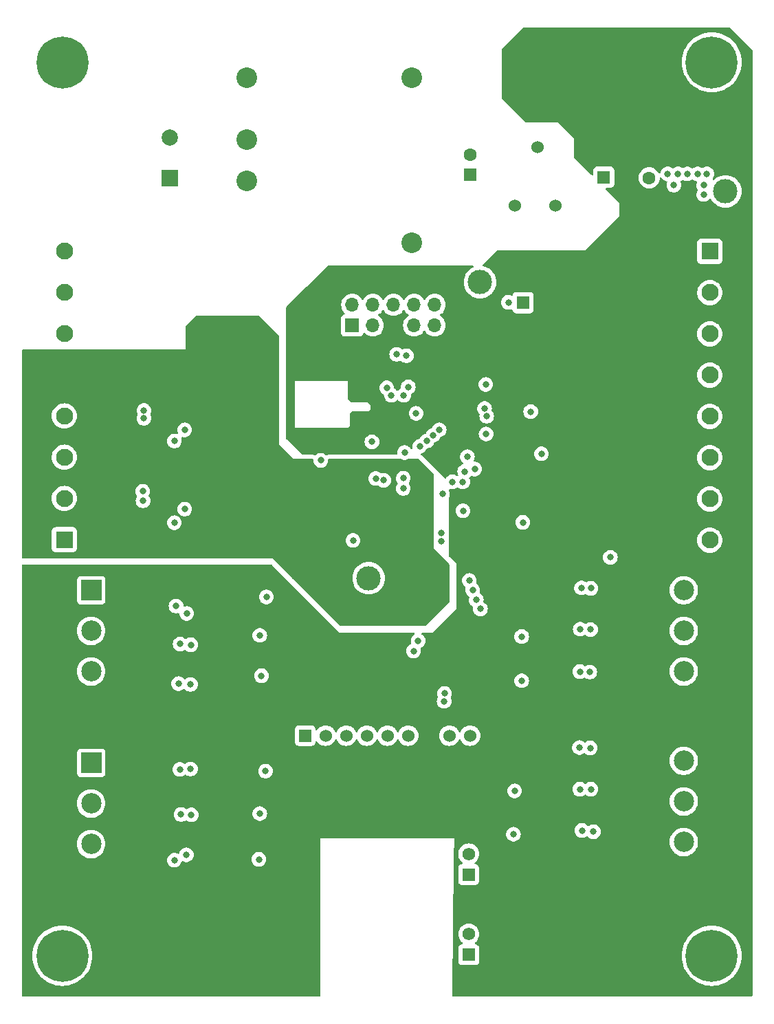
<source format=gbr>
%TF.GenerationSoftware,KiCad,Pcbnew,8.0.0-rc1-91-gb65fa46c3c*%
%TF.CreationDate,2024-02-01T16:18:31+08:00*%
%TF.ProjectId,_____,d0a8a736-612e-46b6-9963-61645f706362,rev?*%
%TF.SameCoordinates,Original*%
%TF.FileFunction,Copper,L2,Inr*%
%TF.FilePolarity,Positive*%
%FSLAX46Y46*%
G04 Gerber Fmt 4.6, Leading zero omitted, Abs format (unit mm)*
G04 Created by KiCad (PCBNEW 8.0.0-rc1-91-gb65fa46c3c) date 2024-02-01 16:18:31*
%MOMM*%
%LPD*%
G01*
G04 APERTURE LIST*
%TA.AperFunction,ComponentPad*%
%ADD10R,2.500000X2.500000*%
%TD*%
%TA.AperFunction,ComponentPad*%
%ADD11C,2.500000*%
%TD*%
%TA.AperFunction,ComponentPad*%
%ADD12C,1.600000*%
%TD*%
%TA.AperFunction,ComponentPad*%
%ADD13C,3.000000*%
%TD*%
%TA.AperFunction,ComponentPad*%
%ADD14C,0.800000*%
%TD*%
%TA.AperFunction,ComponentPad*%
%ADD15C,6.400000*%
%TD*%
%TA.AperFunction,ComponentPad*%
%ADD16C,2.540000*%
%TD*%
%TA.AperFunction,ComponentPad*%
%ADD17R,2.100000X2.100000*%
%TD*%
%TA.AperFunction,ComponentPad*%
%ADD18C,2.100000*%
%TD*%
%TA.AperFunction,ComponentPad*%
%ADD19R,1.600000X1.600000*%
%TD*%
%TA.AperFunction,ComponentPad*%
%ADD20C,1.524000*%
%TD*%
%TA.AperFunction,ComponentPad*%
%ADD21R,1.524000X1.524000*%
%TD*%
%TA.AperFunction,ComponentPad*%
%ADD22C,1.574800*%
%TD*%
%TA.AperFunction,ComponentPad*%
%ADD23R,1.574800X1.574800*%
%TD*%
%TA.AperFunction,ComponentPad*%
%ADD24R,1.700000X1.700000*%
%TD*%
%TA.AperFunction,ComponentPad*%
%ADD25O,1.700000X1.700000*%
%TD*%
%TA.AperFunction,ComponentPad*%
%ADD26R,2.000000X2.000000*%
%TD*%
%TA.AperFunction,ComponentPad*%
%ADD27C,2.000000*%
%TD*%
%TA.AperFunction,ViaPad*%
%ADD28C,0.800000*%
%TD*%
G04 APERTURE END LIST*
D10*
%TO.N,/steper/ST_PWM1*%
%TO.C,J4*%
X28550000Y-90000000D03*
D11*
%TO.N,/steper/ST_DIR1*%
X28550000Y-95000000D03*
%TO.N,/steper/ST_EN1*%
X28550000Y-100000000D03*
%TO.N,GND*%
X28550000Y-105000000D03*
%TD*%
D10*
%TO.N,GND*%
%TO.C,J6*%
X101550000Y-126000000D03*
D11*
%TO.N,/steper/ST_EN3*%
X101550000Y-121000000D03*
%TO.N,/steper/ST_DIR3*%
X101550000Y-116000000D03*
%TO.N,/steper/ST_PWM3*%
X101550000Y-111000000D03*
%TD*%
D12*
%TO.N,+5V*%
%TO.C,C4*%
X97282000Y-39223000D03*
%TO.N,GND*%
X97282000Y-36723000D03*
%TD*%
D13*
%TO.N,/MCU\u6838\u5FC3/VREF+*%
%TO.C,TP4*%
X62738000Y-88519000D03*
%TD*%
D10*
%TO.N,GND*%
%TO.C,J7*%
X101550000Y-105000000D03*
D11*
%TO.N,/steper/ST_EN4*%
X101550000Y-100000000D03*
%TO.N,/steper/ST_DIR4*%
X101550000Y-95000000D03*
%TO.N,/steper/ST_PWM4*%
X101550000Y-90000000D03*
%TD*%
D14*
%TO.N,unconnected-(H4-Pad1)*%
%TO.C,H4*%
X102600000Y-135000000D03*
X103302944Y-133302944D03*
X103302944Y-136697056D03*
X105000000Y-132600000D03*
D15*
X105000000Y-135000000D03*
D14*
X105000000Y-137400000D03*
X106697056Y-133302944D03*
X106697056Y-136697056D03*
X107400000Y-135000000D03*
%TD*%
D16*
%TO.N,unconnected-(U1-Ctrl-Pad1)*%
%TO.C,U1*%
X47690000Y-26877500D03*
%TO.N,/\u63A5\u53E3/VIN-*%
X47690000Y-34497500D03*
%TO.N,/\u7535\u6E90/VIN*%
X47690000Y-39577500D03*
%TO.N,Net-(U1-+VO)*%
X68010000Y-47197500D03*
%TO.N,Net-(U1--VO)*%
X68010000Y-26877500D03*
%TD*%
D13*
%TO.N,+5V*%
%TO.C,TP2*%
X106680000Y-40894000D03*
%TD*%
D10*
%TO.N,/steper/ST_PWM2*%
%TO.C,J5*%
X28550000Y-111250000D03*
D11*
%TO.N,/steper/ST_DIR2*%
X28550000Y-116250000D03*
%TO.N,/steper/ST_EN2*%
X28550000Y-121250000D03*
%TO.N,GND*%
X28550000Y-126250000D03*
%TD*%
D13*
%TO.N,GNDA*%
%TO.C,TP5*%
X66903600Y-88392000D03*
%TD*%
D17*
%TO.N,unconnected-(J2-Pin_1-Pad1)*%
%TO.C,J2*%
X104750000Y-48270000D03*
D18*
%TO.N,unconnected-(J2-Pin_2-Pad2)*%
X104750000Y-53350000D03*
%TO.N,unconnected-(J2-Pin_3-Pad3)*%
X104750000Y-58430000D03*
%TO.N,unconnected-(J2-Pin_4-Pad4)*%
X104750000Y-63510000D03*
%TO.N,/RS485/485-*%
X104750000Y-68590000D03*
%TO.N,/RS485/485+*%
X104750000Y-73670000D03*
%TO.N,/can\u603B\u7EBF/CAN+*%
X104750000Y-78750000D03*
%TO.N,/can\u603B\u7EBF/CAN-*%
X104750000Y-83830000D03*
%TD*%
D17*
%TO.N,/\u63A5\u53E3/DAC_1*%
%TO.C,J1*%
X25250000Y-83780000D03*
D18*
%TO.N,/\u63A5\u53E3/DAC_2*%
X25250000Y-78700000D03*
%TO.N,/\u63A5\u53E3/DAC_3*%
X25250000Y-73620000D03*
%TO.N,/\u63A5\u53E3/DAC_4*%
X25250000Y-68540000D03*
%TO.N,GNDA*%
X25250000Y-63460000D03*
%TO.N,unconnected-(J1-Pin_6-Pad6)*%
X25250000Y-58380000D03*
%TO.N,/\u63A5\u53E3/VIN+*%
X25250000Y-53300000D03*
%TO.N,/\u63A5\u53E3/VIN-*%
X25250000Y-48220000D03*
%TD*%
D14*
%TO.N,unconnected-(H3-Pad1)*%
%TO.C,H3*%
X22600000Y-135000000D03*
X23302944Y-133302944D03*
X23302944Y-136697056D03*
X25000000Y-132600000D03*
D15*
X25000000Y-135000000D03*
D14*
X25000000Y-137400000D03*
X26697056Y-133302944D03*
X26697056Y-136697056D03*
X27400000Y-135000000D03*
%TD*%
%TO.N,unconnected-(H2-Pad1)*%
%TO.C,H2*%
X102600000Y-25000000D03*
X103302944Y-23302944D03*
X103302944Y-26697056D03*
X105000000Y-22600000D03*
D15*
X105000000Y-25000000D03*
D14*
X105000000Y-27400000D03*
X106697056Y-23302944D03*
X106697056Y-26697056D03*
X107400000Y-25000000D03*
%TD*%
%TO.N,unconnected-(H1-Pad1)*%
%TO.C,H1*%
X22600000Y-25000000D03*
X23302944Y-23302944D03*
X23302944Y-26697056D03*
X25000000Y-22600000D03*
D15*
X25000000Y-25000000D03*
D14*
X25000000Y-27400000D03*
X26697056Y-23302944D03*
X26697056Y-26697056D03*
X27400000Y-25000000D03*
%TD*%
D19*
%TO.N,+5V*%
%TO.C,C3*%
X91694000Y-39155380D03*
D12*
%TO.N,GND*%
X91694000Y-36655380D03*
%TD*%
D20*
%TO.N,Net-(U1-+VO)*%
%TO.C,LDM2*%
X80725000Y-42672000D03*
%TO.N,+5V*%
X85725000Y-42672000D03*
%TD*%
D19*
%TO.N,+3V3*%
%TO.C,C7*%
X81750000Y-54600000D03*
D12*
%TO.N,GND*%
X81750000Y-57100000D03*
%TD*%
D19*
%TO.N,Net-(U1-+VO)*%
%TO.C,C2*%
X75250000Y-38869880D03*
D12*
%TO.N,Net-(U1--VO)*%
X75250000Y-36369880D03*
%TD*%
D13*
%TO.N,GND*%
%TO.C,TP6*%
X106680000Y-34798000D03*
%TD*%
D21*
%TO.N,unconnected-(U8-COM_LED-Pad1)*%
%TO.C,U8*%
X54904300Y-107898395D03*
D20*
%TO.N,/MCU\u6838\u5FC3/USART_TX*%
X57444300Y-107898395D03*
%TO.N,/MCU\u6838\u5FC3/USART_RX*%
X59984300Y-107898395D03*
%TO.N,unconnected-(U8-485_DIR-Pad4)*%
X62524300Y-107898395D03*
%TO.N,unconnected-(U8-CFG-Pad5)*%
X65064300Y-107898395D03*
%TO.N,unconnected-(U8-RUN_LED-Pad6)*%
X67604300Y-107898395D03*
%TO.N,GND*%
X70144300Y-107898395D03*
%TO.N,+3V3*%
X72684300Y-107898395D03*
%TO.N,unconnected-(U8-5V-Pad9)*%
X75224300Y-107898395D03*
D22*
%TO.N,unconnected-(U8-Y2-Pad10)*%
X75059200Y-122465295D03*
D23*
%TO.N,unconnected-(U8-Y1-Pad11)*%
X75059200Y-125005295D03*
D22*
%TO.N,unconnected-(U8-X2-Pad12)*%
X75069700Y-132329995D03*
D23*
%TO.N,unconnected-(U8-X1-Pad13)*%
X75069700Y-134869995D03*
D22*
%TO.N,GND*%
X54952900Y-132329995D03*
D23*
X54952900Y-134869995D03*
%TD*%
D13*
%TO.N,+3V3*%
%TO.C,TP1*%
X76454000Y-52070000D03*
%TD*%
D24*
%TO.N,+5V*%
%TO.C,J3*%
X60706000Y-57404000D03*
D25*
%TO.N,UART4_RX*%
X60706000Y-54864000D03*
%TO.N,+3V3*%
X63246000Y-57404000D03*
%TO.N,UART4_TX*%
X63246000Y-54864000D03*
%TO.N,GND*%
X65786000Y-57404000D03*
%TO.N,RST*%
X65786000Y-54864000D03*
%TO.N,SWCLK*%
X68326000Y-57404000D03*
%TO.N,Net-(J3-Pin_8)*%
X68326000Y-54864000D03*
%TO.N,SWDIO*%
X70866000Y-57404000D03*
%TO.N,BOOT0*%
X70866000Y-54864000D03*
%TD*%
D26*
%TO.N,/\u7535\u6E90/VIN*%
%TO.C,C1*%
X38250000Y-39305177D03*
D27*
%TO.N,/\u63A5\u53E3/VIN-*%
X38250000Y-34305177D03*
%TD*%
D20*
%TO.N,Net-(U1--VO)*%
%TO.C,LDM1*%
X83500000Y-35437500D03*
%TO.N,GND*%
X83500000Y-30437500D03*
%TD*%
D28*
%TO.N,/MCU\u6838\u5FC3/DIR1*%
X49326800Y-95554800D03*
%TO.N,/MCU\u6838\u5FC3/EN1*%
X49530000Y-100533200D03*
%TO.N,/MCU\u6838\u5FC3/EN2*%
X49225200Y-123139200D03*
%TO.N,/MCU\u6838\u5FC3/DIR2*%
X49326800Y-117500400D03*
%TO.N,/MCU\u6838\u5FC3/EN2*%
X67614800Y-64973200D03*
%TO.N,/MCU\u6838\u5FC3/DIR2*%
X67056000Y-65989200D03*
%TO.N,/MCU\u6838\u5FC3/EN1*%
X65532000Y-65989200D03*
%TO.N,/MCU\u6838\u5FC3/DIR1*%
X64973200Y-65074800D03*
%TO.N,Net-(Q1-C)*%
X77270463Y-68581037D03*
%TO.N,/MCU\u6838\u5FC3/DIR4*%
X75793600Y-75082400D03*
%TO.N,/MCU\u6838\u5FC3/EN4*%
X74574400Y-75387200D03*
%TO.N,/MCU\u6838\u5FC3/DIR3*%
X74320400Y-76657200D03*
%TO.N,/MCU\u6838\u5FC3/EN3*%
X73050400Y-76657200D03*
%TO.N,GND*%
X80924400Y-70307200D03*
%TO.N,+3V3*%
X82702400Y-68021200D03*
%TO.N,GND*%
X83820000Y-62839600D03*
%TO.N,GNDA*%
X30734000Y-68630800D03*
X30683200Y-78638400D03*
X41097200Y-74168000D03*
X41046400Y-83515200D03*
%TO.N,/MCU\u6838\u5FC3/DAC_OU1*%
X67157600Y-73050400D03*
%TO.N,/MCU\u6838\u5FC3/DAC_OUT2*%
X64577790Y-76467731D03*
%TO.N,/MCU\u6838\u5FC3/DAC_OUT3*%
X63601600Y-76250800D03*
%TO.N,/MCU\u6838\u5FC3/DAC_OUT4*%
X63144400Y-71729600D03*
X40081200Y-70256400D03*
%TO.N,/MCU\u6838\u5FC3/DAC_OUT3*%
X38811200Y-71628000D03*
%TO.N,/MCU\u6838\u5FC3/DAC_OUT2*%
X40081200Y-80010000D03*
%TO.N,/MCU\u6838\u5FC3/DAC_OU1*%
X38811200Y-81686400D03*
%TO.N,+5V*%
X39014400Y-91948000D03*
X38811200Y-123240800D03*
X104013000Y-41275000D03*
X40284400Y-122580400D03*
X88798400Y-94792800D03*
X101981000Y-38735000D03*
X39471600Y-112064800D03*
X89966800Y-100076000D03*
X90068400Y-94843600D03*
X90119200Y-89763600D03*
X88747600Y-114503200D03*
X39319200Y-101498400D03*
X90119200Y-114503200D03*
X88747600Y-100025200D03*
X40894000Y-117652800D03*
X100330000Y-40132000D03*
X99568000Y-38735000D03*
X100838000Y-38735000D03*
X104394000Y-38735000D03*
X40792400Y-112014000D03*
X104013000Y-40132000D03*
X81730000Y-81653000D03*
X88696800Y-109372400D03*
X40792400Y-101600000D03*
X60807600Y-83870800D03*
X39624000Y-117602000D03*
X34899600Y-77825600D03*
X103251000Y-38735000D03*
X90424000Y-119735600D03*
X39522400Y-96621600D03*
X34950400Y-78994000D03*
X40335200Y-92862400D03*
X89001600Y-119583200D03*
X35052000Y-68834000D03*
X35052000Y-67868800D03*
X90017600Y-109423200D03*
X40843200Y-96723200D03*
X88950800Y-89712800D03*
%TO.N,RST*%
X68580000Y-68224400D03*
%TO.N,GNDA*%
X50850800Y-58623200D03*
X46786800Y-69748400D03*
X50901600Y-61569600D03*
X68427600Y-76352400D03*
X57912000Y-81635600D03*
X67919600Y-82702400D03*
X61214000Y-81838800D03*
X46786800Y-82245200D03*
X46786800Y-71932800D03*
X63855600Y-83261200D03*
X49631600Y-60147200D03*
X46736000Y-79806800D03*
%TO.N,+3V3*%
X84023200Y-73202800D03*
X79959200Y-54559200D03*
X71687000Y-82971000D03*
X92506800Y-85953600D03*
X74371200Y-80221000D03*
X72085200Y-102717600D03*
X72034400Y-103682800D03*
X77165200Y-64668400D03*
X56845200Y-74015600D03*
X71687000Y-83971000D03*
%TO.N,/MCU\u6838\u5FC3/USART_RX*%
X67005200Y-76200000D03*
%TO.N,/MCU\u6838\u5FC3/USART_TX*%
X67005200Y-77470000D03*
%TO.N,/MCU\u6838\u5FC3/PWM1*%
X68834000Y-96215200D03*
X50139600Y-90830400D03*
%TO.N,/MCU\u6838\u5FC3/PWM2*%
X68275200Y-97485200D03*
X50038000Y-112268000D03*
%TO.N,/MCU\u6838\u5FC3/EN3*%
X80568800Y-120040400D03*
X69037200Y-72288400D03*
X75133200Y-88798400D03*
%TO.N,/MCU\u6838\u5FC3/DIR3*%
X75539600Y-89966800D03*
X80721200Y-114706400D03*
X69900800Y-71628000D03*
%TO.N,/MCU\u6838\u5FC3/EN4*%
X81584800Y-101142800D03*
X70681504Y-70925366D03*
X75996800Y-91186000D03*
%TO.N,/MCU\u6838\u5FC3/DIR4*%
X71424800Y-70256400D03*
X76504800Y-92303600D03*
X81584800Y-95707200D03*
%TO.N,GND*%
X45212000Y-115468400D03*
X78250000Y-59110000D03*
X70510400Y-103682800D03*
X84480400Y-97332800D03*
X81635600Y-80162400D03*
X54254400Y-60096400D03*
X71120000Y-52171600D03*
X53238400Y-61569600D03*
X49885600Y-109321600D03*
X53136800Y-58674000D03*
X45161200Y-98958400D03*
X80518000Y-104089200D03*
X49987200Y-88239600D03*
X83500000Y-57110000D03*
X49580800Y-114909600D03*
X84531200Y-92049600D03*
X92837000Y-63754000D03*
X70510400Y-102717600D03*
X84632800Y-111810800D03*
X84531200Y-122224800D03*
X80416400Y-112217200D03*
X92456000Y-73152000D03*
X80467200Y-122885200D03*
X93726000Y-73152000D03*
X53136800Y-66903600D03*
X53644800Y-71272400D03*
X95504000Y-49657000D03*
X77165200Y-66294000D03*
X45212000Y-94132400D03*
X55168800Y-71729600D03*
X49936400Y-98298000D03*
X79750000Y-59110000D03*
X80365600Y-117500400D03*
X54457600Y-63703200D03*
X84582000Y-116992400D03*
X94107000Y-63754000D03*
X85000000Y-57360000D03*
X84531200Y-102565200D03*
X45161200Y-120904000D03*
X56845200Y-72542400D03*
X53086000Y-68783200D03*
X81750000Y-59110000D03*
X85000000Y-58610000D03*
X45212000Y-109931200D03*
X53136800Y-64922400D03*
X49631600Y-120497600D03*
X45161200Y-89001600D03*
X86250000Y-58610000D03*
X80000000Y-57860000D03*
X70687000Y-73355200D03*
X74371200Y-81721000D03*
X95250000Y-63754000D03*
X95504000Y-50907000D03*
X80416400Y-92964000D03*
X83500000Y-58610000D03*
X78750000Y-57860000D03*
X80416400Y-98399600D03*
X49784000Y-93319600D03*
X94869000Y-73152000D03*
%TO.N,UART4_TX*%
X67390853Y-61133147D03*
%TO.N,UART4_RX*%
X66192400Y-60960000D03*
%TO.N,/MCU\u6838\u5FC3/RS485_RX*%
X77202200Y-70764400D03*
X74893000Y-73558400D03*
%TO.N,/MCU\u6838\u5FC3/RS485_TX*%
X77012800Y-67614800D03*
X71826147Y-78135453D03*
%TD*%
%TA.AperFunction,Conductor*%
%TO.N,GNDA*%
G36*
X49291677Y-56255285D02*
G01*
X49312319Y-56271919D01*
X51670217Y-58629817D01*
X51703702Y-58691140D01*
X51706536Y-58717498D01*
X51706536Y-67674799D01*
X51697097Y-67722251D01*
X51689000Y-67741799D01*
X51689000Y-67741800D01*
X51358800Y-68072000D01*
X47853600Y-68072000D01*
X40182800Y-60401200D01*
X40182800Y-57556962D01*
X40202485Y-57489923D01*
X40219119Y-57469281D01*
X41416481Y-56271919D01*
X41477804Y-56238434D01*
X41504162Y-56235600D01*
X49224638Y-56235600D01*
X49291677Y-56255285D01*
G37*
%TD.AperFunction*%
%TD*%
%TA.AperFunction,Conductor*%
%TO.N,GND*%
G36*
X95758000Y-46101000D02*
G01*
X110000000Y-46101000D01*
X110000000Y-139876000D01*
X109980315Y-139943039D01*
X109927511Y-139988794D01*
X109876000Y-140000000D01*
X73139605Y-140000000D01*
X73072566Y-139980315D01*
X73026811Y-139927511D01*
X73015615Y-139874405D01*
X73034768Y-138385212D01*
X73112646Y-132329995D01*
X73776880Y-132329995D01*
X73796520Y-132554486D01*
X73796521Y-132554493D01*
X73854845Y-132772160D01*
X73854849Y-132772171D01*
X73950082Y-132976399D01*
X73950085Y-132976405D01*
X74079343Y-133161006D01*
X74238685Y-133320348D01*
X74238688Y-133320350D01*
X74238691Y-133320353D01*
X74291485Y-133357319D01*
X74335108Y-133411894D01*
X74342302Y-133481392D01*
X74310780Y-133543747D01*
X74250550Y-133579162D01*
X74233614Y-133582183D01*
X74174816Y-133588503D01*
X74039971Y-133638797D01*
X74039964Y-133638801D01*
X73924755Y-133725047D01*
X73924752Y-133725050D01*
X73838506Y-133840259D01*
X73838502Y-133840266D01*
X73788208Y-133975112D01*
X73781801Y-134034711D01*
X73781801Y-134034718D01*
X73781800Y-134034730D01*
X73781800Y-135705265D01*
X73781801Y-135705271D01*
X73788208Y-135764878D01*
X73838502Y-135899723D01*
X73838506Y-135899730D01*
X73924752Y-136014939D01*
X73924755Y-136014942D01*
X74039964Y-136101188D01*
X74039971Y-136101192D01*
X74174817Y-136151486D01*
X74174816Y-136151486D01*
X74181744Y-136152230D01*
X74234427Y-136157895D01*
X75904972Y-136157894D01*
X75964583Y-136151486D01*
X76099431Y-136101191D01*
X76214646Y-136014941D01*
X76300896Y-135899726D01*
X76351191Y-135764878D01*
X76357600Y-135705268D01*
X76357600Y-135000000D01*
X101294422Y-135000000D01*
X101314722Y-135387339D01*
X101374518Y-135764877D01*
X101375398Y-135770433D01*
X101464024Y-136101192D01*
X101475788Y-136145094D01*
X101614787Y-136507197D01*
X101790877Y-136852793D01*
X102002122Y-137178082D01*
X102002124Y-137178084D01*
X102246219Y-137479516D01*
X102520484Y-137753781D01*
X102520488Y-137753784D01*
X102821917Y-137997877D01*
X103147206Y-138209122D01*
X103147211Y-138209125D01*
X103492806Y-138385214D01*
X103854913Y-138524214D01*
X104229567Y-138624602D01*
X104612662Y-138685278D01*
X104978576Y-138704455D01*
X104999999Y-138705578D01*
X105000000Y-138705578D01*
X105000001Y-138705578D01*
X105020301Y-138704514D01*
X105387338Y-138685278D01*
X105770433Y-138624602D01*
X106145087Y-138524214D01*
X106507194Y-138385214D01*
X106852789Y-138209125D01*
X107178084Y-137997876D01*
X107479516Y-137753781D01*
X107753781Y-137479516D01*
X107997876Y-137178084D01*
X108209125Y-136852789D01*
X108385214Y-136507194D01*
X108524214Y-136145087D01*
X108624602Y-135770433D01*
X108685278Y-135387338D01*
X108705578Y-135000000D01*
X108685278Y-134612662D01*
X108624602Y-134229567D01*
X108524214Y-133854913D01*
X108385214Y-133492806D01*
X108209125Y-133147211D01*
X108209122Y-133147206D01*
X107997877Y-132821917D01*
X107753784Y-132520488D01*
X107753781Y-132520484D01*
X107479516Y-132246219D01*
X107445164Y-132218401D01*
X107178082Y-132002122D01*
X106852793Y-131790877D01*
X106507197Y-131614787D01*
X106145094Y-131475788D01*
X106145087Y-131475786D01*
X105770433Y-131375398D01*
X105770429Y-131375397D01*
X105770428Y-131375397D01*
X105387339Y-131314722D01*
X105000001Y-131294422D01*
X104999999Y-131294422D01*
X104612660Y-131314722D01*
X104229572Y-131375397D01*
X104229570Y-131375397D01*
X103854905Y-131475788D01*
X103492802Y-131614787D01*
X103147206Y-131790877D01*
X102821917Y-132002122D01*
X102520488Y-132246215D01*
X102520480Y-132246222D01*
X102246222Y-132520480D01*
X102246215Y-132520488D01*
X102002122Y-132821917D01*
X101790877Y-133147206D01*
X101614787Y-133492802D01*
X101475788Y-133854905D01*
X101375397Y-134229570D01*
X101375397Y-134229572D01*
X101314722Y-134612660D01*
X101294422Y-134999999D01*
X101294422Y-135000000D01*
X76357600Y-135000000D01*
X76357599Y-134034723D01*
X76351191Y-133975112D01*
X76300896Y-133840264D01*
X76300895Y-133840263D01*
X76300893Y-133840259D01*
X76214647Y-133725050D01*
X76214644Y-133725047D01*
X76099435Y-133638801D01*
X76099428Y-133638797D01*
X75964582Y-133588503D01*
X75964584Y-133588503D01*
X75905784Y-133582182D01*
X75841233Y-133555444D01*
X75801385Y-133498052D01*
X75798892Y-133428226D01*
X75834545Y-133368138D01*
X75847906Y-133357325D01*
X75900709Y-133320353D01*
X76060058Y-133161004D01*
X76189315Y-132976405D01*
X76284553Y-132772165D01*
X76342879Y-132554491D01*
X76362520Y-132329995D01*
X76342879Y-132105499D01*
X76284553Y-131887825D01*
X76189315Y-131683585D01*
X76060058Y-131498986D01*
X76060056Y-131498983D01*
X75900711Y-131339638D01*
X75716110Y-131210380D01*
X75716104Y-131210377D01*
X75511876Y-131115144D01*
X75511865Y-131115140D01*
X75294198Y-131056816D01*
X75294191Y-131056815D01*
X75069701Y-131037175D01*
X75069699Y-131037175D01*
X74845208Y-131056815D01*
X74845201Y-131056816D01*
X74627534Y-131115140D01*
X74627523Y-131115144D01*
X74423295Y-131210377D01*
X74423289Y-131210380D01*
X74238688Y-131339638D01*
X74079343Y-131498983D01*
X73950085Y-131683584D01*
X73950082Y-131683590D01*
X73854849Y-131887818D01*
X73854845Y-131887829D01*
X73796521Y-132105496D01*
X73796520Y-132105503D01*
X73776880Y-132329994D01*
X73776880Y-132329995D01*
X73112646Y-132329995D01*
X73239518Y-122465295D01*
X73766380Y-122465295D01*
X73786020Y-122689786D01*
X73786021Y-122689793D01*
X73844345Y-122907460D01*
X73844349Y-122907471D01*
X73939582Y-123111699D01*
X73939585Y-123111705D01*
X74068843Y-123296306D01*
X74228185Y-123455648D01*
X74228188Y-123455650D01*
X74228191Y-123455653D01*
X74280985Y-123492619D01*
X74324608Y-123547194D01*
X74331802Y-123616692D01*
X74300280Y-123679047D01*
X74240050Y-123714462D01*
X74223114Y-123717483D01*
X74164316Y-123723803D01*
X74029471Y-123774097D01*
X74029464Y-123774101D01*
X73914255Y-123860347D01*
X73914252Y-123860350D01*
X73828006Y-123975559D01*
X73828002Y-123975566D01*
X73777708Y-124110412D01*
X73771301Y-124170011D01*
X73771301Y-124170018D01*
X73771300Y-124170030D01*
X73771300Y-125840565D01*
X73771301Y-125840571D01*
X73777708Y-125900178D01*
X73828002Y-126035023D01*
X73828006Y-126035030D01*
X73914252Y-126150239D01*
X73914255Y-126150242D01*
X74029464Y-126236488D01*
X74029471Y-126236492D01*
X74164317Y-126286786D01*
X74164316Y-126286786D01*
X74171244Y-126287530D01*
X74223927Y-126293195D01*
X75894472Y-126293194D01*
X75954083Y-126286786D01*
X76088931Y-126236491D01*
X76204146Y-126150241D01*
X76290396Y-126035026D01*
X76340691Y-125900178D01*
X76347100Y-125840568D01*
X76347099Y-124170023D01*
X76340691Y-124110412D01*
X76299638Y-124000344D01*
X76290397Y-123975566D01*
X76290393Y-123975559D01*
X76204147Y-123860350D01*
X76204144Y-123860347D01*
X76088935Y-123774101D01*
X76088928Y-123774097D01*
X75954082Y-123723803D01*
X75954084Y-123723803D01*
X75895284Y-123717482D01*
X75830733Y-123690744D01*
X75790885Y-123633352D01*
X75788392Y-123563526D01*
X75824045Y-123503438D01*
X75837406Y-123492625D01*
X75890209Y-123455653D01*
X76049558Y-123296304D01*
X76178815Y-123111705D01*
X76274053Y-122907465D01*
X76332379Y-122689791D01*
X76352020Y-122465295D01*
X76351263Y-122456648D01*
X76344528Y-122379657D01*
X76332379Y-122240799D01*
X76274053Y-122023125D01*
X76178815Y-121818885D01*
X76049558Y-121634286D01*
X76049556Y-121634283D01*
X75890211Y-121474938D01*
X75705610Y-121345680D01*
X75705604Y-121345677D01*
X75501376Y-121250444D01*
X75501365Y-121250440D01*
X75283698Y-121192116D01*
X75283691Y-121192115D01*
X75059201Y-121172475D01*
X75059199Y-121172475D01*
X74834708Y-121192115D01*
X74834701Y-121192116D01*
X74617034Y-121250440D01*
X74617023Y-121250444D01*
X74412795Y-121345677D01*
X74412789Y-121345680D01*
X74228188Y-121474938D01*
X74068843Y-121634283D01*
X73939585Y-121818884D01*
X73939582Y-121818890D01*
X73844349Y-122023118D01*
X73844345Y-122023129D01*
X73786021Y-122240796D01*
X73786020Y-122240803D01*
X73766380Y-122465294D01*
X73766380Y-122465295D01*
X73239518Y-122465295D01*
X73258363Y-121000004D01*
X99794592Y-121000004D01*
X99814196Y-121261620D01*
X99814197Y-121261625D01*
X99872576Y-121517402D01*
X99872578Y-121517411D01*
X99872580Y-121517416D01*
X99968432Y-121761643D01*
X100099614Y-121988857D01*
X100146926Y-122048184D01*
X100263198Y-122193985D01*
X100420890Y-122340300D01*
X100455521Y-122372433D01*
X100672296Y-122520228D01*
X100672301Y-122520230D01*
X100672302Y-122520231D01*
X100672303Y-122520232D01*
X100771311Y-122567911D01*
X100908673Y-122634061D01*
X100908674Y-122634061D01*
X100908677Y-122634063D01*
X101159385Y-122711396D01*
X101418818Y-122750500D01*
X101681182Y-122750500D01*
X101940615Y-122711396D01*
X102191323Y-122634063D01*
X102427704Y-122520228D01*
X102644479Y-122372433D01*
X102836805Y-122193981D01*
X103000386Y-121988857D01*
X103131568Y-121761643D01*
X103227420Y-121517416D01*
X103285802Y-121261630D01*
X103285803Y-121261620D01*
X103305408Y-121000004D01*
X103305408Y-120999995D01*
X103285803Y-120738379D01*
X103285802Y-120738374D01*
X103285802Y-120738370D01*
X103227420Y-120482584D01*
X103131568Y-120238357D01*
X103000386Y-120011143D01*
X102836805Y-119806019D01*
X102836804Y-119806018D01*
X102836801Y-119806014D01*
X102644479Y-119627567D01*
X102627421Y-119615937D01*
X102427704Y-119479772D01*
X102427700Y-119479770D01*
X102427697Y-119479768D01*
X102427696Y-119479767D01*
X102198680Y-119369480D01*
X102191325Y-119365938D01*
X102191327Y-119365938D01*
X101940623Y-119288606D01*
X101940619Y-119288605D01*
X101940615Y-119288604D01*
X101815823Y-119269794D01*
X101681187Y-119249500D01*
X101681182Y-119249500D01*
X101418818Y-119249500D01*
X101418812Y-119249500D01*
X101257247Y-119273853D01*
X101159385Y-119288604D01*
X101159382Y-119288605D01*
X101159376Y-119288606D01*
X100908673Y-119365938D01*
X100672303Y-119479767D01*
X100672302Y-119479768D01*
X100455520Y-119627567D01*
X100263198Y-119806014D01*
X100099614Y-120011143D01*
X99968432Y-120238356D01*
X99872582Y-120482578D01*
X99872576Y-120482597D01*
X99814197Y-120738374D01*
X99814196Y-120738379D01*
X99794592Y-120999995D01*
X99794592Y-121000004D01*
X73258363Y-121000004D01*
X73264300Y-120538395D01*
X56764300Y-120538395D01*
X56764044Y-137178084D01*
X56764002Y-139876002D01*
X56744316Y-139943041D01*
X56691512Y-139988795D01*
X56640002Y-140000000D01*
X20124000Y-140000000D01*
X20056961Y-139980315D01*
X20011206Y-139927511D01*
X20000000Y-139876000D01*
X20000000Y-135000000D01*
X21294422Y-135000000D01*
X21314722Y-135387339D01*
X21374518Y-135764877D01*
X21375398Y-135770433D01*
X21464024Y-136101192D01*
X21475788Y-136145094D01*
X21614787Y-136507197D01*
X21790877Y-136852793D01*
X22002122Y-137178082D01*
X22002124Y-137178084D01*
X22246219Y-137479516D01*
X22520484Y-137753781D01*
X22520488Y-137753784D01*
X22821917Y-137997877D01*
X23147206Y-138209122D01*
X23147211Y-138209125D01*
X23492806Y-138385214D01*
X23854913Y-138524214D01*
X24229567Y-138624602D01*
X24612662Y-138685278D01*
X24978576Y-138704455D01*
X24999999Y-138705578D01*
X25000000Y-138705578D01*
X25000001Y-138705578D01*
X25020301Y-138704514D01*
X25387338Y-138685278D01*
X25770433Y-138624602D01*
X26145087Y-138524214D01*
X26507194Y-138385214D01*
X26852789Y-138209125D01*
X27178084Y-137997876D01*
X27479516Y-137753781D01*
X27753781Y-137479516D01*
X27997876Y-137178084D01*
X28209125Y-136852789D01*
X28385214Y-136507194D01*
X28524214Y-136145087D01*
X28624602Y-135770433D01*
X28685278Y-135387338D01*
X28705578Y-135000000D01*
X28685278Y-134612662D01*
X28624602Y-134229567D01*
X28524214Y-133854913D01*
X28385214Y-133492806D01*
X28209125Y-133147211D01*
X28209122Y-133147206D01*
X27997877Y-132821917D01*
X27753784Y-132520488D01*
X27753781Y-132520484D01*
X27479516Y-132246219D01*
X27445164Y-132218401D01*
X27178082Y-132002122D01*
X26852793Y-131790877D01*
X26507197Y-131614787D01*
X26145094Y-131475788D01*
X26145087Y-131475786D01*
X25770433Y-131375398D01*
X25770429Y-131375397D01*
X25770428Y-131375397D01*
X25387339Y-131314722D01*
X25000001Y-131294422D01*
X24999999Y-131294422D01*
X24612660Y-131314722D01*
X24229572Y-131375397D01*
X24229570Y-131375397D01*
X23854905Y-131475788D01*
X23492802Y-131614787D01*
X23147206Y-131790877D01*
X22821917Y-132002122D01*
X22520488Y-132246215D01*
X22520480Y-132246222D01*
X22246222Y-132520480D01*
X22246215Y-132520488D01*
X22002122Y-132821917D01*
X21790877Y-133147206D01*
X21614787Y-133492802D01*
X21475788Y-133854905D01*
X21375397Y-134229570D01*
X21375397Y-134229572D01*
X21314722Y-134612660D01*
X21294422Y-134999999D01*
X21294422Y-135000000D01*
X20000000Y-135000000D01*
X20000000Y-123240800D01*
X37905740Y-123240800D01*
X37925526Y-123429056D01*
X37925527Y-123429059D01*
X37984018Y-123609077D01*
X37984021Y-123609084D01*
X38078667Y-123773016D01*
X38157303Y-123860350D01*
X38205329Y-123913688D01*
X38358465Y-124024948D01*
X38358470Y-124024951D01*
X38531392Y-124101942D01*
X38531397Y-124101944D01*
X38716554Y-124141300D01*
X38716555Y-124141300D01*
X38905844Y-124141300D01*
X38905846Y-124141300D01*
X39091003Y-124101944D01*
X39263930Y-124024951D01*
X39417071Y-123913688D01*
X39543733Y-123773016D01*
X39638379Y-123609084D01*
X39689663Y-123451247D01*
X39729100Y-123393573D01*
X39793459Y-123366374D01*
X39858028Y-123376286D01*
X40004597Y-123441544D01*
X40189754Y-123480900D01*
X40189755Y-123480900D01*
X40379044Y-123480900D01*
X40379046Y-123480900D01*
X40564203Y-123441544D01*
X40737130Y-123364551D01*
X40890271Y-123253288D01*
X40992997Y-123139200D01*
X48319740Y-123139200D01*
X48339526Y-123327456D01*
X48339527Y-123327459D01*
X48398018Y-123507477D01*
X48398021Y-123507484D01*
X48492667Y-123671416D01*
X48585125Y-123774101D01*
X48619329Y-123812088D01*
X48772465Y-123923348D01*
X48772470Y-123923351D01*
X48945392Y-124000342D01*
X48945397Y-124000344D01*
X49130554Y-124039700D01*
X49130555Y-124039700D01*
X49319844Y-124039700D01*
X49319846Y-124039700D01*
X49505003Y-124000344D01*
X49677930Y-123923351D01*
X49831071Y-123812088D01*
X49957733Y-123671416D01*
X50052379Y-123507484D01*
X50110874Y-123327456D01*
X50130660Y-123139200D01*
X50110874Y-122950944D01*
X50052379Y-122770916D01*
X49957733Y-122606984D01*
X49831071Y-122466312D01*
X49831070Y-122466311D01*
X49677934Y-122355051D01*
X49677929Y-122355048D01*
X49505007Y-122278057D01*
X49505002Y-122278055D01*
X49359201Y-122247065D01*
X49319846Y-122238700D01*
X49130554Y-122238700D01*
X49098097Y-122245598D01*
X48945397Y-122278055D01*
X48945392Y-122278057D01*
X48772470Y-122355048D01*
X48772465Y-122355051D01*
X48619329Y-122466311D01*
X48492666Y-122606985D01*
X48398021Y-122770915D01*
X48398018Y-122770922D01*
X48340260Y-122948684D01*
X48339526Y-122950944D01*
X48319740Y-123139200D01*
X40992997Y-123139200D01*
X41016933Y-123112616D01*
X41111579Y-122948684D01*
X41170074Y-122768656D01*
X41189860Y-122580400D01*
X41170074Y-122392144D01*
X41111579Y-122212116D01*
X41016933Y-122048184D01*
X40890271Y-121907512D01*
X40890270Y-121907511D01*
X40737134Y-121796251D01*
X40737129Y-121796248D01*
X40564207Y-121719257D01*
X40564202Y-121719255D01*
X40418401Y-121688265D01*
X40379046Y-121679900D01*
X40189754Y-121679900D01*
X40157297Y-121686798D01*
X40004597Y-121719255D01*
X40004592Y-121719257D01*
X39831670Y-121796248D01*
X39831665Y-121796251D01*
X39678529Y-121907511D01*
X39551866Y-122048185D01*
X39457221Y-122212115D01*
X39457219Y-122212119D01*
X39405936Y-122369952D01*
X39366498Y-122427627D01*
X39302139Y-122454825D01*
X39237569Y-122444912D01*
X39091007Y-122379657D01*
X39091002Y-122379655D01*
X38945201Y-122348665D01*
X38905846Y-122340300D01*
X38716554Y-122340300D01*
X38684097Y-122347198D01*
X38531397Y-122379655D01*
X38531392Y-122379657D01*
X38358470Y-122456648D01*
X38358465Y-122456651D01*
X38205329Y-122567911D01*
X38078666Y-122708585D01*
X37984021Y-122872515D01*
X37984018Y-122872522D01*
X37942436Y-123000500D01*
X37925526Y-123052544D01*
X37905740Y-123240800D01*
X20000000Y-123240800D01*
X20000000Y-121250004D01*
X26794592Y-121250004D01*
X26814196Y-121511620D01*
X26814197Y-121511625D01*
X26814197Y-121511629D01*
X26814198Y-121511630D01*
X26815519Y-121517416D01*
X26872576Y-121767402D01*
X26872578Y-121767411D01*
X26872580Y-121767416D01*
X26968432Y-122011643D01*
X27099614Y-122238857D01*
X27211897Y-122379655D01*
X27263198Y-122443985D01*
X27396760Y-122567911D01*
X27455521Y-122622433D01*
X27672296Y-122770228D01*
X27672301Y-122770230D01*
X27672302Y-122770231D01*
X27672303Y-122770232D01*
X27797843Y-122830688D01*
X27908673Y-122884061D01*
X27908674Y-122884061D01*
X27908677Y-122884063D01*
X28159385Y-122961396D01*
X28418818Y-123000500D01*
X28681182Y-123000500D01*
X28940615Y-122961396D01*
X29191323Y-122884063D01*
X29426263Y-122770922D01*
X29427696Y-122770232D01*
X29427696Y-122770231D01*
X29427704Y-122770228D01*
X29644479Y-122622433D01*
X29836805Y-122443981D01*
X30000386Y-122238857D01*
X30131568Y-122011643D01*
X30227420Y-121767416D01*
X30285802Y-121511630D01*
X30298238Y-121345677D01*
X30305408Y-121250004D01*
X30305408Y-121249995D01*
X30285803Y-120988379D01*
X30285802Y-120988374D01*
X30285802Y-120988370D01*
X30227420Y-120732584D01*
X30131568Y-120488357D01*
X30000386Y-120261143D01*
X29836805Y-120056019D01*
X29836804Y-120056018D01*
X29836801Y-120056014D01*
X29819973Y-120040400D01*
X79663340Y-120040400D01*
X79683126Y-120228656D01*
X79683127Y-120228659D01*
X79741618Y-120408677D01*
X79741621Y-120408684D01*
X79836267Y-120572616D01*
X79962929Y-120713288D01*
X80116065Y-120824548D01*
X80116070Y-120824551D01*
X80288992Y-120901542D01*
X80288997Y-120901544D01*
X80474154Y-120940900D01*
X80474155Y-120940900D01*
X80663444Y-120940900D01*
X80663446Y-120940900D01*
X80848603Y-120901544D01*
X81021530Y-120824551D01*
X81174671Y-120713288D01*
X81301333Y-120572616D01*
X81395979Y-120408684D01*
X81454474Y-120228656D01*
X81474260Y-120040400D01*
X81454474Y-119852144D01*
X81395979Y-119672116D01*
X81344643Y-119583200D01*
X88096140Y-119583200D01*
X88115926Y-119771456D01*
X88115927Y-119771459D01*
X88174418Y-119951477D01*
X88174421Y-119951484D01*
X88269067Y-120115416D01*
X88348675Y-120203829D01*
X88395729Y-120256088D01*
X88548865Y-120367348D01*
X88548870Y-120367351D01*
X88721792Y-120444342D01*
X88721797Y-120444344D01*
X88906954Y-120483700D01*
X88906955Y-120483700D01*
X89096244Y-120483700D01*
X89096246Y-120483700D01*
X89281403Y-120444344D01*
X89454330Y-120367351D01*
X89561542Y-120289457D01*
X89627343Y-120265979D01*
X89695397Y-120281804D01*
X89726573Y-120306805D01*
X89818129Y-120408488D01*
X89971265Y-120519748D01*
X89971270Y-120519751D01*
X90144192Y-120596742D01*
X90144197Y-120596744D01*
X90329354Y-120636100D01*
X90329355Y-120636100D01*
X90518644Y-120636100D01*
X90518646Y-120636100D01*
X90703803Y-120596744D01*
X90876730Y-120519751D01*
X91029871Y-120408488D01*
X91156533Y-120267816D01*
X91251179Y-120103884D01*
X91309674Y-119923856D01*
X91329460Y-119735600D01*
X91309674Y-119547344D01*
X91251179Y-119367316D01*
X91156533Y-119203384D01*
X91029871Y-119062712D01*
X91029870Y-119062711D01*
X90876734Y-118951451D01*
X90876729Y-118951448D01*
X90703807Y-118874457D01*
X90703802Y-118874455D01*
X90558001Y-118843465D01*
X90518646Y-118835100D01*
X90329354Y-118835100D01*
X90296897Y-118841998D01*
X90144197Y-118874455D01*
X90144192Y-118874457D01*
X89971270Y-118951448D01*
X89971266Y-118951451D01*
X89864059Y-119029340D01*
X89798253Y-119052819D01*
X89730199Y-119036993D01*
X89699025Y-119011993D01*
X89607470Y-118910311D01*
X89454334Y-118799051D01*
X89454329Y-118799048D01*
X89281407Y-118722057D01*
X89281402Y-118722055D01*
X89135601Y-118691065D01*
X89096246Y-118682700D01*
X88906954Y-118682700D01*
X88874497Y-118689598D01*
X88721797Y-118722055D01*
X88721792Y-118722057D01*
X88548870Y-118799048D01*
X88548865Y-118799051D01*
X88395729Y-118910311D01*
X88269066Y-119050985D01*
X88174421Y-119214915D01*
X88174418Y-119214922D01*
X88124839Y-119367512D01*
X88115926Y-119394944D01*
X88096140Y-119583200D01*
X81344643Y-119583200D01*
X81301333Y-119508184D01*
X81174671Y-119367512D01*
X81174670Y-119367511D01*
X81021534Y-119256251D01*
X81021529Y-119256248D01*
X80848607Y-119179257D01*
X80848602Y-119179255D01*
X80702801Y-119148265D01*
X80663446Y-119139900D01*
X80474154Y-119139900D01*
X80441697Y-119146798D01*
X80288997Y-119179255D01*
X80288992Y-119179257D01*
X80116070Y-119256248D01*
X80116065Y-119256251D01*
X79962929Y-119367511D01*
X79836266Y-119508185D01*
X79741621Y-119672115D01*
X79741618Y-119672122D01*
X79698113Y-119806019D01*
X79683126Y-119852144D01*
X79663340Y-120040400D01*
X29819973Y-120040400D01*
X29644479Y-119877567D01*
X29607190Y-119852144D01*
X29427704Y-119729772D01*
X29427700Y-119729770D01*
X29427697Y-119729768D01*
X29427696Y-119729767D01*
X29191325Y-119615938D01*
X29191327Y-119615938D01*
X28940623Y-119538606D01*
X28940619Y-119538605D01*
X28940615Y-119538604D01*
X28815823Y-119519794D01*
X28681187Y-119499500D01*
X28681182Y-119499500D01*
X28418818Y-119499500D01*
X28418812Y-119499500D01*
X28257247Y-119523853D01*
X28159385Y-119538604D01*
X28159382Y-119538605D01*
X28159376Y-119538606D01*
X27908673Y-119615938D01*
X27672303Y-119729767D01*
X27672302Y-119729768D01*
X27455520Y-119877567D01*
X27263198Y-120056014D01*
X27099614Y-120261143D01*
X26968432Y-120488356D01*
X26872582Y-120732578D01*
X26872576Y-120732597D01*
X26814197Y-120988374D01*
X26814196Y-120988379D01*
X26794592Y-121249995D01*
X26794592Y-121250004D01*
X20000000Y-121250004D01*
X20000000Y-116250004D01*
X26794592Y-116250004D01*
X26814196Y-116511620D01*
X26814197Y-116511625D01*
X26814197Y-116511629D01*
X26814198Y-116511630D01*
X26815519Y-116517416D01*
X26872576Y-116767402D01*
X26872578Y-116767411D01*
X26872580Y-116767416D01*
X26968432Y-117011643D01*
X27099614Y-117238857D01*
X27231736Y-117404533D01*
X27263198Y-117443985D01*
X27345374Y-117520232D01*
X27455521Y-117622433D01*
X27672296Y-117770228D01*
X27672301Y-117770230D01*
X27672302Y-117770231D01*
X27672303Y-117770232D01*
X27797843Y-117830688D01*
X27908673Y-117884061D01*
X27908674Y-117884061D01*
X27908677Y-117884063D01*
X28159385Y-117961396D01*
X28418818Y-118000500D01*
X28681182Y-118000500D01*
X28940615Y-117961396D01*
X29191323Y-117884063D01*
X29427704Y-117770228D01*
X29644479Y-117622433D01*
X29666501Y-117602000D01*
X38718540Y-117602000D01*
X38738326Y-117790256D01*
X38738327Y-117790259D01*
X38796818Y-117970277D01*
X38796821Y-117970284D01*
X38891467Y-118134216D01*
X38926648Y-118173288D01*
X39018129Y-118274888D01*
X39171265Y-118386148D01*
X39171270Y-118386151D01*
X39344192Y-118463142D01*
X39344197Y-118463144D01*
X39529354Y-118502500D01*
X39529355Y-118502500D01*
X39718644Y-118502500D01*
X39718646Y-118502500D01*
X39903803Y-118463144D01*
X40076730Y-118386151D01*
X40151155Y-118332078D01*
X40216959Y-118308598D01*
X40285013Y-118324423D01*
X40296924Y-118332078D01*
X40441265Y-118436948D01*
X40441270Y-118436951D01*
X40614192Y-118513942D01*
X40614197Y-118513944D01*
X40799354Y-118553300D01*
X40799355Y-118553300D01*
X40988644Y-118553300D01*
X40988646Y-118553300D01*
X41173803Y-118513944D01*
X41346730Y-118436951D01*
X41499871Y-118325688D01*
X41626533Y-118185016D01*
X41721179Y-118021084D01*
X41779674Y-117841056D01*
X41799460Y-117652800D01*
X41783443Y-117500400D01*
X48421340Y-117500400D01*
X48441126Y-117688656D01*
X48441127Y-117688659D01*
X48499618Y-117868677D01*
X48499621Y-117868684D01*
X48594267Y-118032616D01*
X48720929Y-118173288D01*
X48874065Y-118284548D01*
X48874070Y-118284551D01*
X49046992Y-118361542D01*
X49046997Y-118361544D01*
X49232154Y-118400900D01*
X49232155Y-118400900D01*
X49421444Y-118400900D01*
X49421446Y-118400900D01*
X49606603Y-118361544D01*
X49779530Y-118284551D01*
X49932671Y-118173288D01*
X50059333Y-118032616D01*
X50153979Y-117868684D01*
X50212474Y-117688656D01*
X50232260Y-117500400D01*
X50212474Y-117312144D01*
X50153979Y-117132116D01*
X50059333Y-116968184D01*
X49932671Y-116827512D01*
X49883321Y-116791657D01*
X49779534Y-116716251D01*
X49779529Y-116716248D01*
X49606607Y-116639257D01*
X49606602Y-116639255D01*
X49460801Y-116608265D01*
X49421446Y-116599900D01*
X49232154Y-116599900D01*
X49199697Y-116606798D01*
X49046997Y-116639255D01*
X49046992Y-116639257D01*
X48874070Y-116716248D01*
X48874065Y-116716251D01*
X48720929Y-116827511D01*
X48594266Y-116968185D01*
X48499621Y-117132115D01*
X48499618Y-117132122D01*
X48450103Y-117284515D01*
X48441126Y-117312144D01*
X48421340Y-117500400D01*
X41783443Y-117500400D01*
X41779674Y-117464544D01*
X41721179Y-117284516D01*
X41626533Y-117120584D01*
X41499871Y-116979912D01*
X41499870Y-116979911D01*
X41346734Y-116868651D01*
X41346729Y-116868648D01*
X41173807Y-116791657D01*
X41173802Y-116791655D01*
X41028001Y-116760665D01*
X40988646Y-116752300D01*
X40799354Y-116752300D01*
X40766897Y-116759198D01*
X40614197Y-116791655D01*
X40614192Y-116791657D01*
X40441270Y-116868648D01*
X40441266Y-116868651D01*
X40366844Y-116922721D01*
X40301038Y-116946200D01*
X40232984Y-116930374D01*
X40221075Y-116922720D01*
X40076734Y-116817851D01*
X40076729Y-116817848D01*
X39903807Y-116740857D01*
X39903802Y-116740855D01*
X39758001Y-116709865D01*
X39718646Y-116701500D01*
X39529354Y-116701500D01*
X39496897Y-116708398D01*
X39344197Y-116740855D01*
X39344192Y-116740857D01*
X39171270Y-116817848D01*
X39171265Y-116817851D01*
X39018129Y-116929111D01*
X38891466Y-117069785D01*
X38796821Y-117233715D01*
X38796818Y-117233722D01*
X38738327Y-117413740D01*
X38738326Y-117413744D01*
X38718540Y-117602000D01*
X29666501Y-117602000D01*
X29836805Y-117443981D01*
X30000386Y-117238857D01*
X30131568Y-117011643D01*
X30227420Y-116767416D01*
X30285802Y-116511630D01*
X30285803Y-116511620D01*
X30305408Y-116250004D01*
X30305408Y-116249995D01*
X30286674Y-116000004D01*
X99794592Y-116000004D01*
X99814196Y-116261620D01*
X99814197Y-116261625D01*
X99872576Y-116517402D01*
X99872578Y-116517411D01*
X99872580Y-116517416D01*
X99968432Y-116761643D01*
X100099614Y-116988857D01*
X100213859Y-117132116D01*
X100263198Y-117193985D01*
X100444753Y-117362441D01*
X100455521Y-117372433D01*
X100672296Y-117520228D01*
X100672301Y-117520230D01*
X100672302Y-117520231D01*
X100672303Y-117520232D01*
X100797843Y-117580688D01*
X100908673Y-117634061D01*
X100908674Y-117634061D01*
X100908677Y-117634063D01*
X101159385Y-117711396D01*
X101418818Y-117750500D01*
X101681182Y-117750500D01*
X101940615Y-117711396D01*
X102191323Y-117634063D01*
X102427704Y-117520228D01*
X102644479Y-117372433D01*
X102836805Y-117193981D01*
X103000386Y-116988857D01*
X103131568Y-116761643D01*
X103227420Y-116517416D01*
X103285802Y-116261630D01*
X103305408Y-116000000D01*
X103304537Y-115988379D01*
X103285803Y-115738379D01*
X103285802Y-115738374D01*
X103285802Y-115738370D01*
X103227420Y-115482584D01*
X103131568Y-115238357D01*
X103000386Y-115011143D01*
X102836805Y-114806019D01*
X102836804Y-114806018D01*
X102836801Y-114806014D01*
X102644479Y-114627567D01*
X102513997Y-114538606D01*
X102427704Y-114479772D01*
X102427700Y-114479770D01*
X102427697Y-114479768D01*
X102427696Y-114479767D01*
X102191325Y-114365938D01*
X102191327Y-114365938D01*
X101940623Y-114288606D01*
X101940619Y-114288605D01*
X101940615Y-114288604D01*
X101815823Y-114269794D01*
X101681187Y-114249500D01*
X101681182Y-114249500D01*
X101418818Y-114249500D01*
X101418812Y-114249500D01*
X101257247Y-114273853D01*
X101159385Y-114288604D01*
X101159382Y-114288605D01*
X101159376Y-114288606D01*
X100908673Y-114365938D01*
X100672303Y-114479767D01*
X100672302Y-114479768D01*
X100455520Y-114627567D01*
X100263198Y-114806014D01*
X100099614Y-115011143D01*
X99968432Y-115238356D01*
X99872582Y-115482578D01*
X99872576Y-115482597D01*
X99814197Y-115738374D01*
X99814196Y-115738379D01*
X99794592Y-115999995D01*
X99794592Y-116000004D01*
X30286674Y-116000004D01*
X30285803Y-115988379D01*
X30285802Y-115988374D01*
X30285802Y-115988370D01*
X30227420Y-115732584D01*
X30131568Y-115488357D01*
X30000386Y-115261143D01*
X29836805Y-115056019D01*
X29836804Y-115056018D01*
X29836801Y-115056014D01*
X29644479Y-114877567D01*
X29635547Y-114871477D01*
X29427704Y-114729772D01*
X29427700Y-114729770D01*
X29427697Y-114729768D01*
X29427696Y-114729767D01*
X29379173Y-114706400D01*
X79815740Y-114706400D01*
X79835526Y-114894656D01*
X79835527Y-114894659D01*
X79894018Y-115074677D01*
X79894021Y-115074684D01*
X79988667Y-115238616D01*
X80101872Y-115364342D01*
X80115329Y-115379288D01*
X80268465Y-115490548D01*
X80268470Y-115490551D01*
X80441392Y-115567542D01*
X80441397Y-115567544D01*
X80626554Y-115606900D01*
X80626555Y-115606900D01*
X80815844Y-115606900D01*
X80815846Y-115606900D01*
X81001003Y-115567544D01*
X81173930Y-115490551D01*
X81327071Y-115379288D01*
X81453733Y-115238616D01*
X81548379Y-115074684D01*
X81606874Y-114894656D01*
X81626660Y-114706400D01*
X81606874Y-114518144D01*
X81602018Y-114503200D01*
X87842140Y-114503200D01*
X87861926Y-114691456D01*
X87861927Y-114691459D01*
X87920418Y-114871477D01*
X87920421Y-114871484D01*
X88015067Y-115035416D01*
X88061800Y-115087318D01*
X88141729Y-115176088D01*
X88294865Y-115287348D01*
X88294870Y-115287351D01*
X88467792Y-115364342D01*
X88467797Y-115364344D01*
X88652954Y-115403700D01*
X88652955Y-115403700D01*
X88842244Y-115403700D01*
X88842246Y-115403700D01*
X89027403Y-115364344D01*
X89200330Y-115287351D01*
X89353471Y-115176088D01*
X89353470Y-115176088D01*
X89358729Y-115172268D01*
X89360120Y-115174183D01*
X89413386Y-115148603D01*
X89482724Y-115157209D01*
X89507461Y-115173107D01*
X89508071Y-115172268D01*
X89666465Y-115287348D01*
X89666470Y-115287351D01*
X89839392Y-115364342D01*
X89839397Y-115364344D01*
X90024554Y-115403700D01*
X90024555Y-115403700D01*
X90213844Y-115403700D01*
X90213846Y-115403700D01*
X90399003Y-115364344D01*
X90571930Y-115287351D01*
X90725071Y-115176088D01*
X90851733Y-115035416D01*
X90946379Y-114871484D01*
X91004874Y-114691456D01*
X91024660Y-114503200D01*
X91004874Y-114314944D01*
X90946379Y-114134916D01*
X90851733Y-113970984D01*
X90725071Y-113830312D01*
X90691471Y-113805900D01*
X90571934Y-113719051D01*
X90571929Y-113719048D01*
X90399007Y-113642057D01*
X90399002Y-113642055D01*
X90253201Y-113611065D01*
X90213846Y-113602700D01*
X90024554Y-113602700D01*
X89992097Y-113609598D01*
X89839397Y-113642055D01*
X89839392Y-113642057D01*
X89666470Y-113719048D01*
X89666465Y-113719051D01*
X89508071Y-113834131D01*
X89506683Y-113832221D01*
X89453376Y-113857801D01*
X89384041Y-113849174D01*
X89359335Y-113833296D01*
X89358729Y-113834131D01*
X89200334Y-113719051D01*
X89200329Y-113719048D01*
X89027407Y-113642057D01*
X89027402Y-113642055D01*
X88881601Y-113611065D01*
X88842246Y-113602700D01*
X88652954Y-113602700D01*
X88620497Y-113609598D01*
X88467797Y-113642055D01*
X88467792Y-113642057D01*
X88294870Y-113719048D01*
X88294865Y-113719051D01*
X88141729Y-113830311D01*
X88015066Y-113970985D01*
X87920421Y-114134915D01*
X87920418Y-114134922D01*
X87861927Y-114314940D01*
X87861926Y-114314944D01*
X87842140Y-114503200D01*
X81602018Y-114503200D01*
X81548379Y-114338116D01*
X81453733Y-114174184D01*
X81327071Y-114033512D01*
X81241010Y-113970985D01*
X81173934Y-113922251D01*
X81173929Y-113922248D01*
X81001007Y-113845257D01*
X81001002Y-113845255D01*
X80855201Y-113814265D01*
X80815846Y-113805900D01*
X80626554Y-113805900D01*
X80594097Y-113812798D01*
X80441397Y-113845255D01*
X80441392Y-113845257D01*
X80268470Y-113922248D01*
X80268465Y-113922251D01*
X80115329Y-114033511D01*
X79988666Y-114174185D01*
X79894021Y-114338115D01*
X79894018Y-114338122D01*
X79835527Y-114518140D01*
X79835526Y-114518144D01*
X79815740Y-114706400D01*
X29379173Y-114706400D01*
X29191325Y-114615938D01*
X29191327Y-114615938D01*
X28940623Y-114538606D01*
X28940619Y-114538605D01*
X28940615Y-114538604D01*
X28815823Y-114519794D01*
X28681187Y-114499500D01*
X28681182Y-114499500D01*
X28418818Y-114499500D01*
X28418812Y-114499500D01*
X28257247Y-114523853D01*
X28159385Y-114538604D01*
X28159382Y-114538605D01*
X28159376Y-114538606D01*
X27908673Y-114615938D01*
X27672303Y-114729767D01*
X27672302Y-114729768D01*
X27455520Y-114877567D01*
X27263198Y-115056014D01*
X27099614Y-115261143D01*
X26968432Y-115488356D01*
X26872582Y-115732578D01*
X26872576Y-115732597D01*
X26814197Y-115988374D01*
X26814196Y-115988379D01*
X26794592Y-116249995D01*
X26794592Y-116250004D01*
X20000000Y-116250004D01*
X20000000Y-112547870D01*
X26799500Y-112547870D01*
X26799501Y-112547876D01*
X26805908Y-112607483D01*
X26856202Y-112742328D01*
X26856206Y-112742335D01*
X26942452Y-112857544D01*
X26942455Y-112857547D01*
X27057664Y-112943793D01*
X27057671Y-112943797D01*
X27192517Y-112994091D01*
X27192516Y-112994091D01*
X27199444Y-112994835D01*
X27252127Y-113000500D01*
X29847872Y-113000499D01*
X29907483Y-112994091D01*
X30042331Y-112943796D01*
X30157546Y-112857546D01*
X30243796Y-112742331D01*
X30294091Y-112607483D01*
X30300500Y-112547873D01*
X30300500Y-112064800D01*
X38566140Y-112064800D01*
X38585926Y-112253056D01*
X38585927Y-112253059D01*
X38644418Y-112433077D01*
X38644421Y-112433084D01*
X38739067Y-112597016D01*
X38836675Y-112705420D01*
X38865729Y-112737688D01*
X39018865Y-112848948D01*
X39018870Y-112848951D01*
X39191792Y-112925942D01*
X39191797Y-112925944D01*
X39376954Y-112965300D01*
X39376955Y-112965300D01*
X39566244Y-112965300D01*
X39566246Y-112965300D01*
X39751403Y-112925944D01*
X39924330Y-112848951D01*
X40077471Y-112737688D01*
X40077474Y-112737683D01*
X40082301Y-112733339D01*
X40084229Y-112735481D01*
X40132961Y-112705420D01*
X40202818Y-112706710D01*
X40238578Y-112724704D01*
X40339665Y-112798148D01*
X40339670Y-112798151D01*
X40512592Y-112875142D01*
X40512597Y-112875144D01*
X40697754Y-112914500D01*
X40697755Y-112914500D01*
X40887044Y-112914500D01*
X40887046Y-112914500D01*
X41072203Y-112875144D01*
X41245130Y-112798151D01*
X41398271Y-112686888D01*
X41524933Y-112546216D01*
X41619579Y-112382284D01*
X41656712Y-112268000D01*
X49132540Y-112268000D01*
X49152326Y-112456256D01*
X49152327Y-112456259D01*
X49210818Y-112636277D01*
X49210821Y-112636284D01*
X49305467Y-112800216D01*
X49372931Y-112875142D01*
X49432129Y-112940888D01*
X49585265Y-113052148D01*
X49585270Y-113052151D01*
X49758192Y-113129142D01*
X49758197Y-113129144D01*
X49943354Y-113168500D01*
X49943355Y-113168500D01*
X50132644Y-113168500D01*
X50132646Y-113168500D01*
X50317803Y-113129144D01*
X50490730Y-113052151D01*
X50643871Y-112940888D01*
X50770533Y-112800216D01*
X50865179Y-112636284D01*
X50923674Y-112456256D01*
X50943460Y-112268000D01*
X50923674Y-112079744D01*
X50865179Y-111899716D01*
X50770533Y-111735784D01*
X50643871Y-111595112D01*
X50557810Y-111532585D01*
X50490734Y-111483851D01*
X50490729Y-111483848D01*
X50317807Y-111406857D01*
X50317802Y-111406855D01*
X50160667Y-111373456D01*
X50132646Y-111367500D01*
X49943354Y-111367500D01*
X49915333Y-111373456D01*
X49758197Y-111406855D01*
X49758192Y-111406857D01*
X49585270Y-111483848D01*
X49585265Y-111483851D01*
X49432129Y-111595111D01*
X49305466Y-111735785D01*
X49210821Y-111899715D01*
X49210818Y-111899722D01*
X49152327Y-112079740D01*
X49152326Y-112079744D01*
X49132540Y-112268000D01*
X41656712Y-112268000D01*
X41678074Y-112202256D01*
X41697860Y-112014000D01*
X41678074Y-111825744D01*
X41619579Y-111645716D01*
X41524933Y-111481784D01*
X41398271Y-111341112D01*
X41398270Y-111341111D01*
X41245134Y-111229851D01*
X41245129Y-111229848D01*
X41072207Y-111152857D01*
X41072202Y-111152855D01*
X40926401Y-111121865D01*
X40887046Y-111113500D01*
X40697754Y-111113500D01*
X40665297Y-111120398D01*
X40512597Y-111152855D01*
X40512592Y-111152857D01*
X40339670Y-111229848D01*
X40339665Y-111229851D01*
X40186531Y-111341110D01*
X40181700Y-111345460D01*
X40179806Y-111343357D01*
X40130756Y-111373456D01*
X40060901Y-111372001D01*
X40025421Y-111354095D01*
X39924334Y-111280651D01*
X39924329Y-111280648D01*
X39751407Y-111203657D01*
X39751402Y-111203655D01*
X39605601Y-111172665D01*
X39566246Y-111164300D01*
X39376954Y-111164300D01*
X39344497Y-111171198D01*
X39191797Y-111203655D01*
X39191792Y-111203657D01*
X39018870Y-111280648D01*
X39018865Y-111280651D01*
X38865729Y-111391911D01*
X38739066Y-111532585D01*
X38644421Y-111696515D01*
X38644418Y-111696522D01*
X38602433Y-111825740D01*
X38585926Y-111876544D01*
X38566140Y-112064800D01*
X30300500Y-112064800D01*
X30300499Y-111000004D01*
X99794592Y-111000004D01*
X99814196Y-111261620D01*
X99814197Y-111261625D01*
X99814197Y-111261629D01*
X99814198Y-111261630D01*
X99822914Y-111299818D01*
X99872576Y-111517402D01*
X99872578Y-111517411D01*
X99872580Y-111517416D01*
X99968432Y-111761643D01*
X100099614Y-111988857D01*
X100160177Y-112064800D01*
X100263198Y-112193985D01*
X100444753Y-112362441D01*
X100455521Y-112372433D01*
X100672296Y-112520228D01*
X100672301Y-112520230D01*
X100672302Y-112520231D01*
X100672303Y-112520232D01*
X100729722Y-112547883D01*
X100908673Y-112634061D01*
X100908674Y-112634061D01*
X100908677Y-112634063D01*
X101159385Y-112711396D01*
X101418818Y-112750500D01*
X101681182Y-112750500D01*
X101940615Y-112711396D01*
X102191323Y-112634063D01*
X102427704Y-112520228D01*
X102644479Y-112372433D01*
X102793733Y-112233945D01*
X102836801Y-112193985D01*
X102836801Y-112193983D01*
X102836805Y-112193981D01*
X103000386Y-111988857D01*
X103131568Y-111761643D01*
X103227420Y-111517416D01*
X103285802Y-111261630D01*
X103285803Y-111261620D01*
X103305408Y-111000004D01*
X103305408Y-110999995D01*
X103285803Y-110738379D01*
X103285802Y-110738374D01*
X103285802Y-110738370D01*
X103227420Y-110482584D01*
X103131568Y-110238357D01*
X103000386Y-110011143D01*
X102836805Y-109806019D01*
X102836804Y-109806018D01*
X102836801Y-109806014D01*
X102644479Y-109627567D01*
X102620853Y-109611459D01*
X102427704Y-109479772D01*
X102427700Y-109479770D01*
X102427697Y-109479768D01*
X102427696Y-109479767D01*
X102191325Y-109365938D01*
X102191327Y-109365938D01*
X101940623Y-109288606D01*
X101940619Y-109288605D01*
X101940615Y-109288604D01*
X101815823Y-109269794D01*
X101681187Y-109249500D01*
X101681182Y-109249500D01*
X101418818Y-109249500D01*
X101418812Y-109249500D01*
X101257247Y-109273853D01*
X101159385Y-109288604D01*
X101159382Y-109288605D01*
X101159376Y-109288606D01*
X100908673Y-109365938D01*
X100672303Y-109479767D01*
X100672302Y-109479768D01*
X100455520Y-109627567D01*
X100263198Y-109806014D01*
X100099614Y-110011143D01*
X99968432Y-110238356D01*
X99872582Y-110482578D01*
X99872576Y-110482597D01*
X99814197Y-110738374D01*
X99814196Y-110738379D01*
X99794592Y-110999995D01*
X99794592Y-111000004D01*
X30300499Y-111000004D01*
X30300499Y-109952128D01*
X30294091Y-109892517D01*
X30261829Y-109806019D01*
X30243797Y-109757671D01*
X30243793Y-109757664D01*
X30157547Y-109642455D01*
X30157544Y-109642452D01*
X30042335Y-109556206D01*
X30042328Y-109556202D01*
X29907482Y-109505908D01*
X29907483Y-109505908D01*
X29847883Y-109499501D01*
X29847881Y-109499500D01*
X29847873Y-109499500D01*
X29847864Y-109499500D01*
X27252129Y-109499500D01*
X27252123Y-109499501D01*
X27192516Y-109505908D01*
X27057671Y-109556202D01*
X27057664Y-109556206D01*
X26942455Y-109642452D01*
X26942452Y-109642455D01*
X26856206Y-109757664D01*
X26856202Y-109757671D01*
X26805908Y-109892517D01*
X26799501Y-109952116D01*
X26799501Y-109952123D01*
X26799500Y-109952135D01*
X26799500Y-112547870D01*
X20000000Y-112547870D01*
X20000000Y-109372400D01*
X87791340Y-109372400D01*
X87811126Y-109560656D01*
X87811127Y-109560659D01*
X87869618Y-109740677D01*
X87869621Y-109740684D01*
X87964267Y-109904616D01*
X88010006Y-109955414D01*
X88090929Y-110045288D01*
X88244065Y-110156548D01*
X88244070Y-110156551D01*
X88416992Y-110233542D01*
X88416997Y-110233544D01*
X88602154Y-110272900D01*
X88602155Y-110272900D01*
X88791444Y-110272900D01*
X88791446Y-110272900D01*
X88976603Y-110233544D01*
X89149530Y-110156551D01*
X89250623Y-110083102D01*
X89316426Y-110059624D01*
X89384480Y-110075449D01*
X89406029Y-110092716D01*
X89406905Y-110091744D01*
X89411735Y-110096093D01*
X89564865Y-110207348D01*
X89564870Y-110207351D01*
X89737792Y-110284342D01*
X89737797Y-110284344D01*
X89922954Y-110323700D01*
X89922955Y-110323700D01*
X90112244Y-110323700D01*
X90112246Y-110323700D01*
X90297403Y-110284344D01*
X90470330Y-110207351D01*
X90623471Y-110096088D01*
X90750133Y-109955416D01*
X90844779Y-109791484D01*
X90903274Y-109611456D01*
X90923060Y-109423200D01*
X90903274Y-109234944D01*
X90844779Y-109054916D01*
X90750133Y-108890984D01*
X90623471Y-108750312D01*
X90603738Y-108735975D01*
X90470334Y-108639051D01*
X90470329Y-108639048D01*
X90297407Y-108562057D01*
X90297402Y-108562055D01*
X90151601Y-108531065D01*
X90112246Y-108522700D01*
X89922954Y-108522700D01*
X89890497Y-108529598D01*
X89737797Y-108562055D01*
X89737792Y-108562057D01*
X89564871Y-108639048D01*
X89463778Y-108712496D01*
X89397971Y-108735975D01*
X89329917Y-108720149D01*
X89308376Y-108702885D01*
X89307500Y-108703860D01*
X89302670Y-108699511D01*
X89149534Y-108588251D01*
X89149529Y-108588248D01*
X88976607Y-108511257D01*
X88976602Y-108511255D01*
X88830801Y-108480265D01*
X88791446Y-108471900D01*
X88602154Y-108471900D01*
X88569697Y-108478798D01*
X88416997Y-108511255D01*
X88416992Y-108511257D01*
X88244070Y-108588248D01*
X88244065Y-108588251D01*
X88090929Y-108699511D01*
X87964266Y-108840185D01*
X87869621Y-109004115D01*
X87869618Y-109004122D01*
X87818680Y-109160894D01*
X87811126Y-109184144D01*
X87791340Y-109372400D01*
X20000000Y-109372400D01*
X20000000Y-108708265D01*
X53641800Y-108708265D01*
X53641801Y-108708271D01*
X53648208Y-108767878D01*
X53698502Y-108902723D01*
X53698506Y-108902730D01*
X53784752Y-109017939D01*
X53784755Y-109017942D01*
X53899964Y-109104188D01*
X53899971Y-109104192D01*
X54034817Y-109154486D01*
X54034816Y-109154486D01*
X54041744Y-109155230D01*
X54094427Y-109160895D01*
X55714172Y-109160894D01*
X55773783Y-109154486D01*
X55908631Y-109104191D01*
X56023846Y-109017941D01*
X56110096Y-108902726D01*
X56160391Y-108767878D01*
X56166800Y-108708268D01*
X56166799Y-108668315D01*
X56186482Y-108601279D01*
X56239285Y-108555523D01*
X56308443Y-108545578D01*
X56372000Y-108574601D01*
X56392373Y-108597191D01*
X56473474Y-108713015D01*
X56473475Y-108713016D01*
X56629678Y-108869219D01*
X56629684Y-108869224D01*
X56810633Y-108995926D01*
X56810635Y-108995927D01*
X56810638Y-108995929D01*
X57010850Y-109089289D01*
X57224232Y-109146465D01*
X57381423Y-109160217D01*
X57444298Y-109165718D01*
X57444300Y-109165718D01*
X57444302Y-109165718D01*
X57499451Y-109160893D01*
X57664368Y-109146465D01*
X57877750Y-109089289D01*
X58077962Y-108995929D01*
X58258920Y-108869221D01*
X58415126Y-108713015D01*
X58541834Y-108532057D01*
X58601918Y-108403206D01*
X58648090Y-108350766D01*
X58715283Y-108331614D01*
X58782165Y-108351830D01*
X58826682Y-108403206D01*
X58886764Y-108532053D01*
X58886768Y-108532061D01*
X59013470Y-108713010D01*
X59013475Y-108713016D01*
X59169678Y-108869219D01*
X59169684Y-108869224D01*
X59350633Y-108995926D01*
X59350635Y-108995927D01*
X59350638Y-108995929D01*
X59550850Y-109089289D01*
X59764232Y-109146465D01*
X59921423Y-109160217D01*
X59984298Y-109165718D01*
X59984300Y-109165718D01*
X59984302Y-109165718D01*
X60039451Y-109160893D01*
X60204368Y-109146465D01*
X60417750Y-109089289D01*
X60617962Y-108995929D01*
X60798920Y-108869221D01*
X60955126Y-108713015D01*
X61081834Y-108532057D01*
X61141918Y-108403206D01*
X61188090Y-108350766D01*
X61255283Y-108331614D01*
X61322165Y-108351830D01*
X61366682Y-108403206D01*
X61426764Y-108532053D01*
X61426768Y-108532061D01*
X61553470Y-108713010D01*
X61553475Y-108713016D01*
X61709678Y-108869219D01*
X61709684Y-108869224D01*
X61890633Y-108995926D01*
X61890635Y-108995927D01*
X61890638Y-108995929D01*
X62090850Y-109089289D01*
X62304232Y-109146465D01*
X62461423Y-109160217D01*
X62524298Y-109165718D01*
X62524300Y-109165718D01*
X62524302Y-109165718D01*
X62579451Y-109160893D01*
X62744368Y-109146465D01*
X62957750Y-109089289D01*
X63157962Y-108995929D01*
X63338920Y-108869221D01*
X63495126Y-108713015D01*
X63621834Y-108532057D01*
X63681918Y-108403206D01*
X63728090Y-108350766D01*
X63795283Y-108331614D01*
X63862165Y-108351830D01*
X63906682Y-108403206D01*
X63966764Y-108532053D01*
X63966768Y-108532061D01*
X64093470Y-108713010D01*
X64093475Y-108713016D01*
X64249678Y-108869219D01*
X64249684Y-108869224D01*
X64430633Y-108995926D01*
X64430635Y-108995927D01*
X64430638Y-108995929D01*
X64630850Y-109089289D01*
X64844232Y-109146465D01*
X65001423Y-109160217D01*
X65064298Y-109165718D01*
X65064300Y-109165718D01*
X65064302Y-109165718D01*
X65119451Y-109160893D01*
X65284368Y-109146465D01*
X65497750Y-109089289D01*
X65697962Y-108995929D01*
X65878920Y-108869221D01*
X66035126Y-108713015D01*
X66161834Y-108532057D01*
X66221918Y-108403206D01*
X66268090Y-108350766D01*
X66335283Y-108331614D01*
X66402165Y-108351830D01*
X66446682Y-108403206D01*
X66506764Y-108532053D01*
X66506768Y-108532061D01*
X66633470Y-108713010D01*
X66633475Y-108713016D01*
X66789678Y-108869219D01*
X66789684Y-108869224D01*
X66970633Y-108995926D01*
X66970635Y-108995927D01*
X66970638Y-108995929D01*
X67170850Y-109089289D01*
X67384232Y-109146465D01*
X67541423Y-109160217D01*
X67604298Y-109165718D01*
X67604300Y-109165718D01*
X67604302Y-109165718D01*
X67659451Y-109160893D01*
X67824368Y-109146465D01*
X68037750Y-109089289D01*
X68237962Y-108995929D01*
X68418920Y-108869221D01*
X68575126Y-108713015D01*
X68701834Y-108532057D01*
X68795194Y-108331845D01*
X68852370Y-108118463D01*
X68871623Y-107898397D01*
X71416977Y-107898397D01*
X71436229Y-108118457D01*
X71436230Y-108118465D01*
X71493404Y-108331840D01*
X71493405Y-108331842D01*
X71493406Y-108331845D01*
X71577066Y-108511255D01*
X71586766Y-108532057D01*
X71586768Y-108532061D01*
X71713470Y-108713010D01*
X71713475Y-108713016D01*
X71869678Y-108869219D01*
X71869684Y-108869224D01*
X72050633Y-108995926D01*
X72050635Y-108995927D01*
X72050638Y-108995929D01*
X72250850Y-109089289D01*
X72464232Y-109146465D01*
X72621423Y-109160217D01*
X72684298Y-109165718D01*
X72684300Y-109165718D01*
X72684302Y-109165718D01*
X72739451Y-109160893D01*
X72904368Y-109146465D01*
X73117750Y-109089289D01*
X73317962Y-108995929D01*
X73498920Y-108869221D01*
X73655126Y-108713015D01*
X73781834Y-108532057D01*
X73841918Y-108403206D01*
X73888090Y-108350766D01*
X73955283Y-108331614D01*
X74022165Y-108351830D01*
X74066682Y-108403206D01*
X74126764Y-108532053D01*
X74126768Y-108532061D01*
X74253470Y-108713010D01*
X74253475Y-108713016D01*
X74409678Y-108869219D01*
X74409684Y-108869224D01*
X74590633Y-108995926D01*
X74590635Y-108995927D01*
X74590638Y-108995929D01*
X74790850Y-109089289D01*
X75004232Y-109146465D01*
X75161423Y-109160217D01*
X75224298Y-109165718D01*
X75224300Y-109165718D01*
X75224302Y-109165718D01*
X75279451Y-109160893D01*
X75444368Y-109146465D01*
X75657750Y-109089289D01*
X75857962Y-108995929D01*
X76038920Y-108869221D01*
X76195126Y-108713015D01*
X76321834Y-108532057D01*
X76415194Y-108331845D01*
X76472370Y-108118463D01*
X76491623Y-107898395D01*
X76472370Y-107678327D01*
X76415194Y-107464945D01*
X76321834Y-107264734D01*
X76226425Y-107128475D01*
X76195127Y-107083776D01*
X76140262Y-107028911D01*
X76038920Y-106927569D01*
X76038916Y-106927566D01*
X76038915Y-106927565D01*
X75857966Y-106800863D01*
X75857962Y-106800861D01*
X75810757Y-106778849D01*
X75657750Y-106707501D01*
X75657747Y-106707500D01*
X75657745Y-106707499D01*
X75444370Y-106650325D01*
X75444362Y-106650324D01*
X75224302Y-106631072D01*
X75224298Y-106631072D01*
X75004237Y-106650324D01*
X75004229Y-106650325D01*
X74790854Y-106707499D01*
X74790848Y-106707502D01*
X74590640Y-106800860D01*
X74590638Y-106800861D01*
X74409677Y-106927570D01*
X74253475Y-107083772D01*
X74126766Y-107264733D01*
X74126765Y-107264735D01*
X74066682Y-107393584D01*
X74020509Y-107446023D01*
X73953316Y-107465175D01*
X73886435Y-107444959D01*
X73841918Y-107393584D01*
X73781834Y-107264735D01*
X73781833Y-107264733D01*
X73655127Y-107083776D01*
X73600262Y-107028911D01*
X73498920Y-106927569D01*
X73498916Y-106927566D01*
X73498915Y-106927565D01*
X73317966Y-106800863D01*
X73317962Y-106800861D01*
X73270757Y-106778849D01*
X73117750Y-106707501D01*
X73117747Y-106707500D01*
X73117745Y-106707499D01*
X72904370Y-106650325D01*
X72904362Y-106650324D01*
X72684302Y-106631072D01*
X72684298Y-106631072D01*
X72464237Y-106650324D01*
X72464229Y-106650325D01*
X72250854Y-106707499D01*
X72250848Y-106707502D01*
X72050640Y-106800860D01*
X72050638Y-106800861D01*
X71869677Y-106927570D01*
X71713475Y-107083772D01*
X71586766Y-107264733D01*
X71586765Y-107264735D01*
X71493407Y-107464943D01*
X71493404Y-107464949D01*
X71436230Y-107678324D01*
X71436229Y-107678332D01*
X71416977Y-107898392D01*
X71416977Y-107898397D01*
X68871623Y-107898397D01*
X68871623Y-107898395D01*
X68852370Y-107678327D01*
X68795194Y-107464945D01*
X68701834Y-107264734D01*
X68606425Y-107128475D01*
X68575127Y-107083776D01*
X68520262Y-107028911D01*
X68418920Y-106927569D01*
X68418916Y-106927566D01*
X68418915Y-106927565D01*
X68237966Y-106800863D01*
X68237962Y-106800861D01*
X68190757Y-106778849D01*
X68037750Y-106707501D01*
X68037747Y-106707500D01*
X68037745Y-106707499D01*
X67824370Y-106650325D01*
X67824362Y-106650324D01*
X67604302Y-106631072D01*
X67604298Y-106631072D01*
X67384237Y-106650324D01*
X67384229Y-106650325D01*
X67170854Y-106707499D01*
X67170848Y-106707502D01*
X66970640Y-106800860D01*
X66970638Y-106800861D01*
X66789677Y-106927570D01*
X66633475Y-107083772D01*
X66506766Y-107264733D01*
X66506765Y-107264735D01*
X66446682Y-107393584D01*
X66400509Y-107446023D01*
X66333316Y-107465175D01*
X66266435Y-107444959D01*
X66221918Y-107393584D01*
X66161834Y-107264735D01*
X66161833Y-107264733D01*
X66035127Y-107083776D01*
X65980262Y-107028911D01*
X65878920Y-106927569D01*
X65878916Y-106927566D01*
X65878915Y-106927565D01*
X65697966Y-106800863D01*
X65697962Y-106800861D01*
X65650757Y-106778849D01*
X65497750Y-106707501D01*
X65497747Y-106707500D01*
X65497745Y-106707499D01*
X65284370Y-106650325D01*
X65284362Y-106650324D01*
X65064302Y-106631072D01*
X65064298Y-106631072D01*
X64844237Y-106650324D01*
X64844229Y-106650325D01*
X64630854Y-106707499D01*
X64630848Y-106707502D01*
X64430640Y-106800860D01*
X64430638Y-106800861D01*
X64249677Y-106927570D01*
X64093475Y-107083772D01*
X63966766Y-107264733D01*
X63966765Y-107264735D01*
X63906682Y-107393584D01*
X63860509Y-107446023D01*
X63793316Y-107465175D01*
X63726435Y-107444959D01*
X63681918Y-107393584D01*
X63621834Y-107264735D01*
X63621833Y-107264733D01*
X63495127Y-107083776D01*
X63440262Y-107028911D01*
X63338920Y-106927569D01*
X63338916Y-106927566D01*
X63338915Y-106927565D01*
X63157966Y-106800863D01*
X63157962Y-106800861D01*
X63110757Y-106778849D01*
X62957750Y-106707501D01*
X62957747Y-106707500D01*
X62957745Y-106707499D01*
X62744370Y-106650325D01*
X62744362Y-106650324D01*
X62524302Y-106631072D01*
X62524298Y-106631072D01*
X62304237Y-106650324D01*
X62304229Y-106650325D01*
X62090854Y-106707499D01*
X62090848Y-106707502D01*
X61890640Y-106800860D01*
X61890638Y-106800861D01*
X61709677Y-106927570D01*
X61553475Y-107083772D01*
X61426766Y-107264733D01*
X61426765Y-107264735D01*
X61366682Y-107393584D01*
X61320509Y-107446023D01*
X61253316Y-107465175D01*
X61186435Y-107444959D01*
X61141918Y-107393584D01*
X61081834Y-107264735D01*
X61081833Y-107264733D01*
X60955127Y-107083776D01*
X60900262Y-107028911D01*
X60798920Y-106927569D01*
X60798916Y-106927566D01*
X60798915Y-106927565D01*
X60617966Y-106800863D01*
X60617962Y-106800861D01*
X60570757Y-106778849D01*
X60417750Y-106707501D01*
X60417747Y-106707500D01*
X60417745Y-106707499D01*
X60204370Y-106650325D01*
X60204362Y-106650324D01*
X59984302Y-106631072D01*
X59984298Y-106631072D01*
X59764237Y-106650324D01*
X59764229Y-106650325D01*
X59550854Y-106707499D01*
X59550848Y-106707502D01*
X59350640Y-106800860D01*
X59350638Y-106800861D01*
X59169677Y-106927570D01*
X59013475Y-107083772D01*
X58886766Y-107264733D01*
X58886765Y-107264735D01*
X58826682Y-107393584D01*
X58780509Y-107446023D01*
X58713316Y-107465175D01*
X58646435Y-107444959D01*
X58601918Y-107393584D01*
X58541834Y-107264735D01*
X58541833Y-107264733D01*
X58415127Y-107083776D01*
X58360262Y-107028911D01*
X58258920Y-106927569D01*
X58258916Y-106927566D01*
X58258915Y-106927565D01*
X58077966Y-106800863D01*
X58077962Y-106800861D01*
X58030757Y-106778849D01*
X57877750Y-106707501D01*
X57877747Y-106707500D01*
X57877745Y-106707499D01*
X57664370Y-106650325D01*
X57664362Y-106650324D01*
X57444302Y-106631072D01*
X57444298Y-106631072D01*
X57224237Y-106650324D01*
X57224229Y-106650325D01*
X57010854Y-106707499D01*
X57010848Y-106707502D01*
X56810640Y-106800860D01*
X56810638Y-106800861D01*
X56629677Y-106927570D01*
X56473475Y-107083772D01*
X56392374Y-107199598D01*
X56337797Y-107243223D01*
X56268299Y-107250417D01*
X56205944Y-107218894D01*
X56170530Y-107158665D01*
X56166799Y-107128475D01*
X56166799Y-107088524D01*
X56166798Y-107088518D01*
X56166797Y-107088511D01*
X56160391Y-107028912D01*
X56110096Y-106894064D01*
X56110095Y-106894063D01*
X56110093Y-106894059D01*
X56023847Y-106778850D01*
X56023844Y-106778847D01*
X55908635Y-106692601D01*
X55908628Y-106692597D01*
X55773782Y-106642303D01*
X55773783Y-106642303D01*
X55714183Y-106635896D01*
X55714181Y-106635895D01*
X55714173Y-106635895D01*
X55714164Y-106635895D01*
X54094429Y-106635895D01*
X54094423Y-106635896D01*
X54034816Y-106642303D01*
X53899971Y-106692597D01*
X53899964Y-106692601D01*
X53784755Y-106778847D01*
X53784752Y-106778850D01*
X53698506Y-106894059D01*
X53698502Y-106894066D01*
X53648208Y-107028912D01*
X53642310Y-107083775D01*
X53641801Y-107088518D01*
X53641800Y-107088530D01*
X53641800Y-108708265D01*
X20000000Y-108708265D01*
X20000000Y-103682800D01*
X71128940Y-103682800D01*
X71148726Y-103871056D01*
X71148727Y-103871059D01*
X71207218Y-104051077D01*
X71207221Y-104051084D01*
X71301867Y-104215016D01*
X71428529Y-104355688D01*
X71581665Y-104466948D01*
X71581670Y-104466951D01*
X71754592Y-104543942D01*
X71754597Y-104543944D01*
X71939754Y-104583300D01*
X71939755Y-104583300D01*
X72129044Y-104583300D01*
X72129046Y-104583300D01*
X72314203Y-104543944D01*
X72487130Y-104466951D01*
X72640271Y-104355688D01*
X72766933Y-104215016D01*
X72861579Y-104051084D01*
X72920074Y-103871056D01*
X72939860Y-103682800D01*
X72920074Y-103494544D01*
X72861579Y-103314516D01*
X72856774Y-103306193D01*
X72840301Y-103238293D01*
X72856772Y-103182196D01*
X72912379Y-103085884D01*
X72970874Y-102905856D01*
X72990660Y-102717600D01*
X72970874Y-102529344D01*
X72912379Y-102349316D01*
X72817733Y-102185384D01*
X72691071Y-102044712D01*
X72689128Y-102043300D01*
X72537934Y-101933451D01*
X72537929Y-101933448D01*
X72365007Y-101856457D01*
X72365002Y-101856455D01*
X72219201Y-101825465D01*
X72179846Y-101817100D01*
X71990554Y-101817100D01*
X71958097Y-101823998D01*
X71805397Y-101856455D01*
X71805392Y-101856457D01*
X71632470Y-101933448D01*
X71632465Y-101933451D01*
X71479329Y-102044711D01*
X71352666Y-102185385D01*
X71258021Y-102349315D01*
X71258018Y-102349322D01*
X71208898Y-102500500D01*
X71199526Y-102529344D01*
X71179740Y-102717600D01*
X71199526Y-102905856D01*
X71199527Y-102905859D01*
X71258018Y-103085877D01*
X71258019Y-103085879D01*
X71258021Y-103085884D01*
X71262825Y-103094206D01*
X71279298Y-103162103D01*
X71262826Y-103218203D01*
X71207220Y-103314516D01*
X71148727Y-103494540D01*
X71148726Y-103494544D01*
X71128940Y-103682800D01*
X20000000Y-103682800D01*
X20000000Y-100000004D01*
X26794592Y-100000004D01*
X26814196Y-100261620D01*
X26814197Y-100261625D01*
X26814197Y-100261629D01*
X26814198Y-100261630D01*
X26814798Y-100264259D01*
X26872576Y-100517402D01*
X26872578Y-100517411D01*
X26872580Y-100517416D01*
X26968432Y-100761643D01*
X27099614Y-100988857D01*
X27231736Y-101154533D01*
X27263198Y-101193985D01*
X27410927Y-101331056D01*
X27455521Y-101372433D01*
X27672296Y-101520228D01*
X27672301Y-101520230D01*
X27672302Y-101520231D01*
X27672303Y-101520232D01*
X27797843Y-101580688D01*
X27908673Y-101634061D01*
X27908674Y-101634061D01*
X27908677Y-101634063D01*
X28159385Y-101711396D01*
X28418818Y-101750500D01*
X28681182Y-101750500D01*
X28940615Y-101711396D01*
X29191323Y-101634063D01*
X29427704Y-101520228D01*
X29459720Y-101498400D01*
X38413740Y-101498400D01*
X38433526Y-101686656D01*
X38433527Y-101686659D01*
X38492018Y-101866677D01*
X38492021Y-101866684D01*
X38586667Y-102030616D01*
X38709889Y-102167468D01*
X38713329Y-102171288D01*
X38866465Y-102282548D01*
X38866470Y-102282551D01*
X39039392Y-102359542D01*
X39039397Y-102359544D01*
X39224554Y-102398900D01*
X39224555Y-102398900D01*
X39413844Y-102398900D01*
X39413846Y-102398900D01*
X39599003Y-102359544D01*
X39771930Y-102282551D01*
X39925071Y-102171288D01*
X39925081Y-102171275D01*
X39926789Y-102169740D01*
X39928005Y-102169156D01*
X39930329Y-102167468D01*
X39930637Y-102167892D01*
X39989780Y-102139508D01*
X40059115Y-102148130D01*
X40101915Y-102178915D01*
X40186529Y-102272888D01*
X40339665Y-102384148D01*
X40339670Y-102384151D01*
X40512592Y-102461142D01*
X40512597Y-102461144D01*
X40697754Y-102500500D01*
X40697755Y-102500500D01*
X40887044Y-102500500D01*
X40887046Y-102500500D01*
X41072203Y-102461144D01*
X41245130Y-102384151D01*
X41398271Y-102272888D01*
X41524933Y-102132216D01*
X41619579Y-101968284D01*
X41678074Y-101788256D01*
X41697860Y-101600000D01*
X41678074Y-101411744D01*
X41619579Y-101231716D01*
X41524933Y-101067784D01*
X41398271Y-100927112D01*
X41398270Y-100927111D01*
X41245134Y-100815851D01*
X41245129Y-100815848D01*
X41072207Y-100738857D01*
X41072202Y-100738855D01*
X40926401Y-100707865D01*
X40887046Y-100699500D01*
X40697754Y-100699500D01*
X40665297Y-100706398D01*
X40512597Y-100738855D01*
X40512592Y-100738857D01*
X40339670Y-100815848D01*
X40339665Y-100815851D01*
X40186529Y-100927110D01*
X40184803Y-100928665D01*
X40183586Y-100929248D01*
X40181271Y-100930931D01*
X40180963Y-100930507D01*
X40121810Y-100958892D01*
X40052475Y-100950265D01*
X40009684Y-100919484D01*
X39993470Y-100901477D01*
X39925071Y-100825512D01*
X39911770Y-100815848D01*
X39771934Y-100714251D01*
X39771929Y-100714248D01*
X39599007Y-100637257D01*
X39599002Y-100637255D01*
X39453201Y-100606265D01*
X39413846Y-100597900D01*
X39224554Y-100597900D01*
X39192097Y-100604798D01*
X39039397Y-100637255D01*
X39039392Y-100637257D01*
X38866470Y-100714248D01*
X38866465Y-100714251D01*
X38713329Y-100825511D01*
X38586666Y-100966185D01*
X38492021Y-101130115D01*
X38492018Y-101130122D01*
X38433527Y-101310140D01*
X38433526Y-101310144D01*
X38413740Y-101498400D01*
X29459720Y-101498400D01*
X29644479Y-101372433D01*
X29836805Y-101193981D01*
X30000386Y-100988857D01*
X30131568Y-100761643D01*
X30221225Y-100533200D01*
X48624540Y-100533200D01*
X48644326Y-100721456D01*
X48644327Y-100721459D01*
X48702818Y-100901477D01*
X48702821Y-100901484D01*
X48797467Y-101065416D01*
X48855729Y-101130122D01*
X48924129Y-101206088D01*
X49077265Y-101317348D01*
X49077270Y-101317351D01*
X49250192Y-101394342D01*
X49250197Y-101394344D01*
X49435354Y-101433700D01*
X49435355Y-101433700D01*
X49624644Y-101433700D01*
X49624646Y-101433700D01*
X49809803Y-101394344D01*
X49982730Y-101317351D01*
X50135871Y-101206088D01*
X50192856Y-101142800D01*
X80679340Y-101142800D01*
X80699126Y-101331056D01*
X80699127Y-101331059D01*
X80757618Y-101511077D01*
X80757621Y-101511084D01*
X80852267Y-101675016D01*
X80954229Y-101788256D01*
X80978929Y-101815688D01*
X81132065Y-101926948D01*
X81132070Y-101926951D01*
X81304992Y-102003942D01*
X81304997Y-102003944D01*
X81490154Y-102043300D01*
X81490155Y-102043300D01*
X81679444Y-102043300D01*
X81679446Y-102043300D01*
X81864603Y-102003944D01*
X82037530Y-101926951D01*
X82190671Y-101815688D01*
X82317333Y-101675016D01*
X82411979Y-101511084D01*
X82470474Y-101331056D01*
X82490260Y-101142800D01*
X82470474Y-100954544D01*
X82411979Y-100774516D01*
X82317333Y-100610584D01*
X82190671Y-100469912D01*
X82190670Y-100469911D01*
X82037534Y-100358651D01*
X82037529Y-100358648D01*
X81864607Y-100281657D01*
X81864602Y-100281655D01*
X81718801Y-100250665D01*
X81679446Y-100242300D01*
X81490154Y-100242300D01*
X81457697Y-100249198D01*
X81304997Y-100281655D01*
X81304992Y-100281657D01*
X81132070Y-100358648D01*
X81132065Y-100358651D01*
X80978929Y-100469911D01*
X80852266Y-100610585D01*
X80757621Y-100774515D01*
X80757618Y-100774522D01*
X80700516Y-100950265D01*
X80699126Y-100954544D01*
X80679340Y-101142800D01*
X50192856Y-101142800D01*
X50262533Y-101065416D01*
X50357179Y-100901484D01*
X50415674Y-100721456D01*
X50435460Y-100533200D01*
X50415674Y-100344944D01*
X50357179Y-100164916D01*
X50276514Y-100025200D01*
X87842140Y-100025200D01*
X87861926Y-100213456D01*
X87861927Y-100213459D01*
X87920418Y-100393477D01*
X87920421Y-100393484D01*
X88015067Y-100557416D01*
X88141729Y-100698088D01*
X88294865Y-100809348D01*
X88294870Y-100809351D01*
X88467792Y-100886342D01*
X88467797Y-100886344D01*
X88652954Y-100925700D01*
X88652955Y-100925700D01*
X88842244Y-100925700D01*
X88842246Y-100925700D01*
X89027403Y-100886344D01*
X89200330Y-100809351D01*
X89249355Y-100773731D01*
X89315158Y-100750252D01*
X89383212Y-100766076D01*
X89395124Y-100773732D01*
X89514065Y-100860148D01*
X89514070Y-100860151D01*
X89686992Y-100937142D01*
X89686997Y-100937144D01*
X89872154Y-100976500D01*
X89872155Y-100976500D01*
X90061444Y-100976500D01*
X90061446Y-100976500D01*
X90246603Y-100937144D01*
X90419530Y-100860151D01*
X90572671Y-100748888D01*
X90699333Y-100608216D01*
X90793979Y-100444284D01*
X90852474Y-100264256D01*
X90872260Y-100076000D01*
X90864273Y-100000004D01*
X99794592Y-100000004D01*
X99814196Y-100261620D01*
X99814197Y-100261625D01*
X99814197Y-100261629D01*
X99814198Y-100261630D01*
X99814798Y-100264259D01*
X99872576Y-100517402D01*
X99872578Y-100517411D01*
X99872580Y-100517416D01*
X99968432Y-100761643D01*
X100099614Y-100988857D01*
X100231736Y-101154533D01*
X100263198Y-101193985D01*
X100410927Y-101331056D01*
X100455521Y-101372433D01*
X100672296Y-101520228D01*
X100672301Y-101520230D01*
X100672302Y-101520231D01*
X100672303Y-101520232D01*
X100797843Y-101580688D01*
X100908673Y-101634061D01*
X100908674Y-101634061D01*
X100908677Y-101634063D01*
X101159385Y-101711396D01*
X101418818Y-101750500D01*
X101681182Y-101750500D01*
X101940615Y-101711396D01*
X102191323Y-101634063D01*
X102427704Y-101520228D01*
X102644479Y-101372433D01*
X102836805Y-101193981D01*
X103000386Y-100988857D01*
X103131568Y-100761643D01*
X103227420Y-100517416D01*
X103285802Y-100261630D01*
X103305334Y-100000985D01*
X103305408Y-100000004D01*
X103305408Y-99999995D01*
X103285803Y-99738379D01*
X103285802Y-99738374D01*
X103285802Y-99738370D01*
X103227420Y-99482584D01*
X103131568Y-99238357D01*
X103000386Y-99011143D01*
X102836805Y-98806019D01*
X102836804Y-98806018D01*
X102836801Y-98806014D01*
X102644479Y-98627567D01*
X102427704Y-98479772D01*
X102427700Y-98479770D01*
X102427697Y-98479768D01*
X102427696Y-98479767D01*
X102191325Y-98365938D01*
X102191327Y-98365938D01*
X101940623Y-98288606D01*
X101940619Y-98288605D01*
X101940615Y-98288604D01*
X101812862Y-98269348D01*
X101681187Y-98249500D01*
X101681182Y-98249500D01*
X101418818Y-98249500D01*
X101418812Y-98249500D01*
X101257247Y-98273853D01*
X101159385Y-98288604D01*
X101159382Y-98288605D01*
X101159376Y-98288606D01*
X100908673Y-98365938D01*
X100672303Y-98479767D01*
X100672302Y-98479768D01*
X100455520Y-98627567D01*
X100263198Y-98806014D01*
X100099614Y-99011143D01*
X99968432Y-99238356D01*
X99872582Y-99482578D01*
X99872576Y-99482597D01*
X99814197Y-99738374D01*
X99814196Y-99738379D01*
X99794592Y-99999995D01*
X99794592Y-100000004D01*
X90864273Y-100000004D01*
X90852474Y-99887744D01*
X90793979Y-99707716D01*
X90699333Y-99543784D01*
X90572671Y-99403112D01*
X90572670Y-99403111D01*
X90419534Y-99291851D01*
X90419529Y-99291848D01*
X90246607Y-99214857D01*
X90246602Y-99214855D01*
X90100801Y-99183865D01*
X90061446Y-99175500D01*
X89872154Y-99175500D01*
X89839697Y-99182398D01*
X89686997Y-99214855D01*
X89686992Y-99214857D01*
X89514070Y-99291848D01*
X89465044Y-99327468D01*
X89399238Y-99350947D01*
X89331184Y-99335121D01*
X89319275Y-99327467D01*
X89200334Y-99241051D01*
X89200329Y-99241048D01*
X89027407Y-99164057D01*
X89027402Y-99164055D01*
X88881601Y-99133065D01*
X88842246Y-99124700D01*
X88652954Y-99124700D01*
X88620497Y-99131598D01*
X88467797Y-99164055D01*
X88467792Y-99164057D01*
X88294870Y-99241048D01*
X88294865Y-99241051D01*
X88141729Y-99352311D01*
X88015066Y-99492985D01*
X87920421Y-99656915D01*
X87920418Y-99656922D01*
X87890484Y-99749051D01*
X87861926Y-99836944D01*
X87842140Y-100025200D01*
X50276514Y-100025200D01*
X50262533Y-100000984D01*
X50135871Y-99860312D01*
X50103708Y-99836944D01*
X49982734Y-99749051D01*
X49982729Y-99749048D01*
X49809807Y-99672057D01*
X49809802Y-99672055D01*
X49664001Y-99641065D01*
X49624646Y-99632700D01*
X49435354Y-99632700D01*
X49402897Y-99639598D01*
X49250197Y-99672055D01*
X49250192Y-99672057D01*
X49077270Y-99749048D01*
X49077265Y-99749051D01*
X48924129Y-99860311D01*
X48797466Y-100000985D01*
X48702821Y-100164915D01*
X48702818Y-100164922D01*
X48664889Y-100281657D01*
X48644326Y-100344944D01*
X48624540Y-100533200D01*
X30221225Y-100533200D01*
X30227420Y-100517416D01*
X30285802Y-100261630D01*
X30305334Y-100000985D01*
X30305408Y-100000004D01*
X30305408Y-99999995D01*
X30285803Y-99738379D01*
X30285802Y-99738374D01*
X30285802Y-99738370D01*
X30227420Y-99482584D01*
X30131568Y-99238357D01*
X30000386Y-99011143D01*
X29836805Y-98806019D01*
X29836804Y-98806018D01*
X29836801Y-98806014D01*
X29644479Y-98627567D01*
X29427704Y-98479772D01*
X29427700Y-98479770D01*
X29427697Y-98479768D01*
X29427696Y-98479767D01*
X29191325Y-98365938D01*
X29191327Y-98365938D01*
X28940623Y-98288606D01*
X28940619Y-98288605D01*
X28940615Y-98288604D01*
X28812862Y-98269348D01*
X28681187Y-98249500D01*
X28681182Y-98249500D01*
X28418818Y-98249500D01*
X28418812Y-98249500D01*
X28257247Y-98273853D01*
X28159385Y-98288604D01*
X28159382Y-98288605D01*
X28159376Y-98288606D01*
X27908673Y-98365938D01*
X27672303Y-98479767D01*
X27672302Y-98479768D01*
X27455520Y-98627567D01*
X27263198Y-98806014D01*
X27099614Y-99011143D01*
X26968432Y-99238356D01*
X26872582Y-99482578D01*
X26872576Y-99482597D01*
X26814197Y-99738374D01*
X26814196Y-99738379D01*
X26794592Y-99999995D01*
X26794592Y-100000004D01*
X20000000Y-100000004D01*
X20000000Y-95000004D01*
X26794592Y-95000004D01*
X26814196Y-95261620D01*
X26814197Y-95261625D01*
X26872576Y-95517402D01*
X26872578Y-95517411D01*
X26872580Y-95517416D01*
X26968432Y-95761643D01*
X27099614Y-95988857D01*
X27231736Y-96154533D01*
X27263198Y-96193985D01*
X27419436Y-96338951D01*
X27455521Y-96372433D01*
X27672296Y-96520228D01*
X27672301Y-96520230D01*
X27672302Y-96520231D01*
X27672303Y-96520232D01*
X27772206Y-96568342D01*
X27908673Y-96634061D01*
X27908674Y-96634061D01*
X27908677Y-96634063D01*
X28159385Y-96711396D01*
X28418818Y-96750500D01*
X28681182Y-96750500D01*
X28940615Y-96711396D01*
X29191323Y-96634063D01*
X29217203Y-96621600D01*
X38616940Y-96621600D01*
X38636726Y-96809856D01*
X38636727Y-96809859D01*
X38695218Y-96989877D01*
X38695221Y-96989884D01*
X38789867Y-97153816D01*
X38907740Y-97284727D01*
X38916529Y-97294488D01*
X39069665Y-97405748D01*
X39069670Y-97405751D01*
X39242592Y-97482742D01*
X39242597Y-97482744D01*
X39427754Y-97522100D01*
X39427755Y-97522100D01*
X39617044Y-97522100D01*
X39617046Y-97522100D01*
X39802203Y-97482744D01*
X39975130Y-97405751D01*
X40048570Y-97352393D01*
X40114376Y-97328914D01*
X40182430Y-97344739D01*
X40213602Y-97369736D01*
X40237329Y-97396088D01*
X40237332Y-97396090D01*
X40390465Y-97507348D01*
X40390470Y-97507351D01*
X40563392Y-97584342D01*
X40563397Y-97584344D01*
X40748554Y-97623700D01*
X40748555Y-97623700D01*
X40937844Y-97623700D01*
X40937846Y-97623700D01*
X41123003Y-97584344D01*
X41295930Y-97507351D01*
X41449071Y-97396088D01*
X41575733Y-97255416D01*
X41670379Y-97091484D01*
X41728874Y-96911456D01*
X41748660Y-96723200D01*
X41728874Y-96534944D01*
X41670379Y-96354916D01*
X41575733Y-96190984D01*
X41449071Y-96050312D01*
X41416908Y-96026944D01*
X41295934Y-95939051D01*
X41295929Y-95939048D01*
X41123007Y-95862057D01*
X41123002Y-95862055D01*
X40977201Y-95831065D01*
X40937846Y-95822700D01*
X40748554Y-95822700D01*
X40716097Y-95829598D01*
X40563397Y-95862055D01*
X40563392Y-95862057D01*
X40390471Y-95939048D01*
X40317030Y-95992406D01*
X40251223Y-96015885D01*
X40183169Y-96000059D01*
X40151995Y-95975059D01*
X40128276Y-95948716D01*
X40128269Y-95948710D01*
X39975134Y-95837451D01*
X39975129Y-95837448D01*
X39802207Y-95760457D01*
X39802202Y-95760455D01*
X39656401Y-95729465D01*
X39617046Y-95721100D01*
X39427754Y-95721100D01*
X39395297Y-95727998D01*
X39242597Y-95760455D01*
X39242592Y-95760457D01*
X39069670Y-95837448D01*
X39069665Y-95837451D01*
X38916529Y-95948711D01*
X38789866Y-96089385D01*
X38695221Y-96253315D01*
X38695218Y-96253322D01*
X38636727Y-96433340D01*
X38636726Y-96433344D01*
X38616940Y-96621600D01*
X29217203Y-96621600D01*
X29427704Y-96520228D01*
X29644479Y-96372433D01*
X29836805Y-96193981D01*
X30000386Y-95988857D01*
X30131568Y-95761643D01*
X30212748Y-95554800D01*
X48421340Y-95554800D01*
X48441126Y-95743056D01*
X48441127Y-95743059D01*
X48499618Y-95923077D01*
X48499621Y-95923084D01*
X48594267Y-96087016D01*
X48690579Y-96193981D01*
X48720929Y-96227688D01*
X48874065Y-96338948D01*
X48874070Y-96338951D01*
X49046992Y-96415942D01*
X49046997Y-96415944D01*
X49232154Y-96455300D01*
X49232155Y-96455300D01*
X49421444Y-96455300D01*
X49421446Y-96455300D01*
X49606603Y-96415944D01*
X49779530Y-96338951D01*
X49932671Y-96227688D01*
X50059333Y-96087016D01*
X50153979Y-95923084D01*
X50212474Y-95743056D01*
X50232260Y-95554800D01*
X50212474Y-95366544D01*
X50153979Y-95186516D01*
X50059333Y-95022584D01*
X49932671Y-94881912D01*
X49932670Y-94881911D01*
X49779534Y-94770651D01*
X49779529Y-94770648D01*
X49606607Y-94693657D01*
X49606602Y-94693655D01*
X49460801Y-94662665D01*
X49421446Y-94654300D01*
X49232154Y-94654300D01*
X49199697Y-94661198D01*
X49046997Y-94693655D01*
X49046992Y-94693657D01*
X48874070Y-94770648D01*
X48874065Y-94770651D01*
X48720929Y-94881911D01*
X48594266Y-95022585D01*
X48499621Y-95186515D01*
X48499618Y-95186522D01*
X48441127Y-95366540D01*
X48441126Y-95366544D01*
X48421340Y-95554800D01*
X30212748Y-95554800D01*
X30227420Y-95517416D01*
X30285802Y-95261630D01*
X30287102Y-95244285D01*
X30305408Y-95000004D01*
X30305408Y-94999995D01*
X30285803Y-94738379D01*
X30285802Y-94738374D01*
X30285802Y-94738370D01*
X30227420Y-94482584D01*
X30131568Y-94238357D01*
X30000386Y-94011143D01*
X29836805Y-93806019D01*
X29836804Y-93806018D01*
X29836801Y-93806014D01*
X29644479Y-93627567D01*
X29427704Y-93479772D01*
X29427700Y-93479770D01*
X29427697Y-93479768D01*
X29427696Y-93479767D01*
X29191325Y-93365938D01*
X29191327Y-93365938D01*
X28940623Y-93288606D01*
X28940619Y-93288605D01*
X28940615Y-93288604D01*
X28815823Y-93269794D01*
X28681187Y-93249500D01*
X28681182Y-93249500D01*
X28418818Y-93249500D01*
X28418812Y-93249500D01*
X28257247Y-93273853D01*
X28159385Y-93288604D01*
X28159382Y-93288605D01*
X28159376Y-93288606D01*
X27908673Y-93365938D01*
X27672303Y-93479767D01*
X27672302Y-93479768D01*
X27455520Y-93627567D01*
X27263198Y-93806014D01*
X27099614Y-94011143D01*
X26968432Y-94238356D01*
X26872582Y-94482578D01*
X26872576Y-94482597D01*
X26814197Y-94738374D01*
X26814196Y-94738379D01*
X26794592Y-94999995D01*
X26794592Y-95000004D01*
X20000000Y-95000004D01*
X20000000Y-91948000D01*
X38108940Y-91948000D01*
X38128726Y-92136256D01*
X38128727Y-92136259D01*
X38187218Y-92316277D01*
X38187221Y-92316284D01*
X38281867Y-92480216D01*
X38408529Y-92620888D01*
X38561665Y-92732148D01*
X38561670Y-92732151D01*
X38734592Y-92809142D01*
X38734597Y-92809144D01*
X38919754Y-92848500D01*
X38919755Y-92848500D01*
X39109044Y-92848500D01*
X39109046Y-92848500D01*
X39286599Y-92810760D01*
X39356263Y-92816076D01*
X39411997Y-92858213D01*
X39435697Y-92919087D01*
X39449526Y-93050656D01*
X39449527Y-93050659D01*
X39508018Y-93230677D01*
X39508021Y-93230684D01*
X39602667Y-93394616D01*
X39679342Y-93479772D01*
X39729329Y-93535288D01*
X39882465Y-93646548D01*
X39882470Y-93646551D01*
X40055392Y-93723542D01*
X40055397Y-93723544D01*
X40240554Y-93762900D01*
X40240555Y-93762900D01*
X40429844Y-93762900D01*
X40429846Y-93762900D01*
X40615003Y-93723544D01*
X40787930Y-93646551D01*
X40941071Y-93535288D01*
X41067733Y-93394616D01*
X41162379Y-93230684D01*
X41220874Y-93050656D01*
X41240660Y-92862400D01*
X41220874Y-92674144D01*
X41162379Y-92494116D01*
X41067733Y-92330184D01*
X40941071Y-92189512D01*
X40941070Y-92189511D01*
X40787934Y-92078251D01*
X40787929Y-92078248D01*
X40615007Y-92001257D01*
X40615002Y-92001255D01*
X40468650Y-91970148D01*
X40429846Y-91961900D01*
X40240554Y-91961900D01*
X40201750Y-91970148D01*
X40063003Y-91999639D01*
X39993335Y-91994323D01*
X39937602Y-91952186D01*
X39913902Y-91891312D01*
X39900074Y-91759744D01*
X39841579Y-91579716D01*
X39746933Y-91415784D01*
X39620271Y-91275112D01*
X39620270Y-91275111D01*
X39467134Y-91163851D01*
X39467129Y-91163848D01*
X39294207Y-91086857D01*
X39294202Y-91086855D01*
X39148401Y-91055865D01*
X39109046Y-91047500D01*
X38919754Y-91047500D01*
X38887297Y-91054398D01*
X38734597Y-91086855D01*
X38734592Y-91086857D01*
X38561670Y-91163848D01*
X38561665Y-91163851D01*
X38408529Y-91275111D01*
X38281866Y-91415785D01*
X38187221Y-91579715D01*
X38187218Y-91579722D01*
X38128727Y-91759740D01*
X38128726Y-91759744D01*
X38108940Y-91948000D01*
X20000000Y-91948000D01*
X20000000Y-91297870D01*
X26799500Y-91297870D01*
X26799501Y-91297876D01*
X26805908Y-91357483D01*
X26856202Y-91492328D01*
X26856206Y-91492335D01*
X26942452Y-91607544D01*
X26942455Y-91607547D01*
X27057664Y-91693793D01*
X27057671Y-91693797D01*
X27192517Y-91744091D01*
X27192516Y-91744091D01*
X27199444Y-91744835D01*
X27252127Y-91750500D01*
X29847872Y-91750499D01*
X29907483Y-91744091D01*
X30042331Y-91693796D01*
X30157546Y-91607546D01*
X30243796Y-91492331D01*
X30294091Y-91357483D01*
X30300500Y-91297873D01*
X30300500Y-90830400D01*
X49234140Y-90830400D01*
X49253926Y-91018656D01*
X49253927Y-91018659D01*
X49312418Y-91198677D01*
X49312421Y-91198684D01*
X49407067Y-91362616D01*
X49454940Y-91415784D01*
X49533729Y-91503288D01*
X49686865Y-91614548D01*
X49686870Y-91614551D01*
X49859792Y-91691542D01*
X49859797Y-91691544D01*
X50044954Y-91730900D01*
X50044955Y-91730900D01*
X50234244Y-91730900D01*
X50234246Y-91730900D01*
X50419403Y-91691544D01*
X50592330Y-91614551D01*
X50745471Y-91503288D01*
X50872133Y-91362616D01*
X50966779Y-91198684D01*
X51025274Y-91018656D01*
X51045060Y-90830400D01*
X51025274Y-90642144D01*
X50966779Y-90462116D01*
X50872133Y-90298184D01*
X50745471Y-90157512D01*
X50742091Y-90155056D01*
X50592334Y-90046251D01*
X50592329Y-90046248D01*
X50419407Y-89969257D01*
X50419402Y-89969255D01*
X50273601Y-89938265D01*
X50234246Y-89929900D01*
X50044954Y-89929900D01*
X50012497Y-89936798D01*
X49859797Y-89969255D01*
X49859792Y-89969257D01*
X49686870Y-90046248D01*
X49686865Y-90046251D01*
X49533729Y-90157511D01*
X49407066Y-90298185D01*
X49312421Y-90462115D01*
X49312418Y-90462122D01*
X49254724Y-90639688D01*
X49253926Y-90642144D01*
X49234140Y-90830400D01*
X30300500Y-90830400D01*
X30300499Y-88702128D01*
X30294091Y-88642517D01*
X30282015Y-88610140D01*
X30243797Y-88507671D01*
X30243793Y-88507664D01*
X30157547Y-88392455D01*
X30157544Y-88392452D01*
X30042335Y-88306206D01*
X30042328Y-88306202D01*
X29907482Y-88255908D01*
X29907483Y-88255908D01*
X29847883Y-88249501D01*
X29847881Y-88249500D01*
X29847873Y-88249500D01*
X29847864Y-88249500D01*
X27252129Y-88249500D01*
X27252123Y-88249501D01*
X27192516Y-88255908D01*
X27057671Y-88306202D01*
X27057664Y-88306206D01*
X26942455Y-88392452D01*
X26942452Y-88392455D01*
X26856206Y-88507664D01*
X26856202Y-88507671D01*
X26805908Y-88642517D01*
X26799501Y-88702116D01*
X26799501Y-88702123D01*
X26799500Y-88702135D01*
X26799500Y-91297870D01*
X20000000Y-91297870D01*
X20000000Y-86992000D01*
X20019685Y-86924961D01*
X20072489Y-86879206D01*
X20124000Y-86868000D01*
X50748638Y-86868000D01*
X50815677Y-86887685D01*
X50836319Y-86904319D01*
X59156600Y-95224600D01*
X68283790Y-95224600D01*
X68350829Y-95244285D01*
X68396584Y-95297089D01*
X68406528Y-95366247D01*
X68377503Y-95429803D01*
X68356675Y-95448918D01*
X68228129Y-95542311D01*
X68101466Y-95682985D01*
X68006821Y-95846915D01*
X68006818Y-95846922D01*
X67951919Y-96015885D01*
X67948326Y-96026944D01*
X67928540Y-96215200D01*
X67948326Y-96403456D01*
X67948326Y-96403458D01*
X67948327Y-96403460D01*
X67982391Y-96508301D01*
X67984386Y-96578142D01*
X67948305Y-96637975D01*
X67914897Y-96659897D01*
X67822467Y-96701050D01*
X67822465Y-96701051D01*
X67669329Y-96812311D01*
X67542666Y-96952985D01*
X67448021Y-97116915D01*
X67448018Y-97116922D01*
X67390324Y-97294488D01*
X67389526Y-97296944D01*
X67369740Y-97485200D01*
X67389526Y-97673456D01*
X67389527Y-97673459D01*
X67448018Y-97853477D01*
X67448021Y-97853484D01*
X67542667Y-98017416D01*
X67669329Y-98158088D01*
X67822465Y-98269348D01*
X67822470Y-98269351D01*
X67995392Y-98346342D01*
X67995397Y-98346344D01*
X68180554Y-98385700D01*
X68180555Y-98385700D01*
X68369844Y-98385700D01*
X68369846Y-98385700D01*
X68555003Y-98346344D01*
X68727930Y-98269351D01*
X68881071Y-98158088D01*
X69007733Y-98017416D01*
X69102379Y-97853484D01*
X69160874Y-97673456D01*
X69180660Y-97485200D01*
X69160874Y-97296944D01*
X69126808Y-97192099D01*
X69124813Y-97122258D01*
X69160893Y-97062425D01*
X69194298Y-97040504D01*
X69286730Y-96999351D01*
X69439871Y-96888088D01*
X69566533Y-96747416D01*
X69661179Y-96583484D01*
X69719674Y-96403456D01*
X69739460Y-96215200D01*
X69719674Y-96026944D01*
X69661179Y-95846916D01*
X69580514Y-95707200D01*
X80679340Y-95707200D01*
X80699126Y-95895456D01*
X80699127Y-95895459D01*
X80757618Y-96075477D01*
X80757621Y-96075484D01*
X80852267Y-96239416D01*
X80972036Y-96372433D01*
X80978929Y-96380088D01*
X81132065Y-96491348D01*
X81132070Y-96491351D01*
X81304992Y-96568342D01*
X81304997Y-96568344D01*
X81490154Y-96607700D01*
X81490155Y-96607700D01*
X81679444Y-96607700D01*
X81679446Y-96607700D01*
X81864603Y-96568344D01*
X82037530Y-96491351D01*
X82190671Y-96380088D01*
X82317333Y-96239416D01*
X82411979Y-96075484D01*
X82470474Y-95895456D01*
X82490260Y-95707200D01*
X82470474Y-95518944D01*
X82411979Y-95338916D01*
X82317333Y-95174984D01*
X82190671Y-95034312D01*
X82187291Y-95031856D01*
X82037534Y-94923051D01*
X82037529Y-94923048D01*
X81864607Y-94846057D01*
X81864602Y-94846055D01*
X81718801Y-94815065D01*
X81679446Y-94806700D01*
X81490154Y-94806700D01*
X81457697Y-94813598D01*
X81304997Y-94846055D01*
X81304992Y-94846057D01*
X81132070Y-94923048D01*
X81132065Y-94923051D01*
X80978929Y-95034311D01*
X80852266Y-95174985D01*
X80757621Y-95338915D01*
X80757618Y-95338922D01*
X80716430Y-95465688D01*
X80699126Y-95518944D01*
X80679340Y-95707200D01*
X69580514Y-95707200D01*
X69566533Y-95682984D01*
X69439871Y-95542312D01*
X69413122Y-95522878D01*
X69311325Y-95448918D01*
X69268659Y-95393588D01*
X69262680Y-95323975D01*
X69295286Y-95262180D01*
X69356124Y-95227823D01*
X69384210Y-95224600D01*
X70612000Y-95224600D01*
X71043800Y-94792800D01*
X87892940Y-94792800D01*
X87912726Y-94981056D01*
X87912727Y-94981059D01*
X87971218Y-95161077D01*
X87971221Y-95161084D01*
X88065867Y-95325016D01*
X88111606Y-95375814D01*
X88192529Y-95465688D01*
X88345665Y-95576948D01*
X88345670Y-95576951D01*
X88518592Y-95653942D01*
X88518597Y-95653944D01*
X88703754Y-95693300D01*
X88703755Y-95693300D01*
X88893044Y-95693300D01*
X88893046Y-95693300D01*
X89078203Y-95653944D01*
X89251130Y-95576951D01*
X89325555Y-95522878D01*
X89391359Y-95499398D01*
X89459413Y-95515223D01*
X89471324Y-95522878D01*
X89615665Y-95627748D01*
X89615670Y-95627751D01*
X89788592Y-95704742D01*
X89788597Y-95704744D01*
X89973754Y-95744100D01*
X89973755Y-95744100D01*
X90163044Y-95744100D01*
X90163046Y-95744100D01*
X90348203Y-95704744D01*
X90521130Y-95627751D01*
X90674271Y-95516488D01*
X90800933Y-95375816D01*
X90895579Y-95211884D01*
X90954074Y-95031856D01*
X90957422Y-95000004D01*
X99794592Y-95000004D01*
X99814196Y-95261620D01*
X99814197Y-95261625D01*
X99872576Y-95517402D01*
X99872578Y-95517411D01*
X99872580Y-95517416D01*
X99968432Y-95761643D01*
X100099614Y-95988857D01*
X100231736Y-96154533D01*
X100263198Y-96193985D01*
X100419436Y-96338951D01*
X100455521Y-96372433D01*
X100672296Y-96520228D01*
X100672301Y-96520230D01*
X100672302Y-96520231D01*
X100672303Y-96520232D01*
X100772206Y-96568342D01*
X100908673Y-96634061D01*
X100908674Y-96634061D01*
X100908677Y-96634063D01*
X101159385Y-96711396D01*
X101418818Y-96750500D01*
X101681182Y-96750500D01*
X101940615Y-96711396D01*
X102191323Y-96634063D01*
X102427704Y-96520228D01*
X102644479Y-96372433D01*
X102836805Y-96193981D01*
X103000386Y-95988857D01*
X103131568Y-95761643D01*
X103227420Y-95517416D01*
X103285802Y-95261630D01*
X103287102Y-95244285D01*
X103305408Y-95000004D01*
X103305408Y-94999995D01*
X103285803Y-94738379D01*
X103285802Y-94738374D01*
X103285802Y-94738370D01*
X103227420Y-94482584D01*
X103131568Y-94238357D01*
X103000386Y-94011143D01*
X102836805Y-93806019D01*
X102836804Y-93806018D01*
X102836801Y-93806014D01*
X102644479Y-93627567D01*
X102427704Y-93479772D01*
X102427700Y-93479770D01*
X102427697Y-93479768D01*
X102427696Y-93479767D01*
X102191325Y-93365938D01*
X102191327Y-93365938D01*
X101940623Y-93288606D01*
X101940619Y-93288605D01*
X101940615Y-93288604D01*
X101815823Y-93269794D01*
X101681187Y-93249500D01*
X101681182Y-93249500D01*
X101418818Y-93249500D01*
X101418812Y-93249500D01*
X101257247Y-93273853D01*
X101159385Y-93288604D01*
X101159382Y-93288605D01*
X101159376Y-93288606D01*
X100908673Y-93365938D01*
X100672303Y-93479767D01*
X100672302Y-93479768D01*
X100455520Y-93627567D01*
X100263198Y-93806014D01*
X100099614Y-94011143D01*
X99968432Y-94238356D01*
X99872582Y-94482578D01*
X99872576Y-94482597D01*
X99814197Y-94738374D01*
X99814196Y-94738379D01*
X99794592Y-94999995D01*
X99794592Y-95000004D01*
X90957422Y-95000004D01*
X90973860Y-94843600D01*
X90954074Y-94655344D01*
X90895579Y-94475316D01*
X90800933Y-94311384D01*
X90674271Y-94170712D01*
X90674270Y-94170711D01*
X90521134Y-94059451D01*
X90521129Y-94059448D01*
X90348207Y-93982457D01*
X90348202Y-93982455D01*
X90202401Y-93951465D01*
X90163046Y-93943100D01*
X89973754Y-93943100D01*
X89941297Y-93949998D01*
X89788597Y-93982455D01*
X89788592Y-93982457D01*
X89615670Y-94059448D01*
X89615666Y-94059451D01*
X89541244Y-94113521D01*
X89475438Y-94137000D01*
X89407384Y-94121174D01*
X89395475Y-94113520D01*
X89251134Y-94008651D01*
X89251129Y-94008648D01*
X89078207Y-93931657D01*
X89078202Y-93931655D01*
X88932401Y-93900665D01*
X88893046Y-93892300D01*
X88703754Y-93892300D01*
X88671297Y-93899198D01*
X88518597Y-93931655D01*
X88518592Y-93931657D01*
X88345670Y-94008648D01*
X88345665Y-94008651D01*
X88192529Y-94119911D01*
X88065866Y-94260585D01*
X87971221Y-94424515D01*
X87971218Y-94424522D01*
X87912727Y-94604540D01*
X87912726Y-94604544D01*
X87892940Y-94792800D01*
X71043800Y-94792800D01*
X73558400Y-92278200D01*
X73558400Y-88798400D01*
X74227740Y-88798400D01*
X74247526Y-88986656D01*
X74247527Y-88986659D01*
X74306018Y-89166677D01*
X74306021Y-89166684D01*
X74400667Y-89330616D01*
X74527329Y-89471288D01*
X74637629Y-89551426D01*
X74680295Y-89606756D01*
X74686274Y-89676369D01*
X74682675Y-89690061D01*
X74653927Y-89778539D01*
X74653927Y-89778540D01*
X74653926Y-89778544D01*
X74634140Y-89966800D01*
X74653926Y-90155056D01*
X74653927Y-90155059D01*
X74712418Y-90335077D01*
X74712421Y-90335084D01*
X74807067Y-90499016D01*
X74874531Y-90573942D01*
X74933729Y-90639688D01*
X75086868Y-90750950D01*
X75087855Y-90751520D01*
X75088311Y-90751999D01*
X75092127Y-90754771D01*
X75091620Y-90755468D01*
X75136070Y-90802087D01*
X75149294Y-90870694D01*
X75143786Y-90897225D01*
X75111127Y-90997740D01*
X75111126Y-90997744D01*
X75091340Y-91186000D01*
X75111126Y-91374256D01*
X75111127Y-91374259D01*
X75169618Y-91554277D01*
X75169621Y-91554284D01*
X75264267Y-91718216D01*
X75359208Y-91823658D01*
X75390929Y-91858888D01*
X75544065Y-91970148D01*
X75544070Y-91970151D01*
X75549099Y-91972390D01*
X75602336Y-92017640D01*
X75622657Y-92084489D01*
X75619956Y-92111440D01*
X75619126Y-92115342D01*
X75619126Y-92115344D01*
X75599340Y-92303600D01*
X75619126Y-92491856D01*
X75619127Y-92491859D01*
X75677618Y-92671877D01*
X75677621Y-92671884D01*
X75772267Y-92835816D01*
X75847246Y-92919088D01*
X75898929Y-92976488D01*
X76052065Y-93087748D01*
X76052070Y-93087751D01*
X76224992Y-93164742D01*
X76224997Y-93164744D01*
X76410154Y-93204100D01*
X76410155Y-93204100D01*
X76599444Y-93204100D01*
X76599446Y-93204100D01*
X76784603Y-93164744D01*
X76957530Y-93087751D01*
X77110671Y-92976488D01*
X77237333Y-92835816D01*
X77331979Y-92671884D01*
X77390474Y-92491856D01*
X77410260Y-92303600D01*
X77390474Y-92115344D01*
X77331979Y-91935316D01*
X77237333Y-91771384D01*
X77110671Y-91630712D01*
X77110670Y-91630711D01*
X76957532Y-91519449D01*
X76952499Y-91517209D01*
X76899263Y-91471958D01*
X76878942Y-91405109D01*
X76881647Y-91378143D01*
X76882471Y-91374264D01*
X76882474Y-91374256D01*
X76902260Y-91186000D01*
X76882474Y-90997744D01*
X76823979Y-90817716D01*
X76729333Y-90653784D01*
X76602671Y-90513112D01*
X76602670Y-90513111D01*
X76449528Y-90401847D01*
X76448539Y-90401276D01*
X76448081Y-90400795D01*
X76444273Y-90398029D01*
X76444779Y-90397332D01*
X76400326Y-90350707D01*
X76387106Y-90282099D01*
X76392611Y-90255580D01*
X76425274Y-90155056D01*
X76445060Y-89966800D01*
X76425274Y-89778544D01*
X76403912Y-89712800D01*
X88045340Y-89712800D01*
X88065126Y-89901056D01*
X88065127Y-89901059D01*
X88123618Y-90081077D01*
X88123621Y-90081084D01*
X88218267Y-90245016D01*
X88251657Y-90282099D01*
X88344929Y-90385688D01*
X88498065Y-90496948D01*
X88498070Y-90496951D01*
X88670992Y-90573942D01*
X88670997Y-90573944D01*
X88856154Y-90613300D01*
X88856155Y-90613300D01*
X89045444Y-90613300D01*
X89045446Y-90613300D01*
X89230603Y-90573944D01*
X89403530Y-90496951D01*
X89427153Y-90479787D01*
X89492958Y-90456307D01*
X89561012Y-90472131D01*
X89572924Y-90479787D01*
X89666465Y-90547748D01*
X89666470Y-90547751D01*
X89839392Y-90624742D01*
X89839397Y-90624744D01*
X90024554Y-90664100D01*
X90024555Y-90664100D01*
X90213844Y-90664100D01*
X90213846Y-90664100D01*
X90399003Y-90624744D01*
X90571930Y-90547751D01*
X90725071Y-90436488D01*
X90851733Y-90295816D01*
X90946379Y-90131884D01*
X90989230Y-90000004D01*
X99794592Y-90000004D01*
X99814196Y-90261620D01*
X99814197Y-90261625D01*
X99872576Y-90517402D01*
X99872578Y-90517411D01*
X99872580Y-90517416D01*
X99968432Y-90761643D01*
X100099614Y-90988857D01*
X100231736Y-91154533D01*
X100263198Y-91193985D01*
X100375163Y-91297872D01*
X100455521Y-91372433D01*
X100672296Y-91520228D01*
X100672301Y-91520230D01*
X100672302Y-91520231D01*
X100672303Y-91520232D01*
X100795822Y-91579715D01*
X100908673Y-91634061D01*
X100908674Y-91634061D01*
X100908677Y-91634063D01*
X101159385Y-91711396D01*
X101418818Y-91750500D01*
X101681182Y-91750500D01*
X101940615Y-91711396D01*
X102191323Y-91634063D01*
X102427704Y-91520228D01*
X102644479Y-91372433D01*
X102793733Y-91233945D01*
X102836801Y-91193985D01*
X102836801Y-91193983D01*
X102836805Y-91193981D01*
X103000386Y-90988857D01*
X103131568Y-90761643D01*
X103227420Y-90517416D01*
X103285802Y-90261630D01*
X103287047Y-90245014D01*
X103305408Y-90000004D01*
X103305408Y-89999995D01*
X103285803Y-89738379D01*
X103285802Y-89738374D01*
X103285802Y-89738370D01*
X103227420Y-89482584D01*
X103131568Y-89238357D01*
X103000386Y-89011143D01*
X102836805Y-88806019D01*
X102836804Y-88806018D01*
X102836801Y-88806014D01*
X102644479Y-88627567D01*
X102618918Y-88610140D01*
X102427704Y-88479772D01*
X102427700Y-88479770D01*
X102427697Y-88479768D01*
X102427696Y-88479767D01*
X102191325Y-88365938D01*
X102191327Y-88365938D01*
X101940623Y-88288606D01*
X101940619Y-88288605D01*
X101940615Y-88288604D01*
X101791878Y-88266185D01*
X101681187Y-88249500D01*
X101681182Y-88249500D01*
X101418818Y-88249500D01*
X101418812Y-88249500D01*
X101257247Y-88273853D01*
X101159385Y-88288604D01*
X101159382Y-88288605D01*
X101159376Y-88288606D01*
X100908673Y-88365938D01*
X100672303Y-88479767D01*
X100672302Y-88479768D01*
X100455520Y-88627567D01*
X100263198Y-88806014D01*
X100099614Y-89011143D01*
X99968432Y-89238356D01*
X99872582Y-89482578D01*
X99872576Y-89482597D01*
X99814197Y-89738374D01*
X99814196Y-89738379D01*
X99794592Y-89999995D01*
X99794592Y-90000004D01*
X90989230Y-90000004D01*
X91004874Y-89951856D01*
X91024660Y-89763600D01*
X91004874Y-89575344D01*
X90946379Y-89395316D01*
X90851733Y-89231384D01*
X90725071Y-89090712D01*
X90725070Y-89090711D01*
X90571934Y-88979451D01*
X90571929Y-88979448D01*
X90399007Y-88902457D01*
X90399002Y-88902455D01*
X90253201Y-88871465D01*
X90213846Y-88863100D01*
X90024554Y-88863100D01*
X89992097Y-88869998D01*
X89839397Y-88902455D01*
X89839392Y-88902457D01*
X89666470Y-88979448D01*
X89666463Y-88979452D01*
X89642840Y-88996615D01*
X89577033Y-89020092D01*
X89508980Y-89004264D01*
X89497074Y-88996612D01*
X89403534Y-88928651D01*
X89403529Y-88928648D01*
X89230607Y-88851657D01*
X89230602Y-88851655D01*
X89084801Y-88820665D01*
X89045446Y-88812300D01*
X88856154Y-88812300D01*
X88823697Y-88819198D01*
X88670997Y-88851655D01*
X88670992Y-88851657D01*
X88498070Y-88928648D01*
X88498065Y-88928651D01*
X88344929Y-89039911D01*
X88218266Y-89180585D01*
X88123621Y-89344515D01*
X88123618Y-89344522D01*
X88078755Y-89482597D01*
X88065126Y-89524544D01*
X88045340Y-89712800D01*
X76403912Y-89712800D01*
X76366779Y-89598516D01*
X76272133Y-89434584D01*
X76145471Y-89293912D01*
X76069006Y-89238357D01*
X76035169Y-89213773D01*
X75992504Y-89158443D01*
X75986525Y-89088829D01*
X75990120Y-89075150D01*
X76018874Y-88986656D01*
X76038660Y-88798400D01*
X76018874Y-88610144D01*
X75960379Y-88430116D01*
X75865733Y-88266184D01*
X75739071Y-88125512D01*
X75739070Y-88125511D01*
X75585934Y-88014251D01*
X75585929Y-88014248D01*
X75413007Y-87937257D01*
X75413002Y-87937255D01*
X75267201Y-87906265D01*
X75227846Y-87897900D01*
X75038554Y-87897900D01*
X75006097Y-87904798D01*
X74853397Y-87937255D01*
X74853392Y-87937257D01*
X74680470Y-88014248D01*
X74680465Y-88014251D01*
X74527329Y-88125511D01*
X74400666Y-88266185D01*
X74306021Y-88430115D01*
X74306018Y-88430122D01*
X74247527Y-88610140D01*
X74247526Y-88610144D01*
X74227740Y-88798400D01*
X73558400Y-88798400D01*
X73558400Y-86766400D01*
X72745600Y-85953600D01*
X91601340Y-85953600D01*
X91621126Y-86141856D01*
X91621127Y-86141859D01*
X91679618Y-86321877D01*
X91679621Y-86321884D01*
X91774267Y-86485816D01*
X91868996Y-86591023D01*
X91900929Y-86626488D01*
X92054065Y-86737748D01*
X92054070Y-86737751D01*
X92226992Y-86814742D01*
X92226997Y-86814744D01*
X92412154Y-86854100D01*
X92412155Y-86854100D01*
X92601444Y-86854100D01*
X92601446Y-86854100D01*
X92786603Y-86814744D01*
X92959530Y-86737751D01*
X93112671Y-86626488D01*
X93239333Y-86485816D01*
X93333979Y-86321884D01*
X93392474Y-86141856D01*
X93412260Y-85953600D01*
X93392474Y-85765344D01*
X93333979Y-85585316D01*
X93239333Y-85421384D01*
X93112671Y-85280712D01*
X93112670Y-85280711D01*
X92959534Y-85169451D01*
X92959529Y-85169448D01*
X92786607Y-85092457D01*
X92786602Y-85092455D01*
X92640801Y-85061465D01*
X92601446Y-85053100D01*
X92412154Y-85053100D01*
X92379697Y-85059998D01*
X92226997Y-85092455D01*
X92226992Y-85092457D01*
X92054070Y-85169448D01*
X92054065Y-85169451D01*
X91900929Y-85280711D01*
X91774266Y-85421385D01*
X91679621Y-85585315D01*
X91679618Y-85585322D01*
X91621127Y-85765340D01*
X91621126Y-85765344D01*
X91601340Y-85953600D01*
X72745600Y-85953600D01*
X72680319Y-85888319D01*
X72646834Y-85826996D01*
X72644000Y-85800638D01*
X72644000Y-83830000D01*
X103194706Y-83830000D01*
X103213853Y-84073297D01*
X103270830Y-84310619D01*
X103364222Y-84536089D01*
X103491737Y-84744173D01*
X103491738Y-84744176D01*
X103491741Y-84744179D01*
X103650241Y-84929759D01*
X103793897Y-85052453D01*
X103835823Y-85088261D01*
X103835825Y-85088261D01*
X103855505Y-85100321D01*
X104043910Y-85215777D01*
X104269381Y-85309169D01*
X104269378Y-85309169D01*
X104269384Y-85309170D01*
X104269388Y-85309172D01*
X104506698Y-85366146D01*
X104750000Y-85385294D01*
X104993302Y-85366146D01*
X105230612Y-85309172D01*
X105456089Y-85215777D01*
X105664179Y-85088259D01*
X105849759Y-84929759D01*
X106008259Y-84744179D01*
X106135777Y-84536089D01*
X106229172Y-84310612D01*
X106286146Y-84073302D01*
X106305294Y-83830000D01*
X106286146Y-83586698D01*
X106229172Y-83349388D01*
X106224987Y-83339284D01*
X106135777Y-83123910D01*
X106008262Y-82915826D01*
X106008261Y-82915823D01*
X105972453Y-82873897D01*
X105849759Y-82730241D01*
X105700446Y-82602716D01*
X105664176Y-82571738D01*
X105664173Y-82571737D01*
X105456089Y-82444222D01*
X105230618Y-82350830D01*
X105230621Y-82350830D01*
X105124992Y-82325470D01*
X104993302Y-82293854D01*
X104993300Y-82293853D01*
X104993297Y-82293853D01*
X104750000Y-82274706D01*
X104506702Y-82293853D01*
X104269380Y-82350830D01*
X104043910Y-82444222D01*
X103835826Y-82571737D01*
X103835823Y-82571738D01*
X103650241Y-82730241D01*
X103491738Y-82915823D01*
X103491737Y-82915826D01*
X103364222Y-83123910D01*
X103270830Y-83349380D01*
X103213853Y-83586702D01*
X103194706Y-83830000D01*
X72644000Y-83830000D01*
X72644000Y-81653000D01*
X80824540Y-81653000D01*
X80844326Y-81841256D01*
X80844327Y-81841259D01*
X80902818Y-82021277D01*
X80902821Y-82021284D01*
X80997467Y-82185216D01*
X81099119Y-82298112D01*
X81124129Y-82325888D01*
X81277265Y-82437148D01*
X81277270Y-82437151D01*
X81450192Y-82514142D01*
X81450197Y-82514144D01*
X81635354Y-82553500D01*
X81635355Y-82553500D01*
X81824644Y-82553500D01*
X81824646Y-82553500D01*
X82009803Y-82514144D01*
X82182730Y-82437151D01*
X82335871Y-82325888D01*
X82462533Y-82185216D01*
X82557179Y-82021284D01*
X82615674Y-81841256D01*
X82635460Y-81653000D01*
X82615674Y-81464744D01*
X82557179Y-81284716D01*
X82462533Y-81120784D01*
X82335871Y-80980112D01*
X82335870Y-80980111D01*
X82182734Y-80868851D01*
X82182729Y-80868848D01*
X82009807Y-80791857D01*
X82009802Y-80791855D01*
X81864001Y-80760865D01*
X81824646Y-80752500D01*
X81635354Y-80752500D01*
X81602897Y-80759398D01*
X81450197Y-80791855D01*
X81450192Y-80791857D01*
X81277270Y-80868848D01*
X81277265Y-80868851D01*
X81124129Y-80980111D01*
X80997466Y-81120785D01*
X80902821Y-81284715D01*
X80902818Y-81284722D01*
X80844327Y-81464740D01*
X80844326Y-81464744D01*
X80824540Y-81653000D01*
X72644000Y-81653000D01*
X72644000Y-80221000D01*
X73465740Y-80221000D01*
X73485526Y-80409256D01*
X73485527Y-80409259D01*
X73544018Y-80589277D01*
X73544021Y-80589284D01*
X73638667Y-80753216D01*
X73673458Y-80791855D01*
X73765329Y-80893888D01*
X73918465Y-81005148D01*
X73918470Y-81005151D01*
X74091392Y-81082142D01*
X74091397Y-81082144D01*
X74276554Y-81121500D01*
X74276555Y-81121500D01*
X74465844Y-81121500D01*
X74465846Y-81121500D01*
X74651003Y-81082144D01*
X74823930Y-81005151D01*
X74977071Y-80893888D01*
X75103733Y-80753216D01*
X75198379Y-80589284D01*
X75256874Y-80409256D01*
X75276660Y-80221000D01*
X75256874Y-80032744D01*
X75198379Y-79852716D01*
X75103733Y-79688784D01*
X74977071Y-79548112D01*
X74977070Y-79548111D01*
X74823934Y-79436851D01*
X74823929Y-79436848D01*
X74651007Y-79359857D01*
X74651002Y-79359855D01*
X74505201Y-79328865D01*
X74465846Y-79320500D01*
X74276554Y-79320500D01*
X74244097Y-79327398D01*
X74091397Y-79359855D01*
X74091392Y-79359857D01*
X73918470Y-79436848D01*
X73918465Y-79436851D01*
X73765329Y-79548111D01*
X73638666Y-79688785D01*
X73544021Y-79852715D01*
X73544018Y-79852722D01*
X73485527Y-80032740D01*
X73485526Y-80032744D01*
X73465740Y-80221000D01*
X72644000Y-80221000D01*
X72644000Y-78750000D01*
X103194706Y-78750000D01*
X103213853Y-78993297D01*
X103270830Y-79230619D01*
X103364222Y-79456089D01*
X103491737Y-79664173D01*
X103491738Y-79664176D01*
X103512756Y-79688785D01*
X103650241Y-79849759D01*
X103793897Y-79972453D01*
X103835823Y-80008261D01*
X103835826Y-80008262D01*
X104043910Y-80135777D01*
X104269381Y-80229169D01*
X104269378Y-80229169D01*
X104269384Y-80229170D01*
X104269388Y-80229172D01*
X104506698Y-80286146D01*
X104750000Y-80305294D01*
X104993302Y-80286146D01*
X105230612Y-80229172D01*
X105456089Y-80135777D01*
X105664179Y-80008259D01*
X105849759Y-79849759D01*
X106008259Y-79664179D01*
X106135777Y-79456089D01*
X106229172Y-79230612D01*
X106286146Y-78993302D01*
X106305294Y-78750000D01*
X106286146Y-78506698D01*
X106229172Y-78269388D01*
X106135777Y-78043911D01*
X106135777Y-78043910D01*
X106008262Y-77835826D01*
X106008261Y-77835823D01*
X105949625Y-77767169D01*
X105849759Y-77650241D01*
X105695325Y-77518342D01*
X105664176Y-77491738D01*
X105664173Y-77491737D01*
X105456089Y-77364222D01*
X105230618Y-77270830D01*
X105230621Y-77270830D01*
X105081184Y-77234953D01*
X104993302Y-77213854D01*
X104993300Y-77213853D01*
X104993297Y-77213853D01*
X104750000Y-77194706D01*
X104506702Y-77213853D01*
X104269380Y-77270830D01*
X104043910Y-77364222D01*
X103835826Y-77491737D01*
X103835823Y-77491738D01*
X103650241Y-77650241D01*
X103491738Y-77835823D01*
X103491737Y-77835826D01*
X103364222Y-78043910D01*
X103270830Y-78269380D01*
X103270828Y-78269387D01*
X103270828Y-78269388D01*
X103257786Y-78323712D01*
X103213853Y-78506702D01*
X103194706Y-78750000D01*
X72644000Y-78750000D01*
X72644000Y-78551040D01*
X72652652Y-78510351D01*
X72651318Y-78509918D01*
X72666415Y-78463453D01*
X72711821Y-78323709D01*
X72731607Y-78135453D01*
X72711821Y-77947197D01*
X72653326Y-77767169D01*
X72653325Y-77767168D01*
X72651318Y-77760989D01*
X72652647Y-77760556D01*
X72644000Y-77719865D01*
X72644000Y-77644562D01*
X72663685Y-77577523D01*
X72716489Y-77531768D01*
X72785647Y-77521824D01*
X72793781Y-77523272D01*
X72833752Y-77531768D01*
X72955754Y-77557700D01*
X72955755Y-77557700D01*
X73145044Y-77557700D01*
X73145046Y-77557700D01*
X73330203Y-77518344D01*
X73503130Y-77441351D01*
X73612517Y-77361876D01*
X73678320Y-77338398D01*
X73746374Y-77354223D01*
X73758271Y-77361868D01*
X73867666Y-77441348D01*
X73867670Y-77441351D01*
X74040592Y-77518342D01*
X74040597Y-77518344D01*
X74225754Y-77557700D01*
X74225755Y-77557700D01*
X74415044Y-77557700D01*
X74415046Y-77557700D01*
X74600203Y-77518344D01*
X74773130Y-77441351D01*
X74926271Y-77330088D01*
X75052933Y-77189416D01*
X75147579Y-77025484D01*
X75206074Y-76845456D01*
X75225860Y-76657200D01*
X75206074Y-76468944D01*
X75147579Y-76288916D01*
X75119991Y-76241133D01*
X75103519Y-76173233D01*
X75126372Y-76107207D01*
X75154494Y-76078815D01*
X75180271Y-76060088D01*
X75290341Y-75937842D01*
X75349825Y-75901195D01*
X75419682Y-75902525D01*
X75432918Y-75907534D01*
X75513797Y-75943544D01*
X75698954Y-75982900D01*
X75698955Y-75982900D01*
X75888244Y-75982900D01*
X75888246Y-75982900D01*
X76073403Y-75943544D01*
X76246330Y-75866551D01*
X76399471Y-75755288D01*
X76526133Y-75614616D01*
X76620779Y-75450684D01*
X76679274Y-75270656D01*
X76699060Y-75082400D01*
X76679274Y-74894144D01*
X76620779Y-74714116D01*
X76526133Y-74550184D01*
X76399471Y-74409512D01*
X76399470Y-74409511D01*
X76246334Y-74298251D01*
X76246329Y-74298248D01*
X76073407Y-74221257D01*
X76073402Y-74221255D01*
X75927601Y-74190265D01*
X75888246Y-74181900D01*
X75787604Y-74181900D01*
X75720565Y-74162215D01*
X75674810Y-74109411D01*
X75664866Y-74040253D01*
X75680217Y-73995900D01*
X75685384Y-73986951D01*
X75720179Y-73926684D01*
X75778674Y-73746656D01*
X75798460Y-73558400D01*
X75778674Y-73370144D01*
X75724300Y-73202800D01*
X83117740Y-73202800D01*
X83137526Y-73391056D01*
X83137527Y-73391059D01*
X83196018Y-73571077D01*
X83196021Y-73571084D01*
X83290667Y-73735016D01*
X83417329Y-73875688D01*
X83570465Y-73986948D01*
X83570470Y-73986951D01*
X83743392Y-74063942D01*
X83743397Y-74063944D01*
X83928554Y-74103300D01*
X83928555Y-74103300D01*
X84117844Y-74103300D01*
X84117846Y-74103300D01*
X84303003Y-74063944D01*
X84475930Y-73986951D01*
X84629071Y-73875688D01*
X84755733Y-73735016D01*
X84793270Y-73670000D01*
X103194706Y-73670000D01*
X103213853Y-73913297D01*
X103213853Y-73913300D01*
X103213854Y-73913302D01*
X103260936Y-74109411D01*
X103270830Y-74150619D01*
X103364222Y-74376089D01*
X103491737Y-74584173D01*
X103491738Y-74584176D01*
X103507857Y-74603049D01*
X103650241Y-74769759D01*
X103750027Y-74854984D01*
X103835823Y-74928261D01*
X103835826Y-74928262D01*
X104043910Y-75055777D01*
X104269381Y-75149169D01*
X104269378Y-75149169D01*
X104269384Y-75149170D01*
X104269388Y-75149172D01*
X104506698Y-75206146D01*
X104750000Y-75225294D01*
X104993302Y-75206146D01*
X105230612Y-75149172D01*
X105456089Y-75055777D01*
X105664179Y-74928259D01*
X105849759Y-74769759D01*
X106008259Y-74584179D01*
X106135777Y-74376089D01*
X106229172Y-74150612D01*
X106286146Y-73913302D01*
X106305294Y-73670000D01*
X106286146Y-73426698D01*
X106229172Y-73189388D01*
X106221850Y-73171710D01*
X106135777Y-72963910D01*
X106008262Y-72755826D01*
X106008261Y-72755823D01*
X105958239Y-72697255D01*
X105849759Y-72570241D01*
X105672270Y-72418651D01*
X105664176Y-72411738D01*
X105664173Y-72411737D01*
X105456089Y-72284222D01*
X105230618Y-72190830D01*
X105230621Y-72190830D01*
X105103106Y-72160216D01*
X104993302Y-72133854D01*
X104993300Y-72133853D01*
X104993297Y-72133853D01*
X104750000Y-72114706D01*
X104506702Y-72133853D01*
X104506698Y-72133854D01*
X104396903Y-72160214D01*
X104269380Y-72190830D01*
X104043910Y-72284222D01*
X103835826Y-72411737D01*
X103835823Y-72411738D01*
X103650241Y-72570241D01*
X103491738Y-72755823D01*
X103491737Y-72755826D01*
X103364222Y-72963910D01*
X103270830Y-73189380D01*
X103270828Y-73189387D01*
X103270828Y-73189388D01*
X103270653Y-73190116D01*
X103213853Y-73426702D01*
X103194706Y-73670000D01*
X84793270Y-73670000D01*
X84850379Y-73571084D01*
X84908874Y-73391056D01*
X84928660Y-73202800D01*
X84908874Y-73014544D01*
X84850379Y-72834516D01*
X84755733Y-72670584D01*
X84629071Y-72529912D01*
X84628240Y-72529308D01*
X84475934Y-72418651D01*
X84475929Y-72418648D01*
X84303007Y-72341657D01*
X84303002Y-72341655D01*
X84157201Y-72310665D01*
X84117846Y-72302300D01*
X83928554Y-72302300D01*
X83896097Y-72309198D01*
X83743397Y-72341655D01*
X83743392Y-72341657D01*
X83570470Y-72418648D01*
X83570465Y-72418651D01*
X83417329Y-72529911D01*
X83290666Y-72670585D01*
X83196021Y-72834515D01*
X83196018Y-72834522D01*
X83137527Y-73014540D01*
X83137526Y-73014544D01*
X83117740Y-73202800D01*
X75724300Y-73202800D01*
X75720179Y-73190116D01*
X75625533Y-73026184D01*
X75498871Y-72885512D01*
X75466708Y-72862144D01*
X75345734Y-72774251D01*
X75345729Y-72774248D01*
X75172807Y-72697257D01*
X75172802Y-72697255D01*
X75027001Y-72666265D01*
X74987646Y-72657900D01*
X74798354Y-72657900D01*
X74765897Y-72664798D01*
X74613197Y-72697255D01*
X74613192Y-72697257D01*
X74440270Y-72774248D01*
X74440265Y-72774251D01*
X74287129Y-72885511D01*
X74160466Y-73026185D01*
X74065821Y-73190115D01*
X74065818Y-73190122D01*
X74014241Y-73348862D01*
X74007326Y-73370144D01*
X73987540Y-73558400D01*
X74007326Y-73746656D01*
X74007327Y-73746659D01*
X74065818Y-73926677D01*
X74065821Y-73926684D01*
X74160467Y-74090616D01*
X74242660Y-74181900D01*
X74287129Y-74231288D01*
X74377385Y-74296863D01*
X74420051Y-74352193D01*
X74426030Y-74421806D01*
X74393424Y-74483601D01*
X74332586Y-74517958D01*
X74330281Y-74518471D01*
X74294597Y-74526055D01*
X74294592Y-74526057D01*
X74121670Y-74603048D01*
X74121665Y-74603051D01*
X73968529Y-74714311D01*
X73841866Y-74854985D01*
X73747221Y-75018915D01*
X73747218Y-75018922D01*
X73688727Y-75198940D01*
X73688726Y-75198944D01*
X73668940Y-75387200D01*
X73688726Y-75575456D01*
X73688727Y-75575459D01*
X73747221Y-75755486D01*
X73748825Y-75758264D01*
X73749264Y-75760075D01*
X73749864Y-75761422D01*
X73749617Y-75761531D01*
X73765296Y-75826164D01*
X73742443Y-75892191D01*
X73687521Y-75935380D01*
X73617968Y-75942021D01*
X73568552Y-75920580D01*
X73503134Y-75873051D01*
X73503129Y-75873048D01*
X73330207Y-75796057D01*
X73330202Y-75796055D01*
X73160924Y-75760075D01*
X73145046Y-75756700D01*
X72955754Y-75756700D01*
X72939876Y-75760075D01*
X72770597Y-75796055D01*
X72770592Y-75796057D01*
X72597670Y-75873048D01*
X72597665Y-75873051D01*
X72444529Y-75984311D01*
X72317866Y-76124985D01*
X72286045Y-76180099D01*
X72235478Y-76228313D01*
X72166870Y-76241535D01*
X72102006Y-76215566D01*
X72090978Y-76205778D01*
X69302200Y-73417000D01*
X69238500Y-73417000D01*
X69171461Y-73397315D01*
X69125706Y-73344511D01*
X69115762Y-73275353D01*
X69144787Y-73211797D01*
X69203565Y-73174023D01*
X69212719Y-73171710D01*
X69317003Y-73149544D01*
X69489930Y-73072551D01*
X69643071Y-72961288D01*
X69769733Y-72820616D01*
X69864379Y-72656684D01*
X69878189Y-72614182D01*
X69917626Y-72556507D01*
X69981985Y-72529308D01*
X69994641Y-72528584D01*
X69995444Y-72528500D01*
X69995446Y-72528500D01*
X70180603Y-72489144D01*
X70353530Y-72412151D01*
X70506671Y-72300888D01*
X70633333Y-72160216D01*
X70727979Y-71996284D01*
X70761762Y-71892308D01*
X70801199Y-71834633D01*
X70853908Y-71809337D01*
X70961307Y-71786510D01*
X70961311Y-71786508D01*
X70961312Y-71786508D01*
X71089127Y-71729600D01*
X71134234Y-71709517D01*
X71287375Y-71598254D01*
X71414037Y-71457582D01*
X71508683Y-71293650D01*
X71533490Y-71217299D01*
X71572926Y-71159624D01*
X71625635Y-71134328D01*
X71704603Y-71117544D01*
X71877530Y-71040551D01*
X72030671Y-70929288D01*
X72157333Y-70788616D01*
X72171314Y-70764400D01*
X76296740Y-70764400D01*
X76316526Y-70952656D01*
X76316527Y-70952659D01*
X76375018Y-71132677D01*
X76375021Y-71132684D01*
X76469667Y-71296616D01*
X76527929Y-71361322D01*
X76596329Y-71437288D01*
X76749465Y-71548548D01*
X76749470Y-71548551D01*
X76922392Y-71625542D01*
X76922397Y-71625544D01*
X77107554Y-71664900D01*
X77107555Y-71664900D01*
X77296844Y-71664900D01*
X77296846Y-71664900D01*
X77482003Y-71625544D01*
X77654930Y-71548551D01*
X77808071Y-71437288D01*
X77934733Y-71296616D01*
X78029379Y-71132684D01*
X78087874Y-70952656D01*
X78107660Y-70764400D01*
X78087874Y-70576144D01*
X78029379Y-70396116D01*
X77934733Y-70232184D01*
X77808071Y-70091512D01*
X77777323Y-70069172D01*
X77654934Y-69980251D01*
X77654929Y-69980248D01*
X77482007Y-69903257D01*
X77482002Y-69903255D01*
X77336201Y-69872265D01*
X77296846Y-69863900D01*
X77107554Y-69863900D01*
X77075097Y-69870798D01*
X76922397Y-69903255D01*
X76922392Y-69903257D01*
X76749470Y-69980248D01*
X76749465Y-69980251D01*
X76596329Y-70091511D01*
X76469666Y-70232185D01*
X76375021Y-70396115D01*
X76375018Y-70396122D01*
X76322719Y-70557083D01*
X76316526Y-70576144D01*
X76296740Y-70764400D01*
X72171314Y-70764400D01*
X72251979Y-70624684D01*
X72310474Y-70444656D01*
X72330260Y-70256400D01*
X72310474Y-70068144D01*
X72251979Y-69888116D01*
X72157333Y-69724184D01*
X72030671Y-69583512D01*
X72030670Y-69583511D01*
X71877534Y-69472251D01*
X71877529Y-69472248D01*
X71704607Y-69395257D01*
X71704602Y-69395255D01*
X71558801Y-69364265D01*
X71519446Y-69355900D01*
X71330154Y-69355900D01*
X71297697Y-69362798D01*
X71144997Y-69395255D01*
X71144992Y-69395257D01*
X70972070Y-69472248D01*
X70972065Y-69472251D01*
X70818929Y-69583511D01*
X70692266Y-69724185D01*
X70597621Y-69888115D01*
X70597617Y-69888125D01*
X70572811Y-69964467D01*
X70533373Y-70022142D01*
X70480664Y-70047437D01*
X70401698Y-70064222D01*
X70401696Y-70064223D01*
X70228774Y-70141214D01*
X70228769Y-70141217D01*
X70075633Y-70252477D01*
X69948970Y-70393151D01*
X69854325Y-70557081D01*
X69854324Y-70557083D01*
X69820540Y-70661058D01*
X69781101Y-70718733D01*
X69728391Y-70744028D01*
X69620996Y-70766856D01*
X69620992Y-70766857D01*
X69448070Y-70843848D01*
X69448065Y-70843851D01*
X69294929Y-70955111D01*
X69168266Y-71095785D01*
X69073621Y-71259715D01*
X69073618Y-71259721D01*
X69059811Y-71302218D01*
X69020374Y-71359893D01*
X68956015Y-71387092D01*
X68943358Y-71387815D01*
X68942555Y-71387899D01*
X68757397Y-71427255D01*
X68757392Y-71427257D01*
X68584470Y-71504248D01*
X68584465Y-71504251D01*
X68431329Y-71615511D01*
X68304666Y-71756185D01*
X68210021Y-71920115D01*
X68210018Y-71920122D01*
X68152260Y-72097884D01*
X68151526Y-72100144D01*
X68142160Y-72189256D01*
X68131740Y-72288400D01*
X68151526Y-72476657D01*
X68154271Y-72485103D01*
X68156266Y-72554945D01*
X68120186Y-72614778D01*
X68057485Y-72645606D01*
X67988071Y-72637642D01*
X67933982Y-72593413D01*
X67928953Y-72585422D01*
X67896904Y-72529912D01*
X67890133Y-72518184D01*
X67763471Y-72377512D01*
X67714121Y-72341657D01*
X67610334Y-72266251D01*
X67610329Y-72266248D01*
X67437407Y-72189257D01*
X67437402Y-72189255D01*
X67291601Y-72158265D01*
X67252246Y-72149900D01*
X67062954Y-72149900D01*
X67030497Y-72156798D01*
X66877797Y-72189255D01*
X66877792Y-72189257D01*
X66704870Y-72266248D01*
X66704865Y-72266251D01*
X66551729Y-72377511D01*
X66425066Y-72518185D01*
X66330421Y-72682115D01*
X66330418Y-72682122D01*
X66300484Y-72774251D01*
X66271926Y-72862144D01*
X66252140Y-73050400D01*
X66263076Y-73154456D01*
X66264893Y-73171739D01*
X66252323Y-73240469D01*
X66204591Y-73291492D01*
X66141572Y-73308700D01*
X57867203Y-73308700D01*
X57734057Y-73326552D01*
X57734055Y-73326552D01*
X57734051Y-73326553D01*
X57689913Y-73338605D01*
X57671031Y-73343761D01*
X57671023Y-73343763D01*
X57593719Y-73376433D01*
X57524305Y-73384398D01*
X57461604Y-73353570D01*
X57453303Y-73345189D01*
X57451079Y-73342719D01*
X57451069Y-73342710D01*
X57297934Y-73231451D01*
X57297929Y-73231448D01*
X57125007Y-73154457D01*
X57125002Y-73154455D01*
X56947246Y-73116673D01*
X56939846Y-73115100D01*
X56750554Y-73115100D01*
X56743154Y-73116673D01*
X56565397Y-73154455D01*
X56565392Y-73154457D01*
X56392470Y-73231448D01*
X56392465Y-73231451D01*
X56239331Y-73342710D01*
X56239325Y-73342714D01*
X56236062Y-73346339D01*
X56176572Y-73382982D01*
X56106716Y-73381645D01*
X56092408Y-73376152D01*
X56032657Y-73348864D01*
X56032652Y-73348862D01*
X56032651Y-73348862D01*
X55965612Y-73329177D01*
X55965614Y-73329177D01*
X55965609Y-73329176D01*
X55918136Y-73322350D01*
X55823192Y-73308700D01*
X55823190Y-73308700D01*
X54564062Y-73308700D01*
X54497023Y-73289015D01*
X54476381Y-73272381D01*
X52933600Y-71729600D01*
X62238940Y-71729600D01*
X62258726Y-71917856D01*
X62258727Y-71917859D01*
X62317218Y-72097877D01*
X62317221Y-72097884D01*
X62411867Y-72261816D01*
X62538529Y-72402488D01*
X62691665Y-72513748D01*
X62691670Y-72513751D01*
X62864592Y-72590742D01*
X62864597Y-72590744D01*
X63049754Y-72630100D01*
X63049755Y-72630100D01*
X63239044Y-72630100D01*
X63239046Y-72630100D01*
X63424203Y-72590744D01*
X63597130Y-72513751D01*
X63750271Y-72402488D01*
X63876933Y-72261816D01*
X63971579Y-72097884D01*
X64030074Y-71917856D01*
X64049860Y-71729600D01*
X64030074Y-71541344D01*
X63971579Y-71361316D01*
X63876933Y-71197384D01*
X63750271Y-71056712D01*
X63750270Y-71056711D01*
X63597134Y-70945451D01*
X63597129Y-70945448D01*
X63424207Y-70868457D01*
X63424202Y-70868455D01*
X63278401Y-70837465D01*
X63239046Y-70829100D01*
X63049754Y-70829100D01*
X63017297Y-70835998D01*
X62864597Y-70868455D01*
X62864592Y-70868457D01*
X62691670Y-70945448D01*
X62691665Y-70945451D01*
X62538529Y-71056711D01*
X62411866Y-71197385D01*
X62317221Y-71361315D01*
X62317218Y-71361322D01*
X62270779Y-71504248D01*
X62258726Y-71541344D01*
X62238940Y-71729600D01*
X52933600Y-71729600D01*
X52614319Y-71410319D01*
X52580834Y-71348996D01*
X52578000Y-71322638D01*
X52578000Y-64221000D01*
X53687000Y-64221000D01*
X53687000Y-69971000D01*
X60187000Y-69971000D01*
X60437000Y-69721000D01*
X60437000Y-68272362D01*
X60451083Y-68224400D01*
X67674540Y-68224400D01*
X67694326Y-68412656D01*
X67694327Y-68412659D01*
X67752818Y-68592677D01*
X67752821Y-68592684D01*
X67847467Y-68756616D01*
X67916511Y-68833297D01*
X67974129Y-68897288D01*
X68127265Y-69008548D01*
X68127270Y-69008551D01*
X68300192Y-69085542D01*
X68300197Y-69085544D01*
X68485354Y-69124900D01*
X68485355Y-69124900D01*
X68674644Y-69124900D01*
X68674646Y-69124900D01*
X68859803Y-69085544D01*
X69032730Y-69008551D01*
X69185871Y-68897288D01*
X69312533Y-68756616D01*
X69407179Y-68592684D01*
X69465674Y-68412656D01*
X69485460Y-68224400D01*
X69465674Y-68036144D01*
X69407179Y-67856116D01*
X69312533Y-67692184D01*
X69242856Y-67614800D01*
X76107340Y-67614800D01*
X76127126Y-67803056D01*
X76127127Y-67803059D01*
X76185618Y-67983077D01*
X76185621Y-67983084D01*
X76280267Y-68147016D01*
X76314181Y-68184681D01*
X76367847Y-68244284D01*
X76398077Y-68307276D01*
X76393629Y-68365570D01*
X76384791Y-68392772D01*
X76384790Y-68392777D01*
X76384789Y-68392781D01*
X76365003Y-68581037D01*
X76384789Y-68769293D01*
X76384790Y-68769296D01*
X76443281Y-68949314D01*
X76443284Y-68949321D01*
X76537930Y-69113253D01*
X76664592Y-69253925D01*
X76817728Y-69365185D01*
X76817733Y-69365188D01*
X76990655Y-69442179D01*
X76990660Y-69442181D01*
X77175817Y-69481537D01*
X77175818Y-69481537D01*
X77365107Y-69481537D01*
X77365109Y-69481537D01*
X77550266Y-69442181D01*
X77723193Y-69365188D01*
X77876334Y-69253925D01*
X78002996Y-69113253D01*
X78097642Y-68949321D01*
X78156137Y-68769293D01*
X78175923Y-68581037D01*
X78156137Y-68392781D01*
X78097642Y-68212753D01*
X78002996Y-68048821D01*
X77978126Y-68021200D01*
X81796940Y-68021200D01*
X81816726Y-68209456D01*
X81816727Y-68209459D01*
X81875218Y-68389477D01*
X81875221Y-68389484D01*
X81969867Y-68553416D01*
X82096529Y-68694088D01*
X82249665Y-68805348D01*
X82249670Y-68805351D01*
X82422592Y-68882342D01*
X82422597Y-68882344D01*
X82607754Y-68921700D01*
X82607755Y-68921700D01*
X82797044Y-68921700D01*
X82797046Y-68921700D01*
X82982203Y-68882344D01*
X83155130Y-68805351D01*
X83308271Y-68694088D01*
X83401993Y-68590000D01*
X103194706Y-68590000D01*
X103213853Y-68833297D01*
X103213853Y-68833300D01*
X103213854Y-68833302D01*
X103255928Y-69008551D01*
X103270830Y-69070619D01*
X103364222Y-69296089D01*
X103491737Y-69504173D01*
X103491738Y-69504176D01*
X103491741Y-69504179D01*
X103650241Y-69689759D01*
X103793897Y-69812453D01*
X103835823Y-69848261D01*
X103835826Y-69848262D01*
X104043910Y-69975777D01*
X104269381Y-70069169D01*
X104269378Y-70069169D01*
X104269384Y-70069170D01*
X104269388Y-70069172D01*
X104506698Y-70126146D01*
X104750000Y-70145294D01*
X104993302Y-70126146D01*
X105230612Y-70069172D01*
X105456089Y-69975777D01*
X105664179Y-69848259D01*
X105849759Y-69689759D01*
X106008259Y-69504179D01*
X106135777Y-69296089D01*
X106229172Y-69070612D01*
X106286146Y-68833302D01*
X106305294Y-68590000D01*
X106286146Y-68346698D01*
X106229172Y-68109388D01*
X106204085Y-68048822D01*
X106135777Y-67883910D01*
X106008262Y-67675826D01*
X106008261Y-67675823D01*
X105902088Y-67551511D01*
X105849759Y-67490241D01*
X105701080Y-67363257D01*
X105664176Y-67331738D01*
X105664173Y-67331737D01*
X105456089Y-67204222D01*
X105230618Y-67110830D01*
X105230621Y-67110830D01*
X105112969Y-67082584D01*
X104993302Y-67053854D01*
X104993300Y-67053853D01*
X104993297Y-67053853D01*
X104750000Y-67034706D01*
X104506702Y-67053853D01*
X104269380Y-67110830D01*
X104043910Y-67204222D01*
X103835826Y-67331737D01*
X103835823Y-67331738D01*
X103650241Y-67490241D01*
X103491738Y-67675823D01*
X103491737Y-67675826D01*
X103364222Y-67883910D01*
X103270830Y-68109380D01*
X103270828Y-68109387D01*
X103270828Y-68109388D01*
X103247796Y-68205323D01*
X103213853Y-68346702D01*
X103194706Y-68590000D01*
X83401993Y-68590000D01*
X83434933Y-68553416D01*
X83529579Y-68389484D01*
X83588074Y-68209456D01*
X83607860Y-68021200D01*
X83588074Y-67832944D01*
X83529579Y-67652916D01*
X83434933Y-67488984D01*
X83308271Y-67348312D01*
X83285459Y-67331738D01*
X83155134Y-67237051D01*
X83155129Y-67237048D01*
X82982207Y-67160057D01*
X82982202Y-67160055D01*
X82836401Y-67129065D01*
X82797046Y-67120700D01*
X82607754Y-67120700D01*
X82575297Y-67127598D01*
X82422597Y-67160055D01*
X82422592Y-67160057D01*
X82249670Y-67237048D01*
X82249665Y-67237051D01*
X82096529Y-67348311D01*
X81969866Y-67488985D01*
X81875221Y-67652915D01*
X81875218Y-67652922D01*
X81816727Y-67832940D01*
X81816726Y-67832944D01*
X81796940Y-68021200D01*
X77978126Y-68021200D01*
X77915413Y-67951551D01*
X77885184Y-67888561D01*
X77889633Y-67830263D01*
X77898474Y-67803056D01*
X77918260Y-67614800D01*
X77898474Y-67426544D01*
X77839979Y-67246516D01*
X77745333Y-67082584D01*
X77618671Y-66941912D01*
X77618670Y-66941911D01*
X77465534Y-66830651D01*
X77465529Y-66830648D01*
X77292607Y-66753657D01*
X77292602Y-66753655D01*
X77146801Y-66722665D01*
X77107446Y-66714300D01*
X76918154Y-66714300D01*
X76885697Y-66721198D01*
X76732997Y-66753655D01*
X76732992Y-66753657D01*
X76560070Y-66830648D01*
X76560065Y-66830651D01*
X76406929Y-66941911D01*
X76280266Y-67082585D01*
X76185621Y-67246515D01*
X76185618Y-67246522D01*
X76147689Y-67363257D01*
X76127126Y-67426544D01*
X76107340Y-67614800D01*
X69242856Y-67614800D01*
X69185871Y-67551512D01*
X69185870Y-67551511D01*
X69032734Y-67440251D01*
X69032729Y-67440248D01*
X68859807Y-67363257D01*
X68859802Y-67363255D01*
X68711521Y-67331738D01*
X68674646Y-67323900D01*
X68485354Y-67323900D01*
X68452897Y-67330798D01*
X68300197Y-67363255D01*
X68300192Y-67363257D01*
X68127270Y-67440248D01*
X68127265Y-67440251D01*
X67974129Y-67551511D01*
X67847466Y-67692185D01*
X67752821Y-67856115D01*
X67752818Y-67856122D01*
X67694327Y-68036140D01*
X67694326Y-68036144D01*
X67674540Y-68224400D01*
X60451083Y-68224400D01*
X60456685Y-68205323D01*
X60473319Y-68184681D01*
X60650681Y-68007319D01*
X60712004Y-67973834D01*
X60738362Y-67971000D01*
X62687000Y-67971000D01*
X62937000Y-67721000D01*
X62937000Y-67221000D01*
X62602000Y-66886000D01*
X60653362Y-66886000D01*
X60586323Y-66866315D01*
X60565681Y-66849681D01*
X60223319Y-66507319D01*
X60189834Y-66445996D01*
X60187000Y-66419638D01*
X60187000Y-65074800D01*
X64067740Y-65074800D01*
X64087526Y-65263056D01*
X64087527Y-65263059D01*
X64146018Y-65443077D01*
X64146021Y-65443084D01*
X64240667Y-65607016D01*
X64275848Y-65646088D01*
X64367329Y-65747688D01*
X64520465Y-65858948D01*
X64520468Y-65858950D01*
X64520469Y-65858950D01*
X64520470Y-65858951D01*
X64552976Y-65873423D01*
X64606212Y-65918671D01*
X64625693Y-65982754D01*
X64625861Y-65982737D01*
X64625952Y-65983606D01*
X64626534Y-65985520D01*
X64626540Y-65986702D01*
X64626540Y-65989197D01*
X64626540Y-65989200D01*
X64646326Y-66177456D01*
X64646327Y-66177459D01*
X64704818Y-66357477D01*
X64704821Y-66357484D01*
X64799467Y-66521416D01*
X64862150Y-66591032D01*
X64926129Y-66662088D01*
X65079265Y-66773348D01*
X65079270Y-66773351D01*
X65252192Y-66850342D01*
X65252197Y-66850344D01*
X65437354Y-66889700D01*
X65437355Y-66889700D01*
X65626644Y-66889700D01*
X65626646Y-66889700D01*
X65811803Y-66850344D01*
X65984730Y-66773351D01*
X66137871Y-66662088D01*
X66201850Y-66591031D01*
X66261337Y-66554383D01*
X66331194Y-66555714D01*
X66386150Y-66591032D01*
X66450129Y-66662088D01*
X66603265Y-66773348D01*
X66603270Y-66773351D01*
X66776192Y-66850342D01*
X66776197Y-66850344D01*
X66961354Y-66889700D01*
X66961355Y-66889700D01*
X67150644Y-66889700D01*
X67150646Y-66889700D01*
X67335803Y-66850344D01*
X67508730Y-66773351D01*
X67661871Y-66662088D01*
X67788533Y-66521416D01*
X67883179Y-66357484D01*
X67941674Y-66177456D01*
X67961460Y-65989200D01*
X67952339Y-65902423D01*
X67964908Y-65833697D01*
X68012640Y-65782673D01*
X68025210Y-65776192D01*
X68067530Y-65757351D01*
X68220671Y-65646088D01*
X68347333Y-65505416D01*
X68441979Y-65341484D01*
X68500474Y-65161456D01*
X68520260Y-64973200D01*
X68500474Y-64784944D01*
X68462606Y-64668400D01*
X76259740Y-64668400D01*
X76279526Y-64856656D01*
X76279527Y-64856659D01*
X76338018Y-65036677D01*
X76338021Y-65036684D01*
X76432667Y-65200616D01*
X76559329Y-65341288D01*
X76712465Y-65452548D01*
X76712470Y-65452551D01*
X76885392Y-65529542D01*
X76885397Y-65529544D01*
X77070554Y-65568900D01*
X77070555Y-65568900D01*
X77259844Y-65568900D01*
X77259846Y-65568900D01*
X77445003Y-65529544D01*
X77617930Y-65452551D01*
X77771071Y-65341288D01*
X77897733Y-65200616D01*
X77992379Y-65036684D01*
X78050874Y-64856656D01*
X78070660Y-64668400D01*
X78050874Y-64480144D01*
X77992379Y-64300116D01*
X77897733Y-64136184D01*
X77771071Y-63995512D01*
X77771070Y-63995511D01*
X77617934Y-63884251D01*
X77617929Y-63884248D01*
X77445007Y-63807257D01*
X77445002Y-63807255D01*
X77299201Y-63776265D01*
X77259846Y-63767900D01*
X77070554Y-63767900D01*
X77038097Y-63774798D01*
X76885397Y-63807255D01*
X76885392Y-63807257D01*
X76712470Y-63884248D01*
X76712465Y-63884251D01*
X76559329Y-63995511D01*
X76432666Y-64136185D01*
X76338021Y-64300115D01*
X76338018Y-64300122D01*
X76279527Y-64480140D01*
X76279526Y-64480144D01*
X76259740Y-64668400D01*
X68462606Y-64668400D01*
X68441979Y-64604916D01*
X68347333Y-64440984D01*
X68220671Y-64300312D01*
X68220670Y-64300311D01*
X68067534Y-64189051D01*
X68067529Y-64189048D01*
X67894607Y-64112057D01*
X67894602Y-64112055D01*
X67748801Y-64081065D01*
X67709446Y-64072700D01*
X67520154Y-64072700D01*
X67487697Y-64079598D01*
X67334997Y-64112055D01*
X67334992Y-64112057D01*
X67162070Y-64189048D01*
X67162065Y-64189051D01*
X67008929Y-64300311D01*
X66882266Y-64440985D01*
X66787621Y-64604915D01*
X66787618Y-64604922D01*
X66734546Y-64768262D01*
X66729126Y-64784944D01*
X66709340Y-64973200D01*
X66718459Y-65059973D01*
X66705889Y-65128703D01*
X66658156Y-65179726D01*
X66645577Y-65186211D01*
X66603268Y-65205049D01*
X66450129Y-65316311D01*
X66450128Y-65316312D01*
X66386149Y-65387368D01*
X66326663Y-65424016D01*
X66256806Y-65422685D01*
X66201851Y-65387368D01*
X66137871Y-65316312D01*
X66137870Y-65316311D01*
X65984729Y-65205048D01*
X65952222Y-65190574D01*
X65898986Y-65145323D01*
X65879508Y-65081245D01*
X65879339Y-65081263D01*
X65879246Y-65080384D01*
X65878666Y-65078474D01*
X65878660Y-65077296D01*
X65878660Y-65074802D01*
X65877661Y-65065293D01*
X65858874Y-64886544D01*
X65800379Y-64706516D01*
X65705733Y-64542584D01*
X65579071Y-64401912D01*
X65579070Y-64401911D01*
X65425934Y-64290651D01*
X65425929Y-64290648D01*
X65253007Y-64213657D01*
X65253002Y-64213655D01*
X65107201Y-64182665D01*
X65067846Y-64174300D01*
X64878554Y-64174300D01*
X64846097Y-64181198D01*
X64693397Y-64213655D01*
X64693392Y-64213657D01*
X64520470Y-64290648D01*
X64520465Y-64290651D01*
X64367329Y-64401911D01*
X64240666Y-64542585D01*
X64146021Y-64706515D01*
X64146018Y-64706522D01*
X64097237Y-64856656D01*
X64087526Y-64886544D01*
X64067740Y-65074800D01*
X60187000Y-65074800D01*
X60187000Y-64221000D01*
X53687000Y-64221000D01*
X52578000Y-64221000D01*
X52578000Y-63510000D01*
X103194706Y-63510000D01*
X103213853Y-63753297D01*
X103213853Y-63753300D01*
X103213854Y-63753302D01*
X103226807Y-63807256D01*
X103270830Y-63990619D01*
X103364222Y-64216089D01*
X103491737Y-64424173D01*
X103491738Y-64424176D01*
X103545449Y-64487063D01*
X103650241Y-64609759D01*
X103763528Y-64706515D01*
X103835823Y-64768261D01*
X103835826Y-64768262D01*
X104043910Y-64895777D01*
X104269381Y-64989169D01*
X104269378Y-64989169D01*
X104269384Y-64989170D01*
X104269388Y-64989172D01*
X104506698Y-65046146D01*
X104750000Y-65065294D01*
X104993302Y-65046146D01*
X105230612Y-64989172D01*
X105456089Y-64895777D01*
X105664179Y-64768259D01*
X105849759Y-64609759D01*
X106008259Y-64424179D01*
X106135777Y-64216089D01*
X106229172Y-63990612D01*
X106286146Y-63753302D01*
X106305294Y-63510000D01*
X106286146Y-63266698D01*
X106229172Y-63029388D01*
X106135777Y-62803911D01*
X106135777Y-62803910D01*
X106008262Y-62595826D01*
X106008261Y-62595823D01*
X105972453Y-62553897D01*
X105849759Y-62410241D01*
X105727063Y-62305449D01*
X105664176Y-62251738D01*
X105664173Y-62251737D01*
X105456089Y-62124222D01*
X105230618Y-62030830D01*
X105230621Y-62030830D01*
X105078427Y-61994291D01*
X104993302Y-61973854D01*
X104993300Y-61973853D01*
X104993297Y-61973853D01*
X104750000Y-61954706D01*
X104506702Y-61973853D01*
X104269380Y-62030830D01*
X104043910Y-62124222D01*
X103835826Y-62251737D01*
X103835823Y-62251738D01*
X103650241Y-62410241D01*
X103491738Y-62595823D01*
X103491737Y-62595826D01*
X103364222Y-62803910D01*
X103270830Y-63029380D01*
X103213853Y-63266702D01*
X103194706Y-63510000D01*
X52578000Y-63510000D01*
X52578000Y-60960000D01*
X65286940Y-60960000D01*
X65306726Y-61148256D01*
X65306727Y-61148259D01*
X65365218Y-61328277D01*
X65365221Y-61328284D01*
X65459867Y-61492216D01*
X65586529Y-61632888D01*
X65739665Y-61744148D01*
X65739670Y-61744151D01*
X65912592Y-61821142D01*
X65912597Y-61821144D01*
X66097754Y-61860500D01*
X66097755Y-61860500D01*
X66287044Y-61860500D01*
X66287046Y-61860500D01*
X66472203Y-61821144D01*
X66622884Y-61754055D01*
X66692131Y-61744770D01*
X66755408Y-61774398D01*
X66765467Y-61784362D01*
X66784981Y-61806034D01*
X66784988Y-61806040D01*
X66938118Y-61917295D01*
X66938123Y-61917298D01*
X67111045Y-61994289D01*
X67111050Y-61994291D01*
X67296207Y-62033647D01*
X67296208Y-62033647D01*
X67485497Y-62033647D01*
X67485499Y-62033647D01*
X67670656Y-61994291D01*
X67843583Y-61917298D01*
X67996724Y-61806035D01*
X68123386Y-61665363D01*
X68218032Y-61501431D01*
X68276527Y-61321403D01*
X68296313Y-61133147D01*
X68276527Y-60944891D01*
X68220268Y-60771744D01*
X68218034Y-60764869D01*
X68218033Y-60764868D01*
X68218032Y-60764863D01*
X68123386Y-60600931D01*
X67996724Y-60460259D01*
X67996723Y-60460258D01*
X67843587Y-60348998D01*
X67843582Y-60348995D01*
X67670660Y-60272004D01*
X67670655Y-60272002D01*
X67524854Y-60241012D01*
X67485499Y-60232647D01*
X67296207Y-60232647D01*
X67263750Y-60239545D01*
X67111050Y-60272002D01*
X67111045Y-60272004D01*
X66960370Y-60339090D01*
X66891120Y-60348375D01*
X66827843Y-60318747D01*
X66817785Y-60308784D01*
X66798271Y-60287112D01*
X66798264Y-60287106D01*
X66645134Y-60175851D01*
X66645129Y-60175848D01*
X66472207Y-60098857D01*
X66472202Y-60098855D01*
X66326401Y-60067865D01*
X66287046Y-60059500D01*
X66097754Y-60059500D01*
X66065297Y-60066398D01*
X65912597Y-60098855D01*
X65912592Y-60098857D01*
X65739670Y-60175848D01*
X65739665Y-60175851D01*
X65586529Y-60287111D01*
X65459866Y-60427785D01*
X65365221Y-60591715D01*
X65365218Y-60591722D01*
X65308960Y-60764869D01*
X65306726Y-60771744D01*
X65286940Y-60960000D01*
X52578000Y-60960000D01*
X52578000Y-55169362D01*
X52597685Y-55102323D01*
X52614319Y-55081681D01*
X52832000Y-54864000D01*
X59350341Y-54864000D01*
X59370936Y-55099403D01*
X59370938Y-55099413D01*
X59432094Y-55327655D01*
X59432096Y-55327659D01*
X59432097Y-55327663D01*
X59475314Y-55420342D01*
X59531965Y-55541830D01*
X59531967Y-55541834D01*
X59602339Y-55642335D01*
X59667501Y-55735396D01*
X59667506Y-55735402D01*
X59789430Y-55857326D01*
X59822915Y-55918649D01*
X59817931Y-55988341D01*
X59776059Y-56044274D01*
X59745083Y-56061189D01*
X59613669Y-56110203D01*
X59613664Y-56110206D01*
X59498455Y-56196452D01*
X59498452Y-56196455D01*
X59412206Y-56311664D01*
X59412202Y-56311671D01*
X59361908Y-56446517D01*
X59355501Y-56506116D01*
X59355500Y-56506135D01*
X59355500Y-58301870D01*
X59355501Y-58301876D01*
X59361908Y-58361483D01*
X59412202Y-58496328D01*
X59412206Y-58496335D01*
X59498452Y-58611544D01*
X59498455Y-58611547D01*
X59613664Y-58697793D01*
X59613671Y-58697797D01*
X59748517Y-58748091D01*
X59748516Y-58748091D01*
X59755444Y-58748835D01*
X59808127Y-58754500D01*
X61603872Y-58754499D01*
X61663483Y-58748091D01*
X61798331Y-58697796D01*
X61913546Y-58611546D01*
X61999796Y-58496331D01*
X62048810Y-58364916D01*
X62090681Y-58308984D01*
X62156145Y-58284566D01*
X62224418Y-58299417D01*
X62252673Y-58320569D01*
X62374599Y-58442495D01*
X62471384Y-58510265D01*
X62568165Y-58578032D01*
X62568167Y-58578033D01*
X62568170Y-58578035D01*
X62782337Y-58677903D01*
X63010592Y-58739063D01*
X63187034Y-58754500D01*
X63245999Y-58759659D01*
X63246000Y-58759659D01*
X63246001Y-58759659D01*
X63304966Y-58754500D01*
X63481408Y-58739063D01*
X63709663Y-58677903D01*
X63923830Y-58578035D01*
X64117401Y-58442495D01*
X64284495Y-58275401D01*
X64420035Y-58081830D01*
X64519903Y-57867663D01*
X64581063Y-57639408D01*
X64601659Y-57404000D01*
X64581063Y-57168592D01*
X64519903Y-56940337D01*
X64420035Y-56726171D01*
X64414425Y-56718158D01*
X64284494Y-56532597D01*
X64117402Y-56365506D01*
X64117396Y-56365501D01*
X63931842Y-56235575D01*
X63888217Y-56180998D01*
X63881023Y-56111500D01*
X63912546Y-56049145D01*
X63931842Y-56032425D01*
X64044054Y-55953853D01*
X64117401Y-55902495D01*
X64284495Y-55735401D01*
X64414425Y-55549842D01*
X64469002Y-55506217D01*
X64538500Y-55499023D01*
X64600855Y-55530546D01*
X64617575Y-55549842D01*
X64747500Y-55735395D01*
X64747505Y-55735401D01*
X64914599Y-55902495D01*
X64987946Y-55953853D01*
X65108165Y-56038032D01*
X65108167Y-56038033D01*
X65108170Y-56038035D01*
X65322337Y-56137903D01*
X65550592Y-56199063D01*
X65738918Y-56215539D01*
X65785999Y-56219659D01*
X65786000Y-56219659D01*
X65786001Y-56219659D01*
X65825234Y-56216226D01*
X66021408Y-56199063D01*
X66249663Y-56137903D01*
X66463830Y-56038035D01*
X66657401Y-55902495D01*
X66824495Y-55735401D01*
X66954425Y-55549842D01*
X67009002Y-55506217D01*
X67078500Y-55499023D01*
X67140855Y-55530546D01*
X67157575Y-55549842D01*
X67287501Y-55735396D01*
X67287506Y-55735402D01*
X67454597Y-55902493D01*
X67454603Y-55902498D01*
X67640158Y-56032425D01*
X67683783Y-56087002D01*
X67690977Y-56156500D01*
X67659454Y-56218855D01*
X67640158Y-56235575D01*
X67454597Y-56365505D01*
X67287505Y-56532597D01*
X67151965Y-56726169D01*
X67151964Y-56726171D01*
X67052098Y-56940335D01*
X67052094Y-56940344D01*
X66990938Y-57168586D01*
X66990936Y-57168596D01*
X66970341Y-57403999D01*
X66970341Y-57404000D01*
X66990936Y-57639403D01*
X66990938Y-57639413D01*
X67052094Y-57867655D01*
X67052096Y-57867659D01*
X67052097Y-57867663D01*
X67090206Y-57949388D01*
X67151965Y-58081830D01*
X67151967Y-58081834D01*
X67190384Y-58136698D01*
X67287505Y-58275401D01*
X67454599Y-58442495D01*
X67551384Y-58510265D01*
X67648165Y-58578032D01*
X67648167Y-58578033D01*
X67648170Y-58578035D01*
X67862337Y-58677903D01*
X68090592Y-58739063D01*
X68267034Y-58754500D01*
X68325999Y-58759659D01*
X68326000Y-58759659D01*
X68326001Y-58759659D01*
X68384966Y-58754500D01*
X68561408Y-58739063D01*
X68789663Y-58677903D01*
X69003830Y-58578035D01*
X69197401Y-58442495D01*
X69364495Y-58275401D01*
X69494425Y-58089842D01*
X69549002Y-58046217D01*
X69618500Y-58039023D01*
X69680855Y-58070546D01*
X69697575Y-58089842D01*
X69827500Y-58275395D01*
X69827505Y-58275401D01*
X69994599Y-58442495D01*
X70091384Y-58510265D01*
X70188165Y-58578032D01*
X70188167Y-58578033D01*
X70188170Y-58578035D01*
X70402337Y-58677903D01*
X70630592Y-58739063D01*
X70807034Y-58754500D01*
X70865999Y-58759659D01*
X70866000Y-58759659D01*
X70866001Y-58759659D01*
X70924966Y-58754500D01*
X71101408Y-58739063D01*
X71329663Y-58677903D01*
X71543830Y-58578035D01*
X71737401Y-58442495D01*
X71749896Y-58430000D01*
X103194706Y-58430000D01*
X103213853Y-58673297D01*
X103270830Y-58910619D01*
X103364222Y-59136089D01*
X103491737Y-59344173D01*
X103491738Y-59344176D01*
X103491741Y-59344179D01*
X103650241Y-59529759D01*
X103793897Y-59652453D01*
X103835823Y-59688261D01*
X103835826Y-59688262D01*
X104043910Y-59815777D01*
X104269381Y-59909169D01*
X104269378Y-59909169D01*
X104269384Y-59909170D01*
X104269388Y-59909172D01*
X104506698Y-59966146D01*
X104750000Y-59985294D01*
X104993302Y-59966146D01*
X105230612Y-59909172D01*
X105456089Y-59815777D01*
X105664179Y-59688259D01*
X105849759Y-59529759D01*
X106008259Y-59344179D01*
X106135777Y-59136089D01*
X106229172Y-58910612D01*
X106286146Y-58673302D01*
X106305294Y-58430000D01*
X106286146Y-58186698D01*
X106229172Y-57949388D01*
X106229169Y-57949380D01*
X106135777Y-57723910D01*
X106008262Y-57515826D01*
X106008261Y-57515823D01*
X105921762Y-57414546D01*
X105849759Y-57330241D01*
X105716733Y-57216626D01*
X105664176Y-57171738D01*
X105664173Y-57171737D01*
X105456089Y-57044222D01*
X105230618Y-56950830D01*
X105230621Y-56950830D01*
X105022350Y-56900828D01*
X104993302Y-56893854D01*
X104993300Y-56893853D01*
X104993297Y-56893853D01*
X104750000Y-56874706D01*
X104506702Y-56893853D01*
X104506698Y-56893854D01*
X104313057Y-56940344D01*
X104269380Y-56950830D01*
X104043910Y-57044222D01*
X103835826Y-57171737D01*
X103835823Y-57171738D01*
X103650241Y-57330241D01*
X103491738Y-57515823D01*
X103491737Y-57515826D01*
X103364222Y-57723910D01*
X103270830Y-57949380D01*
X103213853Y-58186702D01*
X103194706Y-58430000D01*
X71749896Y-58430000D01*
X71904495Y-58275401D01*
X72040035Y-58081830D01*
X72139903Y-57867663D01*
X72201063Y-57639408D01*
X72221659Y-57404000D01*
X72201063Y-57168592D01*
X72139903Y-56940337D01*
X72040035Y-56726171D01*
X72034425Y-56718158D01*
X71904494Y-56532597D01*
X71737402Y-56365506D01*
X71737396Y-56365501D01*
X71551842Y-56235575D01*
X71508217Y-56180998D01*
X71501023Y-56111500D01*
X71532546Y-56049145D01*
X71551842Y-56032425D01*
X71664054Y-55953853D01*
X71737401Y-55902495D01*
X71904495Y-55735401D01*
X72040035Y-55541830D01*
X72139903Y-55327663D01*
X72201063Y-55099408D01*
X72221659Y-54864000D01*
X72201063Y-54628592D01*
X72182470Y-54559200D01*
X79053740Y-54559200D01*
X79073526Y-54747456D01*
X79073527Y-54747459D01*
X79132018Y-54927477D01*
X79132021Y-54927484D01*
X79226667Y-55091416D01*
X79233868Y-55099413D01*
X79353329Y-55232088D01*
X79506465Y-55343348D01*
X79506470Y-55343351D01*
X79679392Y-55420342D01*
X79679397Y-55420344D01*
X79864554Y-55459700D01*
X79864555Y-55459700D01*
X80053844Y-55459700D01*
X80053846Y-55459700D01*
X80239003Y-55420344D01*
X80281531Y-55401408D01*
X80350779Y-55392122D01*
X80414057Y-55421749D01*
X80451271Y-55480883D01*
X80455257Y-55501428D01*
X80455907Y-55507480D01*
X80506202Y-55642328D01*
X80506206Y-55642335D01*
X80592452Y-55757544D01*
X80592455Y-55757547D01*
X80707664Y-55843793D01*
X80707671Y-55843797D01*
X80842517Y-55894091D01*
X80842516Y-55894091D01*
X80849444Y-55894835D01*
X80902127Y-55900500D01*
X82597872Y-55900499D01*
X82657483Y-55894091D01*
X82792331Y-55843796D01*
X82907546Y-55757546D01*
X82993796Y-55642331D01*
X83044091Y-55507483D01*
X83050500Y-55447873D01*
X83050499Y-53752128D01*
X83044091Y-53692517D01*
X83043139Y-53689965D01*
X82993797Y-53557671D01*
X82993793Y-53557664D01*
X82907547Y-53442455D01*
X82907544Y-53442452D01*
X82792335Y-53356206D01*
X82792328Y-53356202D01*
X82775699Y-53350000D01*
X103194706Y-53350000D01*
X103213853Y-53593297D01*
X103213853Y-53593300D01*
X103213854Y-53593302D01*
X103257488Y-53775049D01*
X103270830Y-53830619D01*
X103364222Y-54056089D01*
X103491737Y-54264173D01*
X103491738Y-54264176D01*
X103491741Y-54264179D01*
X103650241Y-54449759D01*
X103778380Y-54559200D01*
X103835823Y-54608261D01*
X103835826Y-54608262D01*
X104043910Y-54735777D01*
X104269381Y-54829169D01*
X104269378Y-54829169D01*
X104269384Y-54829170D01*
X104269388Y-54829172D01*
X104506698Y-54886146D01*
X104750000Y-54905294D01*
X104993302Y-54886146D01*
X105230612Y-54829172D01*
X105456089Y-54735777D01*
X105664179Y-54608259D01*
X105849759Y-54449759D01*
X106008259Y-54264179D01*
X106135777Y-54056089D01*
X106229172Y-53830612D01*
X106286146Y-53593302D01*
X106305294Y-53350000D01*
X106286146Y-53106698D01*
X106229172Y-52869388D01*
X106229169Y-52869380D01*
X106135777Y-52643910D01*
X106008262Y-52435826D01*
X106008261Y-52435823D01*
X105939597Y-52355428D01*
X105849759Y-52250241D01*
X105727063Y-52145449D01*
X105664176Y-52091738D01*
X105664173Y-52091737D01*
X105456089Y-51964222D01*
X105230618Y-51870830D01*
X105230621Y-51870830D01*
X105022350Y-51820828D01*
X104993302Y-51813854D01*
X104993300Y-51813853D01*
X104993297Y-51813853D01*
X104750000Y-51794706D01*
X104506702Y-51813853D01*
X104269380Y-51870830D01*
X104043910Y-51964222D01*
X103835826Y-52091737D01*
X103835823Y-52091738D01*
X103650241Y-52250241D01*
X103491738Y-52435823D01*
X103491737Y-52435826D01*
X103364222Y-52643910D01*
X103270830Y-52869380D01*
X103270828Y-52869387D01*
X103270828Y-52869388D01*
X103232845Y-53027594D01*
X103213853Y-53106702D01*
X103194706Y-53350000D01*
X82775699Y-53350000D01*
X82657482Y-53305908D01*
X82657483Y-53305908D01*
X82597883Y-53299501D01*
X82597881Y-53299500D01*
X82597873Y-53299500D01*
X82597864Y-53299500D01*
X80902129Y-53299500D01*
X80902123Y-53299501D01*
X80842516Y-53305908D01*
X80707671Y-53356202D01*
X80707664Y-53356206D01*
X80592455Y-53442452D01*
X80592452Y-53442455D01*
X80506206Y-53557664D01*
X80506202Y-53557671D01*
X80469348Y-53656483D01*
X80427477Y-53712417D01*
X80362012Y-53736834D01*
X80302730Y-53726429D01*
X80239007Y-53698057D01*
X80239002Y-53698055D01*
X80093201Y-53667065D01*
X80053846Y-53658700D01*
X79864554Y-53658700D01*
X79832097Y-53665598D01*
X79679397Y-53698055D01*
X79679392Y-53698057D01*
X79506470Y-53775048D01*
X79506465Y-53775051D01*
X79353329Y-53886311D01*
X79226666Y-54026985D01*
X79132021Y-54190915D01*
X79132018Y-54190922D01*
X79108216Y-54264179D01*
X79073526Y-54370944D01*
X79053740Y-54559200D01*
X72182470Y-54559200D01*
X72139903Y-54400337D01*
X72040035Y-54186171D01*
X72034425Y-54178158D01*
X71904494Y-53992597D01*
X71737402Y-53825506D01*
X71737395Y-53825501D01*
X71543834Y-53689967D01*
X71543830Y-53689965D01*
X71476782Y-53658700D01*
X71329663Y-53590097D01*
X71329659Y-53590096D01*
X71329655Y-53590094D01*
X71101413Y-53528938D01*
X71101403Y-53528936D01*
X70866001Y-53508341D01*
X70865999Y-53508341D01*
X70630596Y-53528936D01*
X70630586Y-53528938D01*
X70402344Y-53590094D01*
X70402335Y-53590098D01*
X70188171Y-53689964D01*
X70188169Y-53689965D01*
X69994597Y-53825505D01*
X69827505Y-53992597D01*
X69697575Y-54178158D01*
X69642998Y-54221783D01*
X69573500Y-54228977D01*
X69511145Y-54197454D01*
X69494425Y-54178158D01*
X69364494Y-53992597D01*
X69197402Y-53825506D01*
X69197395Y-53825501D01*
X69003834Y-53689967D01*
X69003830Y-53689965D01*
X68936782Y-53658700D01*
X68789663Y-53590097D01*
X68789659Y-53590096D01*
X68789655Y-53590094D01*
X68561413Y-53528938D01*
X68561403Y-53528936D01*
X68326001Y-53508341D01*
X68325999Y-53508341D01*
X68090596Y-53528936D01*
X68090586Y-53528938D01*
X67862344Y-53590094D01*
X67862335Y-53590098D01*
X67648171Y-53689964D01*
X67648169Y-53689965D01*
X67454597Y-53825505D01*
X67287505Y-53992597D01*
X67157575Y-54178158D01*
X67102998Y-54221783D01*
X67033500Y-54228977D01*
X66971145Y-54197454D01*
X66954425Y-54178158D01*
X66824494Y-53992597D01*
X66657402Y-53825506D01*
X66657395Y-53825501D01*
X66463834Y-53689967D01*
X66463830Y-53689965D01*
X66396782Y-53658700D01*
X66249663Y-53590097D01*
X66249659Y-53590096D01*
X66249655Y-53590094D01*
X66021413Y-53528938D01*
X66021403Y-53528936D01*
X65786001Y-53508341D01*
X65785999Y-53508341D01*
X65550596Y-53528936D01*
X65550586Y-53528938D01*
X65322344Y-53590094D01*
X65322335Y-53590098D01*
X65108171Y-53689964D01*
X65108169Y-53689965D01*
X64914597Y-53825505D01*
X64747505Y-53992597D01*
X64617575Y-54178158D01*
X64562998Y-54221783D01*
X64493500Y-54228977D01*
X64431145Y-54197454D01*
X64414425Y-54178158D01*
X64284494Y-53992597D01*
X64117402Y-53825506D01*
X64117395Y-53825501D01*
X63923834Y-53689967D01*
X63923830Y-53689965D01*
X63856782Y-53658700D01*
X63709663Y-53590097D01*
X63709659Y-53590096D01*
X63709655Y-53590094D01*
X63481413Y-53528938D01*
X63481403Y-53528936D01*
X63246001Y-53508341D01*
X63245999Y-53508341D01*
X63010596Y-53528936D01*
X63010586Y-53528938D01*
X62782344Y-53590094D01*
X62782335Y-53590098D01*
X62568171Y-53689964D01*
X62568169Y-53689965D01*
X62374597Y-53825505D01*
X62207505Y-53992597D01*
X62077575Y-54178158D01*
X62022998Y-54221783D01*
X61953500Y-54228977D01*
X61891145Y-54197454D01*
X61874425Y-54178158D01*
X61744494Y-53992597D01*
X61577402Y-53825506D01*
X61577395Y-53825501D01*
X61383834Y-53689967D01*
X61383830Y-53689965D01*
X61316782Y-53658700D01*
X61169663Y-53590097D01*
X61169659Y-53590096D01*
X61169655Y-53590094D01*
X60941413Y-53528938D01*
X60941403Y-53528936D01*
X60706001Y-53508341D01*
X60705999Y-53508341D01*
X60470596Y-53528936D01*
X60470586Y-53528938D01*
X60242344Y-53590094D01*
X60242335Y-53590098D01*
X60028171Y-53689964D01*
X60028169Y-53689965D01*
X59834597Y-53825505D01*
X59667505Y-53992597D01*
X59531965Y-54186169D01*
X59531964Y-54186171D01*
X59432098Y-54400335D01*
X59432094Y-54400344D01*
X59370938Y-54628586D01*
X59370936Y-54628596D01*
X59350341Y-54863999D01*
X59350341Y-54864000D01*
X52832000Y-54864000D01*
X55060963Y-52635037D01*
X57621742Y-50074257D01*
X57683063Y-50040774D01*
X57709270Y-50037940D01*
X75552970Y-50017333D01*
X75620029Y-50036940D01*
X75665845Y-50089691D01*
X75675868Y-50158838D01*
X75646917Y-50222427D01*
X75612537Y-50250165D01*
X75369690Y-50382770D01*
X75369682Y-50382775D01*
X75140612Y-50554254D01*
X75140594Y-50554270D01*
X74938270Y-50756594D01*
X74938254Y-50756612D01*
X74766775Y-50985682D01*
X74766770Y-50985690D01*
X74629635Y-51236833D01*
X74529628Y-51504962D01*
X74468804Y-51784566D01*
X74448390Y-52069998D01*
X74448390Y-52070001D01*
X74468804Y-52355433D01*
X74529628Y-52635037D01*
X74529630Y-52635043D01*
X74529631Y-52635046D01*
X74598387Y-52819388D01*
X74629635Y-52903166D01*
X74766770Y-53154309D01*
X74766775Y-53154317D01*
X74938254Y-53383387D01*
X74938270Y-53383405D01*
X75140594Y-53585729D01*
X75140612Y-53585745D01*
X75369682Y-53757224D01*
X75369690Y-53757229D01*
X75620833Y-53894364D01*
X75620832Y-53894364D01*
X75620836Y-53894365D01*
X75620839Y-53894367D01*
X75888954Y-53994369D01*
X75888960Y-53994370D01*
X75888962Y-53994371D01*
X76168566Y-54055195D01*
X76168568Y-54055195D01*
X76168572Y-54055196D01*
X76422220Y-54073337D01*
X76453999Y-54075610D01*
X76454000Y-54075610D01*
X76454001Y-54075610D01*
X76482595Y-54073564D01*
X76739428Y-54055196D01*
X76869113Y-54026985D01*
X77019037Y-53994371D01*
X77019037Y-53994370D01*
X77019046Y-53994369D01*
X77287161Y-53894367D01*
X77538315Y-53757226D01*
X77767395Y-53585739D01*
X77969739Y-53383395D01*
X78141226Y-53154315D01*
X78278367Y-52903161D01*
X78378369Y-52635046D01*
X78421708Y-52435821D01*
X78439195Y-52355433D01*
X78439195Y-52355432D01*
X78439196Y-52355428D01*
X78459610Y-52070000D01*
X78439196Y-51784572D01*
X78378369Y-51504954D01*
X78278367Y-51236839D01*
X78141226Y-50985685D01*
X78141224Y-50985682D01*
X77969745Y-50756612D01*
X77969729Y-50756594D01*
X77767405Y-50554270D01*
X77767387Y-50554254D01*
X77538317Y-50382775D01*
X77538309Y-50382770D01*
X77287166Y-50245635D01*
X77287167Y-50245635D01*
X77179915Y-50205632D01*
X77019046Y-50145631D01*
X77019043Y-50145630D01*
X77019037Y-50145628D01*
X76879004Y-50115166D01*
X76817681Y-50081681D01*
X76784196Y-50020358D01*
X76789180Y-49950666D01*
X76817681Y-49906319D01*
X77356130Y-49367870D01*
X103199500Y-49367870D01*
X103199501Y-49367876D01*
X103205908Y-49427483D01*
X103256202Y-49562328D01*
X103256206Y-49562335D01*
X103342452Y-49677544D01*
X103342455Y-49677547D01*
X103457664Y-49763793D01*
X103457671Y-49763797D01*
X103592517Y-49814091D01*
X103592516Y-49814091D01*
X103599444Y-49814835D01*
X103652127Y-49820500D01*
X105847872Y-49820499D01*
X105907483Y-49814091D01*
X106042331Y-49763796D01*
X106157546Y-49677546D01*
X106243796Y-49562331D01*
X106294091Y-49427483D01*
X106300500Y-49367873D01*
X106300499Y-47172128D01*
X106294091Y-47112517D01*
X106243796Y-46977669D01*
X106243795Y-46977668D01*
X106243793Y-46977664D01*
X106157547Y-46862455D01*
X106157544Y-46862452D01*
X106042335Y-46776206D01*
X106042328Y-46776202D01*
X105907482Y-46725908D01*
X105907483Y-46725908D01*
X105847883Y-46719501D01*
X105847881Y-46719500D01*
X105847873Y-46719500D01*
X105847864Y-46719500D01*
X103652129Y-46719500D01*
X103652123Y-46719501D01*
X103592516Y-46725908D01*
X103457671Y-46776202D01*
X103457664Y-46776206D01*
X103342455Y-46862452D01*
X103342452Y-46862455D01*
X103256206Y-46977664D01*
X103256202Y-46977671D01*
X103205908Y-47112517D01*
X103199501Y-47172116D01*
X103199501Y-47172123D01*
X103199500Y-47172135D01*
X103199500Y-49367870D01*
X77356130Y-49367870D01*
X78554681Y-48169319D01*
X78616004Y-48135834D01*
X78642362Y-48133000D01*
X89408000Y-48133000D01*
X93599000Y-43942000D01*
X95758000Y-46101000D01*
G37*
%TD.AperFunction*%
%TD*%
%TA.AperFunction,Conductor*%
%TO.N,GND*%
G36*
X107203677Y-20720685D02*
G01*
X107224319Y-20737319D01*
X109963681Y-23476681D01*
X109997166Y-23538004D01*
X110000000Y-23564362D01*
X110000000Y-46101000D01*
X95758000Y-46101000D01*
X93599000Y-43942000D01*
X93599000Y-42418000D01*
X92096380Y-40788380D01*
X91975560Y-40667560D01*
X91942075Y-40606237D01*
X91947059Y-40536545D01*
X91988931Y-40480612D01*
X92054395Y-40456195D01*
X92063233Y-40455879D01*
X92541872Y-40455879D01*
X92601483Y-40449471D01*
X92736331Y-40399176D01*
X92851546Y-40312926D01*
X92937796Y-40197711D01*
X92988091Y-40062863D01*
X92994500Y-40003253D01*
X92994500Y-39223001D01*
X95976532Y-39223001D01*
X95996364Y-39449686D01*
X95996366Y-39449697D01*
X96055258Y-39669488D01*
X96055261Y-39669497D01*
X96151431Y-39875732D01*
X96151432Y-39875734D01*
X96281954Y-40062141D01*
X96442858Y-40223045D01*
X96442861Y-40223047D01*
X96629266Y-40353568D01*
X96835504Y-40449739D01*
X96835509Y-40449740D01*
X96835511Y-40449741D01*
X96859598Y-40456195D01*
X97055308Y-40508635D01*
X97217230Y-40522801D01*
X97281998Y-40528468D01*
X97282000Y-40528468D01*
X97282002Y-40528468D01*
X97338673Y-40523509D01*
X97508692Y-40508635D01*
X97728496Y-40449739D01*
X97934734Y-40353568D01*
X98121139Y-40223047D01*
X98282047Y-40062139D01*
X98412568Y-39875734D01*
X98508739Y-39669496D01*
X98567635Y-39449692D01*
X98582467Y-39280155D01*
X98607919Y-39215088D01*
X98664510Y-39174109D01*
X98734272Y-39170231D01*
X98795056Y-39204685D01*
X98813382Y-39228964D01*
X98835467Y-39267216D01*
X98935461Y-39378270D01*
X98962129Y-39407888D01*
X99115265Y-39519148D01*
X99115270Y-39519151D01*
X99288192Y-39596142D01*
X99288197Y-39596144D01*
X99339294Y-39607005D01*
X99405179Y-39621009D01*
X99466661Y-39654201D01*
X99500437Y-39715364D01*
X99497329Y-39780617D01*
X99466424Y-39875734D01*
X99444326Y-39943744D01*
X99424540Y-40132000D01*
X99444326Y-40320256D01*
X99444327Y-40320259D01*
X99502818Y-40500277D01*
X99502820Y-40500281D01*
X99502821Y-40500284D01*
X99597467Y-40664216D01*
X99688663Y-40765499D01*
X99724129Y-40804888D01*
X99877265Y-40916148D01*
X99877270Y-40916151D01*
X100050192Y-40993142D01*
X100050197Y-40993144D01*
X100235354Y-41032500D01*
X100235355Y-41032500D01*
X100424644Y-41032500D01*
X100424646Y-41032500D01*
X100609803Y-40993144D01*
X100782730Y-40916151D01*
X100935871Y-40804888D01*
X101062533Y-40664216D01*
X101157179Y-40500284D01*
X101215674Y-40320256D01*
X101235460Y-40132000D01*
X101215674Y-39943744D01*
X101157179Y-39763716D01*
X101141019Y-39735726D01*
X101124547Y-39667830D01*
X101147399Y-39601803D01*
X101197969Y-39560451D01*
X101290730Y-39519151D01*
X101336614Y-39485813D01*
X101402421Y-39462334D01*
X101470475Y-39478159D01*
X101482386Y-39485814D01*
X101528271Y-39519152D01*
X101701192Y-39596142D01*
X101701197Y-39596144D01*
X101886354Y-39635500D01*
X101886355Y-39635500D01*
X102075644Y-39635500D01*
X102075646Y-39635500D01*
X102260803Y-39596144D01*
X102433730Y-39519151D01*
X102543117Y-39439676D01*
X102608920Y-39416198D01*
X102676974Y-39432023D01*
X102688871Y-39439668D01*
X102798266Y-39519148D01*
X102798270Y-39519151D01*
X102971192Y-39596142D01*
X102971197Y-39596144D01*
X103022294Y-39607005D01*
X103088179Y-39621009D01*
X103149661Y-39654201D01*
X103183437Y-39715364D01*
X103180329Y-39780617D01*
X103149424Y-39875734D01*
X103127326Y-39943744D01*
X103107540Y-40132000D01*
X103127326Y-40320256D01*
X103127327Y-40320259D01*
X103185818Y-40500277D01*
X103185820Y-40500281D01*
X103185821Y-40500284D01*
X103233712Y-40583235D01*
X103267352Y-40641501D01*
X103283824Y-40709401D01*
X103267352Y-40765499D01*
X103185820Y-40906718D01*
X103185818Y-40906722D01*
X103144951Y-41032500D01*
X103127326Y-41086744D01*
X103107540Y-41275000D01*
X103127326Y-41463256D01*
X103127327Y-41463259D01*
X103185818Y-41643277D01*
X103185821Y-41643284D01*
X103280467Y-41807216D01*
X103407129Y-41947888D01*
X103560265Y-42059148D01*
X103560270Y-42059151D01*
X103733192Y-42136142D01*
X103733197Y-42136144D01*
X103918354Y-42175500D01*
X103918355Y-42175500D01*
X104107644Y-42175500D01*
X104107646Y-42175500D01*
X104292803Y-42136144D01*
X104465730Y-42059151D01*
X104618871Y-41947888D01*
X104724176Y-41830934D01*
X104783659Y-41794288D01*
X104853516Y-41795618D01*
X104911565Y-41834505D01*
X104925155Y-41854482D01*
X104992770Y-41978309D01*
X104992775Y-41978317D01*
X105164254Y-42207387D01*
X105164270Y-42207405D01*
X105366594Y-42409729D01*
X105366612Y-42409745D01*
X105595682Y-42581224D01*
X105595690Y-42581229D01*
X105846833Y-42718364D01*
X105846832Y-42718364D01*
X105846836Y-42718365D01*
X105846839Y-42718367D01*
X106114954Y-42818369D01*
X106114960Y-42818370D01*
X106114962Y-42818371D01*
X106394566Y-42879195D01*
X106394568Y-42879195D01*
X106394572Y-42879196D01*
X106648220Y-42897337D01*
X106679999Y-42899610D01*
X106680000Y-42899610D01*
X106680001Y-42899610D01*
X106708595Y-42897564D01*
X106965428Y-42879196D01*
X107245046Y-42818369D01*
X107513161Y-42718367D01*
X107764315Y-42581226D01*
X107993395Y-42409739D01*
X108195739Y-42207395D01*
X108367226Y-41978315D01*
X108504367Y-41727161D01*
X108604369Y-41459046D01*
X108665196Y-41179428D01*
X108685610Y-40894000D01*
X108665196Y-40608572D01*
X108647770Y-40528468D01*
X108604371Y-40328962D01*
X108604370Y-40328960D01*
X108604369Y-40328954D01*
X108504367Y-40060839D01*
X108367226Y-39809685D01*
X108311864Y-39735730D01*
X108195745Y-39580612D01*
X108195729Y-39580594D01*
X107993405Y-39378270D01*
X107993387Y-39378254D01*
X107764317Y-39206775D01*
X107764309Y-39206770D01*
X107513166Y-39069635D01*
X107513167Y-39069635D01*
X107405915Y-39029632D01*
X107245046Y-38969631D01*
X107245043Y-38969630D01*
X107245037Y-38969628D01*
X106965433Y-38908804D01*
X106680001Y-38888390D01*
X106679999Y-38888390D01*
X106394566Y-38908804D01*
X106114962Y-38969628D01*
X105846833Y-39069635D01*
X105595690Y-39206770D01*
X105595682Y-39206775D01*
X105366612Y-39378254D01*
X105366601Y-39378264D01*
X105300649Y-39444216D01*
X105239325Y-39477700D01*
X105169634Y-39472715D01*
X105113700Y-39430844D01*
X105089284Y-39365379D01*
X105104136Y-39297106D01*
X105120816Y-39273564D01*
X105126533Y-39267216D01*
X105221179Y-39103284D01*
X105279674Y-38923256D01*
X105299460Y-38735000D01*
X105279674Y-38546744D01*
X105221179Y-38366716D01*
X105126533Y-38202784D01*
X104999871Y-38062112D01*
X104988432Y-38053801D01*
X104846734Y-37950851D01*
X104846729Y-37950848D01*
X104673807Y-37873857D01*
X104673802Y-37873855D01*
X104528001Y-37842865D01*
X104488646Y-37834500D01*
X104299354Y-37834500D01*
X104266897Y-37841398D01*
X104114197Y-37873855D01*
X104114192Y-37873857D01*
X103941270Y-37950848D01*
X103941266Y-37950851D01*
X103895384Y-37984186D01*
X103829578Y-38007665D01*
X103761524Y-37991839D01*
X103749616Y-37984186D01*
X103703733Y-37950851D01*
X103703729Y-37950848D01*
X103530807Y-37873857D01*
X103530802Y-37873855D01*
X103385001Y-37842865D01*
X103345646Y-37834500D01*
X103156354Y-37834500D01*
X103123897Y-37841398D01*
X102971197Y-37873855D01*
X102971192Y-37873857D01*
X102798270Y-37950848D01*
X102798265Y-37950851D01*
X102688885Y-38030321D01*
X102623079Y-38053801D01*
X102555025Y-38037975D01*
X102543115Y-38030321D01*
X102433734Y-37950851D01*
X102433729Y-37950848D01*
X102260807Y-37873857D01*
X102260802Y-37873855D01*
X102115001Y-37842865D01*
X102075646Y-37834500D01*
X101886354Y-37834500D01*
X101853897Y-37841398D01*
X101701197Y-37873855D01*
X101701192Y-37873857D01*
X101528270Y-37950848D01*
X101528266Y-37950851D01*
X101482384Y-37984186D01*
X101416578Y-38007665D01*
X101348524Y-37991839D01*
X101336616Y-37984186D01*
X101290733Y-37950851D01*
X101290729Y-37950848D01*
X101117807Y-37873857D01*
X101117802Y-37873855D01*
X100972001Y-37842865D01*
X100932646Y-37834500D01*
X100743354Y-37834500D01*
X100710897Y-37841398D01*
X100558197Y-37873855D01*
X100558192Y-37873857D01*
X100385270Y-37950848D01*
X100385265Y-37950851D01*
X100275885Y-38030321D01*
X100210079Y-38053801D01*
X100142025Y-38037975D01*
X100130115Y-38030321D01*
X100020734Y-37950851D01*
X100020729Y-37950848D01*
X99847807Y-37873857D01*
X99847802Y-37873855D01*
X99702001Y-37842865D01*
X99662646Y-37834500D01*
X99473354Y-37834500D01*
X99440897Y-37841398D01*
X99288197Y-37873855D01*
X99288192Y-37873857D01*
X99115270Y-37950848D01*
X99115265Y-37950851D01*
X98962129Y-38062111D01*
X98835466Y-38202785D01*
X98740821Y-38366715D01*
X98740818Y-38366722D01*
X98682327Y-38546740D01*
X98682326Y-38546744D01*
X98679854Y-38570265D01*
X98677428Y-38593351D01*
X98650843Y-38657966D01*
X98593546Y-38697950D01*
X98523727Y-38700610D01*
X98463553Y-38665100D01*
X98441725Y-38632794D01*
X98423332Y-38593351D01*
X98412568Y-38570266D01*
X98282047Y-38383861D01*
X98282045Y-38383858D01*
X98121141Y-38222954D01*
X97934734Y-38092432D01*
X97934732Y-38092431D01*
X97728497Y-37996261D01*
X97728488Y-37996258D01*
X97508697Y-37937366D01*
X97508693Y-37937365D01*
X97508692Y-37937365D01*
X97508691Y-37937364D01*
X97508686Y-37937364D01*
X97282002Y-37917532D01*
X97281998Y-37917532D01*
X97055313Y-37937364D01*
X97055302Y-37937366D01*
X96835511Y-37996258D01*
X96835502Y-37996261D01*
X96629267Y-38092431D01*
X96629265Y-38092432D01*
X96442858Y-38222954D01*
X96281954Y-38383858D01*
X96151432Y-38570265D01*
X96151431Y-38570267D01*
X96055261Y-38776502D01*
X96055258Y-38776511D01*
X95996366Y-38996302D01*
X95996364Y-38996313D01*
X95976532Y-39222998D01*
X95976532Y-39223001D01*
X92994500Y-39223001D01*
X92994499Y-38307508D01*
X92988091Y-38247897D01*
X92978787Y-38222953D01*
X92937797Y-38113051D01*
X92937793Y-38113044D01*
X92851547Y-37997835D01*
X92851544Y-37997832D01*
X92736335Y-37911586D01*
X92736328Y-37911582D01*
X92601482Y-37861288D01*
X92601483Y-37861288D01*
X92541883Y-37854881D01*
X92541881Y-37854880D01*
X92541873Y-37854880D01*
X92541864Y-37854880D01*
X90846129Y-37854880D01*
X90846123Y-37854881D01*
X90786516Y-37861288D01*
X90651671Y-37911582D01*
X90651664Y-37911586D01*
X90536455Y-37997832D01*
X90536452Y-37997835D01*
X90450206Y-38113044D01*
X90450202Y-38113051D01*
X90399908Y-38247897D01*
X90393501Y-38307496D01*
X90393501Y-38307503D01*
X90393500Y-38307515D01*
X90393500Y-38786138D01*
X90373815Y-38853177D01*
X90321011Y-38898932D01*
X90251853Y-38908876D01*
X90188297Y-38879851D01*
X90181819Y-38873819D01*
X88036319Y-36728319D01*
X88002834Y-36666996D01*
X88000000Y-36640638D01*
X88000000Y-34366500D01*
X86018500Y-32385000D01*
X82093362Y-32385000D01*
X82026323Y-32365315D01*
X82005681Y-32348681D01*
X79157319Y-29500319D01*
X79123834Y-29438996D01*
X79121000Y-29412638D01*
X79121000Y-25000000D01*
X101294422Y-25000000D01*
X101314722Y-25387339D01*
X101375397Y-25770427D01*
X101375397Y-25770429D01*
X101475788Y-26145094D01*
X101614787Y-26507197D01*
X101790877Y-26852793D01*
X102002122Y-27178082D01*
X102002124Y-27178084D01*
X102246219Y-27479516D01*
X102520484Y-27753781D01*
X102520488Y-27753784D01*
X102821917Y-27997877D01*
X103147206Y-28209122D01*
X103147211Y-28209125D01*
X103492806Y-28385214D01*
X103854913Y-28524214D01*
X104229567Y-28624602D01*
X104612662Y-28685278D01*
X104978576Y-28704455D01*
X104999999Y-28705578D01*
X105000000Y-28705578D01*
X105000001Y-28705578D01*
X105020301Y-28704514D01*
X105387338Y-28685278D01*
X105770433Y-28624602D01*
X106145087Y-28524214D01*
X106507194Y-28385214D01*
X106852789Y-28209125D01*
X107178084Y-27997876D01*
X107479516Y-27753781D01*
X107753781Y-27479516D01*
X107997876Y-27178084D01*
X108209125Y-26852789D01*
X108385214Y-26507194D01*
X108524214Y-26145087D01*
X108624602Y-25770433D01*
X108685278Y-25387338D01*
X108705578Y-25000000D01*
X108685278Y-24612662D01*
X108624602Y-24229567D01*
X108524214Y-23854913D01*
X108385214Y-23492806D01*
X108209125Y-23147211D01*
X107997876Y-22821916D01*
X107753781Y-22520484D01*
X107479516Y-22246219D01*
X107178084Y-22002124D01*
X107178082Y-22002122D01*
X106852793Y-21790877D01*
X106507197Y-21614787D01*
X106145094Y-21475788D01*
X106145087Y-21475786D01*
X105770433Y-21375398D01*
X105770429Y-21375397D01*
X105770428Y-21375397D01*
X105387339Y-21314722D01*
X105000001Y-21294422D01*
X104999999Y-21294422D01*
X104612660Y-21314722D01*
X104229572Y-21375397D01*
X104229570Y-21375397D01*
X103854905Y-21475788D01*
X103492802Y-21614787D01*
X103147206Y-21790877D01*
X102821917Y-22002122D01*
X102520488Y-22246215D01*
X102520480Y-22246222D01*
X102246222Y-22520480D01*
X102246215Y-22520488D01*
X102002122Y-22821917D01*
X101790877Y-23147206D01*
X101614787Y-23492802D01*
X101475788Y-23854905D01*
X101375397Y-24229570D01*
X101375397Y-24229572D01*
X101314722Y-24612660D01*
X101294422Y-24999999D01*
X101294422Y-25000000D01*
X79121000Y-25000000D01*
X79121000Y-23419362D01*
X79140685Y-23352323D01*
X79157319Y-23331681D01*
X81751681Y-20737319D01*
X81813004Y-20703834D01*
X81839362Y-20701000D01*
X107136638Y-20701000D01*
X107203677Y-20720685D01*
G37*
%TD.AperFunction*%
%TD*%
%TA.AperFunction,Conductor*%
%TO.N,GNDA*%
G36*
X40182800Y-60401200D02*
G01*
X47853600Y-68072000D01*
X51358800Y-68072000D01*
X51689000Y-67741800D01*
X51689000Y-72009000D01*
X53494200Y-73814200D01*
X55823192Y-73814200D01*
X55890231Y-73833885D01*
X55935986Y-73886689D01*
X55946512Y-73951159D01*
X55939740Y-74015600D01*
X55959526Y-74203856D01*
X55959527Y-74203859D01*
X56018018Y-74383877D01*
X56018021Y-74383884D01*
X56112667Y-74547816D01*
X56239329Y-74688488D01*
X56392465Y-74799748D01*
X56392470Y-74799751D01*
X56565392Y-74876742D01*
X56565397Y-74876744D01*
X56750554Y-74916100D01*
X56750555Y-74916100D01*
X56939844Y-74916100D01*
X56939846Y-74916100D01*
X57125003Y-74876744D01*
X57297930Y-74799751D01*
X57451071Y-74688488D01*
X57577733Y-74547816D01*
X57672379Y-74383884D01*
X57730874Y-74203856D01*
X57750660Y-74015600D01*
X57743887Y-73951159D01*
X57756457Y-73882432D01*
X57804189Y-73831408D01*
X57867208Y-73814200D01*
X66636569Y-73814200D01*
X66698594Y-73832412D01*
X66699237Y-73831299D01*
X66704870Y-73834551D01*
X66877792Y-73911542D01*
X66877797Y-73911544D01*
X67062954Y-73950900D01*
X67062955Y-73950900D01*
X67252244Y-73950900D01*
X67252246Y-73950900D01*
X67437403Y-73911544D01*
X67610330Y-73834551D01*
X67610333Y-73834548D01*
X67615963Y-73831299D01*
X67617369Y-73833735D01*
X67671548Y-73814402D01*
X67678631Y-73814200D01*
X68849638Y-73814200D01*
X68916677Y-73833885D01*
X68937319Y-73850519D01*
X70702681Y-75615881D01*
X70736166Y-75677204D01*
X70739000Y-75703562D01*
X70739000Y-84836000D01*
X72658481Y-86755481D01*
X72691966Y-86816804D01*
X72694800Y-86843162D01*
X72694800Y-91439438D01*
X72675115Y-91506477D01*
X72658481Y-91527119D01*
X69860919Y-94324681D01*
X69799596Y-94358166D01*
X69773238Y-94361000D01*
X59233362Y-94361000D01*
X59166323Y-94341315D01*
X59145681Y-94324681D01*
X53340001Y-88519001D01*
X60732390Y-88519001D01*
X60752804Y-88804433D01*
X60813628Y-89084037D01*
X60913635Y-89352166D01*
X61050770Y-89603309D01*
X61050775Y-89603317D01*
X61222254Y-89832387D01*
X61222270Y-89832405D01*
X61424594Y-90034729D01*
X61424612Y-90034745D01*
X61653682Y-90206224D01*
X61653690Y-90206229D01*
X61904833Y-90343364D01*
X61904832Y-90343364D01*
X61904836Y-90343365D01*
X61904839Y-90343367D01*
X62172954Y-90443369D01*
X62172960Y-90443370D01*
X62172962Y-90443371D01*
X62452566Y-90504195D01*
X62452568Y-90504195D01*
X62452572Y-90504196D01*
X62706220Y-90522337D01*
X62737999Y-90524610D01*
X62738000Y-90524610D01*
X62738001Y-90524610D01*
X62766595Y-90522564D01*
X63023428Y-90504196D01*
X63303046Y-90443369D01*
X63571161Y-90343367D01*
X63822315Y-90206226D01*
X64051395Y-90034739D01*
X64253739Y-89832395D01*
X64425226Y-89603315D01*
X64562367Y-89352161D01*
X64662369Y-89084046D01*
X64699689Y-88912488D01*
X64723195Y-88804433D01*
X64723195Y-88804432D01*
X64723196Y-88804428D01*
X64743610Y-88519000D01*
X64723196Y-88233572D01*
X64662369Y-87953954D01*
X64562367Y-87685839D01*
X64497318Y-87566712D01*
X64425229Y-87434690D01*
X64425224Y-87434682D01*
X64253745Y-87205612D01*
X64253729Y-87205594D01*
X64051405Y-87003270D01*
X64051387Y-87003254D01*
X63822317Y-86831775D01*
X63822309Y-86831770D01*
X63571166Y-86694635D01*
X63571167Y-86694635D01*
X63463915Y-86654632D01*
X63303046Y-86594631D01*
X63303043Y-86594630D01*
X63303037Y-86594628D01*
X63023433Y-86533804D01*
X62738001Y-86513390D01*
X62737999Y-86513390D01*
X62452566Y-86533804D01*
X62172962Y-86594628D01*
X61904833Y-86694635D01*
X61653690Y-86831770D01*
X61653682Y-86831775D01*
X61424612Y-87003254D01*
X61424594Y-87003270D01*
X61222270Y-87205594D01*
X61222254Y-87205612D01*
X61050775Y-87434682D01*
X61050770Y-87434690D01*
X60913635Y-87685833D01*
X60813628Y-87953962D01*
X60752804Y-88233566D01*
X60732390Y-88518998D01*
X60732390Y-88519001D01*
X53340001Y-88519001D01*
X50927000Y-86106000D01*
X20124000Y-86106000D01*
X20056961Y-86086315D01*
X20011206Y-86033511D01*
X20000000Y-85982000D01*
X20000000Y-84877870D01*
X23699500Y-84877870D01*
X23699501Y-84877876D01*
X23705908Y-84937483D01*
X23756202Y-85072328D01*
X23756206Y-85072335D01*
X23842452Y-85187544D01*
X23842455Y-85187547D01*
X23957664Y-85273793D01*
X23957671Y-85273797D01*
X24092517Y-85324091D01*
X24092516Y-85324091D01*
X24099444Y-85324835D01*
X24152127Y-85330500D01*
X26347872Y-85330499D01*
X26407483Y-85324091D01*
X26542331Y-85273796D01*
X26657546Y-85187546D01*
X26743796Y-85072331D01*
X26794091Y-84937483D01*
X26800500Y-84877873D01*
X26800500Y-83870800D01*
X59902140Y-83870800D01*
X59921926Y-84059056D01*
X59921927Y-84059059D01*
X59980418Y-84239077D01*
X59980421Y-84239084D01*
X60075067Y-84403016D01*
X60165288Y-84503216D01*
X60201729Y-84543688D01*
X60354865Y-84654948D01*
X60354870Y-84654951D01*
X60527792Y-84731942D01*
X60527797Y-84731944D01*
X60712954Y-84771300D01*
X60712955Y-84771300D01*
X60902244Y-84771300D01*
X60902246Y-84771300D01*
X61087403Y-84731944D01*
X61260330Y-84654951D01*
X61413471Y-84543688D01*
X61540133Y-84403016D01*
X61634779Y-84239084D01*
X61693274Y-84059056D01*
X61713060Y-83870800D01*
X61693274Y-83682544D01*
X61634779Y-83502516D01*
X61540133Y-83338584D01*
X61413471Y-83197912D01*
X61413470Y-83197911D01*
X61260334Y-83086651D01*
X61260329Y-83086648D01*
X61087407Y-83009657D01*
X61087402Y-83009655D01*
X60941601Y-82978665D01*
X60902246Y-82970300D01*
X60712954Y-82970300D01*
X60680497Y-82977198D01*
X60527797Y-83009655D01*
X60527792Y-83009657D01*
X60354870Y-83086648D01*
X60354865Y-83086651D01*
X60201729Y-83197911D01*
X60075066Y-83338585D01*
X59980421Y-83502515D01*
X59980418Y-83502522D01*
X59921927Y-83682540D01*
X59921926Y-83682544D01*
X59902140Y-83870800D01*
X26800500Y-83870800D01*
X26800499Y-82682128D01*
X26794091Y-82622517D01*
X26743796Y-82487669D01*
X26743795Y-82487668D01*
X26743793Y-82487664D01*
X26657547Y-82372455D01*
X26657544Y-82372452D01*
X26542335Y-82286206D01*
X26542328Y-82286202D01*
X26407482Y-82235908D01*
X26407483Y-82235908D01*
X26347883Y-82229501D01*
X26347881Y-82229500D01*
X26347873Y-82229500D01*
X26347864Y-82229500D01*
X24152129Y-82229500D01*
X24152123Y-82229501D01*
X24092516Y-82235908D01*
X23957671Y-82286202D01*
X23957664Y-82286206D01*
X23842455Y-82372452D01*
X23842452Y-82372455D01*
X23756206Y-82487664D01*
X23756202Y-82487671D01*
X23705908Y-82622517D01*
X23699501Y-82682116D01*
X23699501Y-82682123D01*
X23699500Y-82682135D01*
X23699500Y-84877870D01*
X20000000Y-84877870D01*
X20000000Y-81686400D01*
X37905740Y-81686400D01*
X37925526Y-81874656D01*
X37925527Y-81874659D01*
X37984018Y-82054677D01*
X37984021Y-82054684D01*
X38078667Y-82218616D01*
X38150246Y-82298112D01*
X38205329Y-82359288D01*
X38358465Y-82470548D01*
X38358470Y-82470551D01*
X38531392Y-82547542D01*
X38531397Y-82547544D01*
X38716554Y-82586900D01*
X38716555Y-82586900D01*
X38905844Y-82586900D01*
X38905846Y-82586900D01*
X39091003Y-82547544D01*
X39263930Y-82470551D01*
X39417071Y-82359288D01*
X39543733Y-82218616D01*
X39638379Y-82054684D01*
X39696874Y-81874656D01*
X39716660Y-81686400D01*
X39696874Y-81498144D01*
X39638379Y-81318116D01*
X39543733Y-81154184D01*
X39417071Y-81013512D01*
X39417070Y-81013511D01*
X39263934Y-80902251D01*
X39263929Y-80902248D01*
X39091007Y-80825257D01*
X39091002Y-80825255D01*
X38944650Y-80794148D01*
X38905846Y-80785900D01*
X38716554Y-80785900D01*
X38684097Y-80792798D01*
X38531397Y-80825255D01*
X38531392Y-80825257D01*
X38358470Y-80902248D01*
X38358465Y-80902251D01*
X38205329Y-81013511D01*
X38078666Y-81154185D01*
X37984021Y-81318115D01*
X37984018Y-81318122D01*
X37925527Y-81498140D01*
X37925526Y-81498144D01*
X37905740Y-81686400D01*
X20000000Y-81686400D01*
X20000000Y-78700000D01*
X23694706Y-78700000D01*
X23713853Y-78943297D01*
X23713853Y-78943300D01*
X23713854Y-78943302D01*
X23753755Y-79109500D01*
X23770830Y-79180619D01*
X23864222Y-79406089D01*
X23991737Y-79614173D01*
X23991738Y-79614176D01*
X23991741Y-79614179D01*
X24150241Y-79799759D01*
X24215089Y-79855144D01*
X24335823Y-79958261D01*
X24335826Y-79958262D01*
X24543910Y-80085777D01*
X24769381Y-80179169D01*
X24769378Y-80179169D01*
X24769384Y-80179170D01*
X24769388Y-80179172D01*
X25006698Y-80236146D01*
X25250000Y-80255294D01*
X25493302Y-80236146D01*
X25730612Y-80179172D01*
X25956089Y-80085777D01*
X26079746Y-80010000D01*
X39175740Y-80010000D01*
X39195526Y-80198256D01*
X39195527Y-80198259D01*
X39254018Y-80378277D01*
X39254021Y-80378284D01*
X39348667Y-80542216D01*
X39475329Y-80682888D01*
X39628465Y-80794148D01*
X39628470Y-80794151D01*
X39801392Y-80871142D01*
X39801397Y-80871144D01*
X39986554Y-80910500D01*
X39986555Y-80910500D01*
X40175844Y-80910500D01*
X40175846Y-80910500D01*
X40361003Y-80871144D01*
X40533930Y-80794151D01*
X40687071Y-80682888D01*
X40813733Y-80542216D01*
X40908379Y-80378284D01*
X40966874Y-80198256D01*
X40986660Y-80010000D01*
X40966874Y-79821744D01*
X40908379Y-79641716D01*
X40813733Y-79477784D01*
X40687071Y-79337112D01*
X40687070Y-79337111D01*
X40533934Y-79225851D01*
X40533929Y-79225848D01*
X40361007Y-79148857D01*
X40361002Y-79148855D01*
X40215201Y-79117865D01*
X40175846Y-79109500D01*
X39986554Y-79109500D01*
X39954097Y-79116398D01*
X39801397Y-79148855D01*
X39801392Y-79148857D01*
X39628470Y-79225848D01*
X39628465Y-79225851D01*
X39475329Y-79337111D01*
X39348666Y-79477785D01*
X39254021Y-79641715D01*
X39254018Y-79641722D01*
X39202669Y-79799759D01*
X39195526Y-79821744D01*
X39175740Y-80010000D01*
X26079746Y-80010000D01*
X26164179Y-79958259D01*
X26349759Y-79799759D01*
X26508259Y-79614179D01*
X26635777Y-79406089D01*
X26729172Y-79180612D01*
X26786146Y-78943302D01*
X26805294Y-78700000D01*
X26786146Y-78456698D01*
X26729172Y-78219388D01*
X26697485Y-78142888D01*
X26635777Y-77993910D01*
X26532636Y-77825600D01*
X33994140Y-77825600D01*
X34013926Y-78013856D01*
X34013927Y-78013859D01*
X34072418Y-78193877D01*
X34072421Y-78193884D01*
X34167067Y-78357816D01*
X34174310Y-78365860D01*
X34204540Y-78428851D01*
X34195916Y-78498187D01*
X34189549Y-78510832D01*
X34123220Y-78625718D01*
X34123218Y-78625722D01*
X34064727Y-78805740D01*
X34064726Y-78805744D01*
X34044940Y-78994000D01*
X34064726Y-79182256D01*
X34064727Y-79182259D01*
X34123218Y-79362277D01*
X34123221Y-79362284D01*
X34217867Y-79526216D01*
X34344529Y-79666888D01*
X34497665Y-79778148D01*
X34497670Y-79778151D01*
X34670592Y-79855142D01*
X34670597Y-79855144D01*
X34855754Y-79894500D01*
X34855755Y-79894500D01*
X35045044Y-79894500D01*
X35045046Y-79894500D01*
X35230203Y-79855144D01*
X35403130Y-79778151D01*
X35556271Y-79666888D01*
X35682933Y-79526216D01*
X35777579Y-79362284D01*
X35836074Y-79182256D01*
X35855860Y-78994000D01*
X35836074Y-78805744D01*
X35777579Y-78625716D01*
X35682933Y-78461784D01*
X35675688Y-78453738D01*
X35645459Y-78390748D01*
X35654083Y-78321413D01*
X35660444Y-78308779D01*
X35726779Y-78193884D01*
X35785274Y-78013856D01*
X35805060Y-77825600D01*
X35785274Y-77637344D01*
X35730900Y-77470000D01*
X66099740Y-77470000D01*
X66119526Y-77658256D01*
X66119527Y-77658259D01*
X66178018Y-77838277D01*
X66178021Y-77838284D01*
X66272667Y-78002216D01*
X66399329Y-78142888D01*
X66552465Y-78254148D01*
X66552470Y-78254151D01*
X66725392Y-78331142D01*
X66725397Y-78331144D01*
X66910554Y-78370500D01*
X66910555Y-78370500D01*
X67099844Y-78370500D01*
X67099846Y-78370500D01*
X67285003Y-78331144D01*
X67457930Y-78254151D01*
X67611071Y-78142888D01*
X67737733Y-78002216D01*
X67832379Y-77838284D01*
X67890874Y-77658256D01*
X67910660Y-77470000D01*
X67890874Y-77281744D01*
X67832379Y-77101716D01*
X67737733Y-76937784D01*
X67719893Y-76917971D01*
X67689664Y-76854981D01*
X67698289Y-76785646D01*
X67719894Y-76752028D01*
X67737733Y-76732216D01*
X67832379Y-76568284D01*
X67890874Y-76388256D01*
X67910660Y-76200000D01*
X67890874Y-76011744D01*
X67832379Y-75831716D01*
X67737733Y-75667784D01*
X67611071Y-75527112D01*
X67611070Y-75527111D01*
X67457934Y-75415851D01*
X67457929Y-75415848D01*
X67285007Y-75338857D01*
X67285002Y-75338855D01*
X67139201Y-75307865D01*
X67099846Y-75299500D01*
X66910554Y-75299500D01*
X66878097Y-75306398D01*
X66725397Y-75338855D01*
X66725392Y-75338857D01*
X66552470Y-75415848D01*
X66552465Y-75415851D01*
X66399329Y-75527111D01*
X66272666Y-75667785D01*
X66178021Y-75831715D01*
X66178018Y-75831722D01*
X66144294Y-75935515D01*
X66119526Y-76011744D01*
X66099740Y-76200000D01*
X66119526Y-76388256D01*
X66119527Y-76388259D01*
X66178018Y-76568277D01*
X66178021Y-76568284D01*
X66272667Y-76732216D01*
X66283006Y-76743699D01*
X66290507Y-76752030D01*
X66320735Y-76815022D01*
X66312109Y-76884357D01*
X66290507Y-76917970D01*
X66272666Y-76937785D01*
X66178021Y-77101715D01*
X66178018Y-77101722D01*
X66119527Y-77281740D01*
X66119526Y-77281744D01*
X66099740Y-77470000D01*
X35730900Y-77470000D01*
X35726779Y-77457316D01*
X35632133Y-77293384D01*
X35505471Y-77152712D01*
X35494452Y-77144706D01*
X35352334Y-77041451D01*
X35352329Y-77041448D01*
X35179407Y-76964457D01*
X35179402Y-76964455D01*
X35033601Y-76933465D01*
X34994246Y-76925100D01*
X34804954Y-76925100D01*
X34772497Y-76931998D01*
X34619797Y-76964455D01*
X34619792Y-76964457D01*
X34446870Y-77041448D01*
X34446865Y-77041451D01*
X34293729Y-77152711D01*
X34167066Y-77293385D01*
X34072421Y-77457315D01*
X34072418Y-77457322D01*
X34025008Y-77603237D01*
X34013926Y-77637344D01*
X33994140Y-77825600D01*
X26532636Y-77825600D01*
X26508262Y-77785826D01*
X26508261Y-77785823D01*
X26472453Y-77743897D01*
X26349759Y-77600241D01*
X26182414Y-77457315D01*
X26164176Y-77441738D01*
X26164173Y-77441737D01*
X25956089Y-77314222D01*
X25730618Y-77220830D01*
X25730621Y-77220830D01*
X25599774Y-77189416D01*
X25493302Y-77163854D01*
X25493300Y-77163853D01*
X25493297Y-77163853D01*
X25250000Y-77144706D01*
X25006702Y-77163853D01*
X24769380Y-77220830D01*
X24543910Y-77314222D01*
X24335826Y-77441737D01*
X24335823Y-77441738D01*
X24150241Y-77600241D01*
X23991738Y-77785823D01*
X23991737Y-77785826D01*
X23864222Y-77993910D01*
X23770830Y-78219380D01*
X23713853Y-78456702D01*
X23694706Y-78700000D01*
X20000000Y-78700000D01*
X20000000Y-76250800D01*
X62696140Y-76250800D01*
X62715926Y-76439056D01*
X62715927Y-76439059D01*
X62774418Y-76619077D01*
X62774421Y-76619084D01*
X62869067Y-76783016D01*
X62990582Y-76917972D01*
X62995729Y-76923688D01*
X63148865Y-77034948D01*
X63148870Y-77034951D01*
X63321792Y-77111942D01*
X63321797Y-77111944D01*
X63506954Y-77151300D01*
X63506955Y-77151300D01*
X63696244Y-77151300D01*
X63696246Y-77151300D01*
X63867067Y-77114991D01*
X63936733Y-77120307D01*
X63965782Y-77138008D01*
X63966661Y-77136799D01*
X64125055Y-77251879D01*
X64125060Y-77251882D01*
X64297982Y-77328873D01*
X64297987Y-77328875D01*
X64483144Y-77368231D01*
X64483145Y-77368231D01*
X64672434Y-77368231D01*
X64672436Y-77368231D01*
X64857593Y-77328875D01*
X65030520Y-77251882D01*
X65183661Y-77140619D01*
X65310323Y-76999947D01*
X65404969Y-76836015D01*
X65463464Y-76655987D01*
X65483250Y-76467731D01*
X65463464Y-76279475D01*
X65404969Y-76099447D01*
X65310323Y-75935515D01*
X65183661Y-75794843D01*
X65183660Y-75794842D01*
X65030524Y-75683582D01*
X65030519Y-75683579D01*
X64857597Y-75606588D01*
X64857592Y-75606586D01*
X64711791Y-75575596D01*
X64672436Y-75567231D01*
X64483144Y-75567231D01*
X64483142Y-75567231D01*
X64312322Y-75603539D01*
X64242655Y-75598223D01*
X64213606Y-75580523D01*
X64212729Y-75581732D01*
X64054334Y-75466651D01*
X64054329Y-75466648D01*
X63881407Y-75389657D01*
X63881402Y-75389655D01*
X63735601Y-75358665D01*
X63696246Y-75350300D01*
X63506954Y-75350300D01*
X63474497Y-75357198D01*
X63321797Y-75389655D01*
X63321792Y-75389657D01*
X63148870Y-75466648D01*
X63148865Y-75466651D01*
X62995729Y-75577911D01*
X62869066Y-75718585D01*
X62774421Y-75882515D01*
X62774418Y-75882522D01*
X62741345Y-75984312D01*
X62715926Y-76062544D01*
X62696140Y-76250800D01*
X20000000Y-76250800D01*
X20000000Y-73620000D01*
X23694706Y-73620000D01*
X23713853Y-73863297D01*
X23713853Y-73863300D01*
X23713854Y-73863302D01*
X23753416Y-74028088D01*
X23770830Y-74100619D01*
X23864222Y-74326089D01*
X23991737Y-74534173D01*
X23991738Y-74534176D01*
X23991741Y-74534179D01*
X24150241Y-74719759D01*
X24243900Y-74799751D01*
X24335823Y-74878261D01*
X24335826Y-74878262D01*
X24543910Y-75005777D01*
X24769381Y-75099169D01*
X24769378Y-75099169D01*
X24769384Y-75099170D01*
X24769388Y-75099172D01*
X25006698Y-75156146D01*
X25250000Y-75175294D01*
X25493302Y-75156146D01*
X25730612Y-75099172D01*
X25956089Y-75005777D01*
X26164179Y-74878259D01*
X26349759Y-74719759D01*
X26508259Y-74534179D01*
X26635777Y-74326089D01*
X26729172Y-74100612D01*
X26786146Y-73863302D01*
X26805294Y-73620000D01*
X26786146Y-73376698D01*
X26729172Y-73139388D01*
X26702343Y-73074616D01*
X26635777Y-72913910D01*
X26508262Y-72705826D01*
X26508261Y-72705823D01*
X26409974Y-72590744D01*
X26349759Y-72520241D01*
X26182645Y-72377512D01*
X26164176Y-72361738D01*
X26164173Y-72361737D01*
X25956089Y-72234222D01*
X25730618Y-72140830D01*
X25730621Y-72140830D01*
X25624992Y-72115470D01*
X25493302Y-72083854D01*
X25493300Y-72083853D01*
X25493297Y-72083853D01*
X25250000Y-72064706D01*
X25006702Y-72083853D01*
X24769380Y-72140830D01*
X24543910Y-72234222D01*
X24335826Y-72361737D01*
X24335823Y-72361738D01*
X24150241Y-72520241D01*
X23991738Y-72705823D01*
X23991737Y-72705826D01*
X23864222Y-72913910D01*
X23770830Y-73139380D01*
X23770828Y-73139387D01*
X23770828Y-73139388D01*
X23737310Y-73279000D01*
X23713853Y-73376702D01*
X23694706Y-73620000D01*
X20000000Y-73620000D01*
X20000000Y-71628000D01*
X37905740Y-71628000D01*
X37925526Y-71816256D01*
X37925527Y-71816259D01*
X37984018Y-71996277D01*
X37984021Y-71996284D01*
X38078667Y-72160216D01*
X38174140Y-72266249D01*
X38205329Y-72300888D01*
X38358465Y-72412148D01*
X38358470Y-72412151D01*
X38531392Y-72489142D01*
X38531397Y-72489144D01*
X38716554Y-72528500D01*
X38716555Y-72528500D01*
X38905844Y-72528500D01*
X38905846Y-72528500D01*
X39091003Y-72489144D01*
X39263930Y-72412151D01*
X39417071Y-72300888D01*
X39543733Y-72160216D01*
X39638379Y-71996284D01*
X39696874Y-71816256D01*
X39716660Y-71628000D01*
X39696874Y-71439744D01*
X39642694Y-71272995D01*
X39640699Y-71203154D01*
X39676779Y-71143321D01*
X39739480Y-71112493D01*
X39794982Y-71116464D01*
X39795040Y-71116193D01*
X39796998Y-71116609D01*
X39798951Y-71116749D01*
X39801391Y-71117541D01*
X39801397Y-71117544D01*
X39986554Y-71156900D01*
X39986555Y-71156900D01*
X40175844Y-71156900D01*
X40175846Y-71156900D01*
X40361003Y-71117544D01*
X40533930Y-71040551D01*
X40687071Y-70929288D01*
X40813733Y-70788616D01*
X40908379Y-70624684D01*
X40966874Y-70444656D01*
X40986660Y-70256400D01*
X40966874Y-70068144D01*
X40908379Y-69888116D01*
X40813733Y-69724184D01*
X40687071Y-69583512D01*
X40687070Y-69583511D01*
X40533934Y-69472251D01*
X40533929Y-69472248D01*
X40361007Y-69395257D01*
X40361002Y-69395255D01*
X40215201Y-69364265D01*
X40175846Y-69355900D01*
X39986554Y-69355900D01*
X39954097Y-69362798D01*
X39801397Y-69395255D01*
X39801392Y-69395257D01*
X39628470Y-69472248D01*
X39628465Y-69472251D01*
X39475329Y-69583511D01*
X39348666Y-69724185D01*
X39254021Y-69888115D01*
X39254018Y-69888122D01*
X39211439Y-70019169D01*
X39195526Y-70068144D01*
X39175740Y-70256400D01*
X39195526Y-70444656D01*
X39195527Y-70444659D01*
X39249705Y-70611404D01*
X39251700Y-70681246D01*
X39215619Y-70741078D01*
X39152918Y-70771906D01*
X39097417Y-70767936D01*
X39097360Y-70768207D01*
X39095411Y-70767792D01*
X39093456Y-70767653D01*
X39091001Y-70766855D01*
X38913580Y-70729144D01*
X38905846Y-70727500D01*
X38716554Y-70727500D01*
X38708820Y-70729144D01*
X38531397Y-70766855D01*
X38531392Y-70766857D01*
X38358470Y-70843848D01*
X38358465Y-70843851D01*
X38205329Y-70955111D01*
X38078666Y-71095785D01*
X37984021Y-71259715D01*
X37984018Y-71259722D01*
X37925527Y-71439740D01*
X37925526Y-71439744D01*
X37905740Y-71628000D01*
X20000000Y-71628000D01*
X20000000Y-68540000D01*
X23694706Y-68540000D01*
X23713853Y-68783297D01*
X23713853Y-68783300D01*
X23713854Y-68783302D01*
X23767932Y-69008551D01*
X23770830Y-69020619D01*
X23864222Y-69246089D01*
X23991737Y-69454173D01*
X23991738Y-69454176D01*
X23991741Y-69454179D01*
X24150241Y-69639759D01*
X24261169Y-69734500D01*
X24335823Y-69798261D01*
X24335826Y-69798262D01*
X24543910Y-69925777D01*
X24769381Y-70019169D01*
X24769378Y-70019169D01*
X24769384Y-70019170D01*
X24769388Y-70019172D01*
X25006698Y-70076146D01*
X25250000Y-70095294D01*
X25493302Y-70076146D01*
X25730612Y-70019172D01*
X25956089Y-69925777D01*
X26164179Y-69798259D01*
X26349759Y-69639759D01*
X26508259Y-69454179D01*
X26635777Y-69246089D01*
X26729172Y-69020612D01*
X26773974Y-68834000D01*
X34146540Y-68834000D01*
X34166326Y-69022256D01*
X34166327Y-69022259D01*
X34224818Y-69202277D01*
X34224821Y-69202284D01*
X34319467Y-69366216D01*
X34403574Y-69459626D01*
X34446129Y-69506888D01*
X34599265Y-69618148D01*
X34599270Y-69618151D01*
X34772192Y-69695142D01*
X34772197Y-69695144D01*
X34957354Y-69734500D01*
X34957355Y-69734500D01*
X35146644Y-69734500D01*
X35146646Y-69734500D01*
X35331803Y-69695144D01*
X35504730Y-69618151D01*
X35657871Y-69506888D01*
X35784533Y-69366216D01*
X35879179Y-69202284D01*
X35937674Y-69022256D01*
X35957460Y-68834000D01*
X35937674Y-68645744D01*
X35879179Y-68465716D01*
X35848973Y-68413399D01*
X35832500Y-68345501D01*
X35848974Y-68289400D01*
X35879179Y-68237084D01*
X35937674Y-68057056D01*
X35957460Y-67868800D01*
X35937674Y-67680544D01*
X35879179Y-67500516D01*
X35784533Y-67336584D01*
X35657871Y-67195912D01*
X35600491Y-67154223D01*
X35504734Y-67084651D01*
X35504729Y-67084648D01*
X35331807Y-67007657D01*
X35331802Y-67007655D01*
X35186001Y-66976665D01*
X35146646Y-66968300D01*
X34957354Y-66968300D01*
X34924897Y-66975198D01*
X34772197Y-67007655D01*
X34772192Y-67007657D01*
X34599270Y-67084648D01*
X34599265Y-67084651D01*
X34446129Y-67195911D01*
X34319466Y-67336585D01*
X34224821Y-67500515D01*
X34224818Y-67500522D01*
X34184106Y-67625823D01*
X34166326Y-67680544D01*
X34146540Y-67868800D01*
X34166326Y-68057056D01*
X34166327Y-68057059D01*
X34224821Y-68237085D01*
X34255025Y-68289400D01*
X34271498Y-68357300D01*
X34255025Y-68413400D01*
X34224821Y-68465714D01*
X34183566Y-68592684D01*
X34166326Y-68645744D01*
X34146540Y-68834000D01*
X26773974Y-68834000D01*
X26786146Y-68783302D01*
X26805294Y-68540000D01*
X26786146Y-68296698D01*
X26729172Y-68059388D01*
X26729169Y-68059380D01*
X26635777Y-67833910D01*
X26508262Y-67625826D01*
X26508261Y-67625823D01*
X26444793Y-67551512D01*
X26349759Y-67440241D01*
X26213541Y-67323900D01*
X26164176Y-67281738D01*
X26164173Y-67281737D01*
X25956089Y-67154222D01*
X25730618Y-67060830D01*
X25730621Y-67060830D01*
X25509142Y-67007657D01*
X25493302Y-67003854D01*
X25493300Y-67003853D01*
X25493297Y-67003853D01*
X25250000Y-66984706D01*
X25006702Y-67003853D01*
X24769380Y-67060830D01*
X24543910Y-67154222D01*
X24335826Y-67281737D01*
X24335823Y-67281738D01*
X24150241Y-67440241D01*
X23991738Y-67625823D01*
X23991737Y-67625826D01*
X23864222Y-67833910D01*
X23770830Y-68059380D01*
X23713853Y-68296702D01*
X23694706Y-68540000D01*
X20000000Y-68540000D01*
X20000000Y-60504000D01*
X20019685Y-60436961D01*
X20072489Y-60391206D01*
X20124000Y-60380000D01*
X40182800Y-60380000D01*
X40182800Y-60401200D01*
G37*
%TD.AperFunction*%
%TD*%
M02*

</source>
